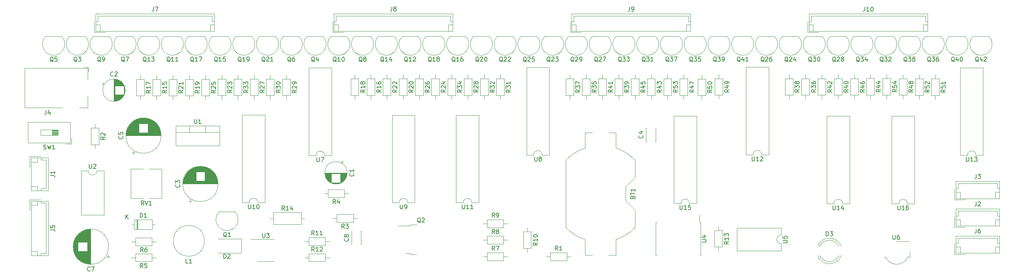
<source format=gbr>
%TF.GenerationSoftware,KiCad,Pcbnew,5.1.9+dfsg1-1+deb11u1*%
%TF.CreationDate,2023-02-08T22:39:45+08:00*%
%TF.ProjectId,OpenNixie,4f70656e-4e69-4786-9965-2e6b69636164,v1.3*%
%TF.SameCoordinates,Original*%
%TF.FileFunction,Legend,Top*%
%TF.FilePolarity,Positive*%
%FSLAX46Y46*%
G04 Gerber Fmt 4.6, Leading zero omitted, Abs format (unit mm)*
G04 Created by KiCad (PCBNEW 5.1.9+dfsg1-1+deb11u1) date 2023-02-08 22:39:45*
%MOMM*%
%LPD*%
G01*
G04 APERTURE LIST*
%ADD10C,0.120000*%
%ADD11C,0.150000*%
G04 APERTURE END LIST*
D10*
%TO.C,Q2*%
X186405000Y-173900000D02*
X184905000Y-173900000D01*
X184905000Y-173900000D02*
X184905000Y-174170000D01*
X184905000Y-174170000D02*
X182075000Y-174170000D01*
X186405000Y-180800000D02*
X184905000Y-180800000D01*
X184905000Y-180800000D02*
X184905000Y-180530000D01*
X184905000Y-180530000D02*
X183805000Y-180530000D01*
%TO.C,C7*%
X114259698Y-181715000D02*
X114259698Y-180915000D01*
X114659698Y-181315000D02*
X113859698Y-181315000D01*
X106169000Y-179533000D02*
X106169000Y-178467000D01*
X106209000Y-179768000D02*
X106209000Y-178232000D01*
X106249000Y-179948000D02*
X106249000Y-178052000D01*
X106289000Y-180098000D02*
X106289000Y-177902000D01*
X106329000Y-180229000D02*
X106329000Y-177771000D01*
X106369000Y-180346000D02*
X106369000Y-177654000D01*
X106409000Y-180453000D02*
X106409000Y-177547000D01*
X106449000Y-180552000D02*
X106449000Y-177448000D01*
X106489000Y-180645000D02*
X106489000Y-177355000D01*
X106529000Y-180731000D02*
X106529000Y-177269000D01*
X106569000Y-180813000D02*
X106569000Y-177187000D01*
X106609000Y-180890000D02*
X106609000Y-177110000D01*
X106649000Y-180964000D02*
X106649000Y-177036000D01*
X106689000Y-181034000D02*
X106689000Y-176966000D01*
X106729000Y-181102000D02*
X106729000Y-176898000D01*
X106769000Y-181166000D02*
X106769000Y-176834000D01*
X106809000Y-181228000D02*
X106809000Y-176772000D01*
X106849000Y-181287000D02*
X106849000Y-176713000D01*
X106889000Y-181345000D02*
X106889000Y-176655000D01*
X106929000Y-181400000D02*
X106929000Y-176600000D01*
X106969000Y-181454000D02*
X106969000Y-176546000D01*
X107009000Y-181505000D02*
X107009000Y-176495000D01*
X107049000Y-181556000D02*
X107049000Y-176444000D01*
X107089000Y-181604000D02*
X107089000Y-176396000D01*
X107129000Y-181651000D02*
X107129000Y-176349000D01*
X107169000Y-181697000D02*
X107169000Y-176303000D01*
X107209000Y-181741000D02*
X107209000Y-176259000D01*
X107249000Y-181784000D02*
X107249000Y-176216000D01*
X107289000Y-181826000D02*
X107289000Y-176174000D01*
X107329000Y-177960000D02*
X107329000Y-176133000D01*
X107329000Y-181867000D02*
X107329000Y-180040000D01*
X107369000Y-177960000D02*
X107369000Y-176093000D01*
X107369000Y-181907000D02*
X107369000Y-180040000D01*
X107409000Y-177960000D02*
X107409000Y-176055000D01*
X107409000Y-181945000D02*
X107409000Y-180040000D01*
X107449000Y-177960000D02*
X107449000Y-176017000D01*
X107449000Y-181983000D02*
X107449000Y-180040000D01*
X107489000Y-177960000D02*
X107489000Y-175981000D01*
X107489000Y-182019000D02*
X107489000Y-180040000D01*
X107529000Y-177960000D02*
X107529000Y-175945000D01*
X107529000Y-182055000D02*
X107529000Y-180040000D01*
X107569000Y-177960000D02*
X107569000Y-175910000D01*
X107569000Y-182090000D02*
X107569000Y-180040000D01*
X107609000Y-177960000D02*
X107609000Y-175876000D01*
X107609000Y-182124000D02*
X107609000Y-180040000D01*
X107649000Y-177960000D02*
X107649000Y-175844000D01*
X107649000Y-182156000D02*
X107649000Y-180040000D01*
X107689000Y-177960000D02*
X107689000Y-175811000D01*
X107689000Y-182189000D02*
X107689000Y-180040000D01*
X107729000Y-177960000D02*
X107729000Y-175780000D01*
X107729000Y-182220000D02*
X107729000Y-180040000D01*
X107769000Y-177960000D02*
X107769000Y-175750000D01*
X107769000Y-182250000D02*
X107769000Y-180040000D01*
X107809000Y-177960000D02*
X107809000Y-175720000D01*
X107809000Y-182280000D02*
X107809000Y-180040000D01*
X107849000Y-177960000D02*
X107849000Y-175691000D01*
X107849000Y-182309000D02*
X107849000Y-180040000D01*
X107889000Y-177960000D02*
X107889000Y-175662000D01*
X107889000Y-182338000D02*
X107889000Y-180040000D01*
X107929000Y-177960000D02*
X107929000Y-175635000D01*
X107929000Y-182365000D02*
X107929000Y-180040000D01*
X107969000Y-177960000D02*
X107969000Y-175608000D01*
X107969000Y-182392000D02*
X107969000Y-180040000D01*
X108009000Y-177960000D02*
X108009000Y-175582000D01*
X108009000Y-182418000D02*
X108009000Y-180040000D01*
X108049000Y-177960000D02*
X108049000Y-175556000D01*
X108049000Y-182444000D02*
X108049000Y-180040000D01*
X108089000Y-177960000D02*
X108089000Y-175531000D01*
X108089000Y-182469000D02*
X108089000Y-180040000D01*
X108129000Y-177960000D02*
X108129000Y-175507000D01*
X108129000Y-182493000D02*
X108129000Y-180040000D01*
X108169000Y-177960000D02*
X108169000Y-175483000D01*
X108169000Y-182517000D02*
X108169000Y-180040000D01*
X108209000Y-177960000D02*
X108209000Y-175460000D01*
X108209000Y-182540000D02*
X108209000Y-180040000D01*
X108249000Y-177960000D02*
X108249000Y-175438000D01*
X108249000Y-182562000D02*
X108249000Y-180040000D01*
X108289000Y-177960000D02*
X108289000Y-175416000D01*
X108289000Y-182584000D02*
X108289000Y-180040000D01*
X108329000Y-177960000D02*
X108329000Y-175394000D01*
X108329000Y-182606000D02*
X108329000Y-180040000D01*
X108369000Y-177960000D02*
X108369000Y-175373000D01*
X108369000Y-182627000D02*
X108369000Y-180040000D01*
X108409000Y-177960000D02*
X108409000Y-175353000D01*
X108409000Y-182647000D02*
X108409000Y-180040000D01*
X108449000Y-177960000D02*
X108449000Y-175334000D01*
X108449000Y-182666000D02*
X108449000Y-180040000D01*
X108489000Y-177960000D02*
X108489000Y-175314000D01*
X108489000Y-182686000D02*
X108489000Y-180040000D01*
X108529000Y-177960000D02*
X108529000Y-175296000D01*
X108529000Y-182704000D02*
X108529000Y-180040000D01*
X108569000Y-177960000D02*
X108569000Y-175278000D01*
X108569000Y-182722000D02*
X108569000Y-180040000D01*
X108609000Y-177960000D02*
X108609000Y-175260000D01*
X108609000Y-182740000D02*
X108609000Y-180040000D01*
X108649000Y-177960000D02*
X108649000Y-175243000D01*
X108649000Y-182757000D02*
X108649000Y-180040000D01*
X108689000Y-177960000D02*
X108689000Y-175226000D01*
X108689000Y-182774000D02*
X108689000Y-180040000D01*
X108729000Y-177960000D02*
X108729000Y-175210000D01*
X108729000Y-182790000D02*
X108729000Y-180040000D01*
X108769000Y-177960000D02*
X108769000Y-175195000D01*
X108769000Y-182805000D02*
X108769000Y-180040000D01*
X108809000Y-177960000D02*
X108809000Y-175179000D01*
X108809000Y-182821000D02*
X108809000Y-180040000D01*
X108849000Y-177960000D02*
X108849000Y-175165000D01*
X108849000Y-182835000D02*
X108849000Y-180040000D01*
X108889000Y-177960000D02*
X108889000Y-175150000D01*
X108889000Y-182850000D02*
X108889000Y-180040000D01*
X108929000Y-177960000D02*
X108929000Y-175137000D01*
X108929000Y-182863000D02*
X108929000Y-180040000D01*
X108969000Y-177960000D02*
X108969000Y-175123000D01*
X108969000Y-182877000D02*
X108969000Y-180040000D01*
X109009000Y-177960000D02*
X109009000Y-175111000D01*
X109009000Y-182889000D02*
X109009000Y-180040000D01*
X109049000Y-177960000D02*
X109049000Y-175098000D01*
X109049000Y-182902000D02*
X109049000Y-180040000D01*
X109089000Y-177960000D02*
X109089000Y-175086000D01*
X109089000Y-182914000D02*
X109089000Y-180040000D01*
X109129000Y-177960000D02*
X109129000Y-175075000D01*
X109129000Y-182925000D02*
X109129000Y-180040000D01*
X109169000Y-177960000D02*
X109169000Y-175064000D01*
X109169000Y-182936000D02*
X109169000Y-180040000D01*
X109209000Y-177960000D02*
X109209000Y-175053000D01*
X109209000Y-182947000D02*
X109209000Y-180040000D01*
X109249000Y-177960000D02*
X109249000Y-175043000D01*
X109249000Y-182957000D02*
X109249000Y-180040000D01*
X109289000Y-177960000D02*
X109289000Y-175033000D01*
X109289000Y-182967000D02*
X109289000Y-180040000D01*
X109329000Y-177960000D02*
X109329000Y-175024000D01*
X109329000Y-182976000D02*
X109329000Y-180040000D01*
X109369000Y-177960000D02*
X109369000Y-175015000D01*
X109369000Y-182985000D02*
X109369000Y-180040000D01*
X109409000Y-182994000D02*
X109409000Y-175006000D01*
X109449000Y-183002000D02*
X109449000Y-174998000D01*
X109489000Y-183010000D02*
X109489000Y-174990000D01*
X109529000Y-183017000D02*
X109529000Y-174983000D01*
X109570000Y-183024000D02*
X109570000Y-174976000D01*
X109610000Y-183030000D02*
X109610000Y-174970000D01*
X109650000Y-183037000D02*
X109650000Y-174963000D01*
X109690000Y-183042000D02*
X109690000Y-174958000D01*
X109730000Y-183048000D02*
X109730000Y-174952000D01*
X109770000Y-183052000D02*
X109770000Y-174948000D01*
X109810000Y-183057000D02*
X109810000Y-174943000D01*
X109850000Y-183061000D02*
X109850000Y-174939000D01*
X109890000Y-183065000D02*
X109890000Y-174935000D01*
X109930000Y-183068000D02*
X109930000Y-174932000D01*
X109970000Y-183071000D02*
X109970000Y-174929000D01*
X110010000Y-183074000D02*
X110010000Y-174926000D01*
X110050000Y-183076000D02*
X110050000Y-174924000D01*
X110090000Y-183077000D02*
X110090000Y-174923000D01*
X110130000Y-183079000D02*
X110130000Y-174921000D01*
X110170000Y-183080000D02*
X110170000Y-174920000D01*
X110210000Y-183080000D02*
X110210000Y-174920000D01*
X110250000Y-183080000D02*
X110250000Y-174920000D01*
X114370000Y-179000000D02*
G75*
G03*
X114370000Y-179000000I-4120000J0D01*
G01*
%TO.C,U14*%
X285840000Y-168930000D02*
X287490000Y-168930000D01*
X287490000Y-168930000D02*
X287490000Y-148490000D01*
X287490000Y-148490000D02*
X282190000Y-148490000D01*
X282190000Y-148490000D02*
X282190000Y-168930000D01*
X282190000Y-168930000D02*
X283840000Y-168930000D01*
X283840000Y-168930000D02*
G75*
G02*
X285840000Y-168930000I1000000J0D01*
G01*
%TO.C,J10*%
X277990000Y-124640000D02*
X277990000Y-128660000D01*
X277990000Y-128660000D02*
X305710000Y-128660000D01*
X305710000Y-128660000D02*
X305710000Y-124640000D01*
X305710000Y-124640000D02*
X277990000Y-124640000D01*
X277990000Y-126350000D02*
X278490000Y-126350000D01*
X278490000Y-126350000D02*
X278490000Y-125140000D01*
X278490000Y-125140000D02*
X305210000Y-125140000D01*
X305210000Y-125140000D02*
X305210000Y-126350000D01*
X305210000Y-126350000D02*
X305710000Y-126350000D01*
X277990000Y-127160000D02*
X278990000Y-127160000D01*
X278990000Y-127160000D02*
X278990000Y-128660000D01*
X305710000Y-127160000D02*
X304710000Y-127160000D01*
X304710000Y-127160000D02*
X304710000Y-128660000D01*
X277690000Y-126460000D02*
X277690000Y-128960000D01*
X277690000Y-128960000D02*
X280190000Y-128960000D01*
%TO.C,J9*%
X222590000Y-124640000D02*
X222590000Y-128660000D01*
X222590000Y-128660000D02*
X250310000Y-128660000D01*
X250310000Y-128660000D02*
X250310000Y-124640000D01*
X250310000Y-124640000D02*
X222590000Y-124640000D01*
X222590000Y-126350000D02*
X223090000Y-126350000D01*
X223090000Y-126350000D02*
X223090000Y-125140000D01*
X223090000Y-125140000D02*
X249810000Y-125140000D01*
X249810000Y-125140000D02*
X249810000Y-126350000D01*
X249810000Y-126350000D02*
X250310000Y-126350000D01*
X222590000Y-127160000D02*
X223590000Y-127160000D01*
X223590000Y-127160000D02*
X223590000Y-128660000D01*
X250310000Y-127160000D02*
X249310000Y-127160000D01*
X249310000Y-127160000D02*
X249310000Y-128660000D01*
X222290000Y-126460000D02*
X222290000Y-128960000D01*
X222290000Y-128960000D02*
X224790000Y-128960000D01*
%TO.C,J8*%
X167040000Y-124640000D02*
X167040000Y-128660000D01*
X167040000Y-128660000D02*
X194760000Y-128660000D01*
X194760000Y-128660000D02*
X194760000Y-124640000D01*
X194760000Y-124640000D02*
X167040000Y-124640000D01*
X167040000Y-126350000D02*
X167540000Y-126350000D01*
X167540000Y-126350000D02*
X167540000Y-125140000D01*
X167540000Y-125140000D02*
X194260000Y-125140000D01*
X194260000Y-125140000D02*
X194260000Y-126350000D01*
X194260000Y-126350000D02*
X194760000Y-126350000D01*
X167040000Y-127160000D02*
X168040000Y-127160000D01*
X168040000Y-127160000D02*
X168040000Y-128660000D01*
X194760000Y-127160000D02*
X193760000Y-127160000D01*
X193760000Y-127160000D02*
X193760000Y-128660000D01*
X166740000Y-126460000D02*
X166740000Y-128960000D01*
X166740000Y-128960000D02*
X169240000Y-128960000D01*
%TO.C,J7*%
X111390000Y-124640000D02*
X111390000Y-128660000D01*
X111390000Y-128660000D02*
X139110000Y-128660000D01*
X139110000Y-128660000D02*
X139110000Y-124640000D01*
X139110000Y-124640000D02*
X111390000Y-124640000D01*
X111390000Y-126350000D02*
X111890000Y-126350000D01*
X111890000Y-126350000D02*
X111890000Y-125140000D01*
X111890000Y-125140000D02*
X138610000Y-125140000D01*
X138610000Y-125140000D02*
X138610000Y-126350000D01*
X138610000Y-126350000D02*
X139110000Y-126350000D01*
X111390000Y-127160000D02*
X112390000Y-127160000D01*
X112390000Y-127160000D02*
X112390000Y-128660000D01*
X139110000Y-127160000D02*
X138110000Y-127160000D01*
X138110000Y-127160000D02*
X138110000Y-128660000D01*
X111090000Y-126460000D02*
X111090000Y-128960000D01*
X111090000Y-128960000D02*
X113590000Y-128960000D01*
%TO.C,J6*%
X312290000Y-176490000D02*
X312290000Y-180510000D01*
X312290000Y-180510000D02*
X322510000Y-180510000D01*
X322510000Y-180510000D02*
X322510000Y-176490000D01*
X322510000Y-176490000D02*
X312290000Y-176490000D01*
X312290000Y-178200000D02*
X312790000Y-178200000D01*
X312790000Y-178200000D02*
X312790000Y-176990000D01*
X312790000Y-176990000D02*
X322010000Y-176990000D01*
X322010000Y-176990000D02*
X322010000Y-178200000D01*
X322010000Y-178200000D02*
X322510000Y-178200000D01*
X312290000Y-179010000D02*
X313290000Y-179010000D01*
X313290000Y-179010000D02*
X313290000Y-180510000D01*
X322510000Y-179010000D02*
X321510000Y-179010000D01*
X321510000Y-179010000D02*
X321510000Y-180510000D01*
X311990000Y-178310000D02*
X311990000Y-180810000D01*
X311990000Y-180810000D02*
X314490000Y-180810000D01*
%TO.C,J5*%
X100310000Y-168340000D02*
X96290000Y-168340000D01*
X96290000Y-168340000D02*
X96290000Y-181060000D01*
X96290000Y-181060000D02*
X100310000Y-181060000D01*
X100310000Y-181060000D02*
X100310000Y-168340000D01*
X98600000Y-168340000D02*
X98600000Y-168840000D01*
X98600000Y-168840000D02*
X99810000Y-168840000D01*
X99810000Y-168840000D02*
X99810000Y-180560000D01*
X99810000Y-180560000D02*
X98600000Y-180560000D01*
X98600000Y-180560000D02*
X98600000Y-181060000D01*
X97790000Y-168340000D02*
X97790000Y-169340000D01*
X97790000Y-169340000D02*
X96290000Y-169340000D01*
X97790000Y-181060000D02*
X97790000Y-180060000D01*
X97790000Y-180060000D02*
X96290000Y-180060000D01*
X98490000Y-168040000D02*
X95990000Y-168040000D01*
X95990000Y-168040000D02*
X95990000Y-170540000D01*
%TO.C,J3*%
X312290000Y-163740000D02*
X312290000Y-167760000D01*
X312290000Y-167760000D02*
X322510000Y-167760000D01*
X322510000Y-167760000D02*
X322510000Y-163740000D01*
X322510000Y-163740000D02*
X312290000Y-163740000D01*
X312290000Y-165450000D02*
X312790000Y-165450000D01*
X312790000Y-165450000D02*
X312790000Y-164240000D01*
X312790000Y-164240000D02*
X322010000Y-164240000D01*
X322010000Y-164240000D02*
X322010000Y-165450000D01*
X322010000Y-165450000D02*
X322510000Y-165450000D01*
X312290000Y-166260000D02*
X313290000Y-166260000D01*
X313290000Y-166260000D02*
X313290000Y-167760000D01*
X322510000Y-166260000D02*
X321510000Y-166260000D01*
X321510000Y-166260000D02*
X321510000Y-167760000D01*
X311990000Y-165560000D02*
X311990000Y-168060000D01*
X311990000Y-168060000D02*
X314490000Y-168060000D01*
%TO.C,J2*%
X312290000Y-170140000D02*
X312290000Y-174160000D01*
X312290000Y-174160000D02*
X322510000Y-174160000D01*
X322510000Y-174160000D02*
X322510000Y-170140000D01*
X322510000Y-170140000D02*
X312290000Y-170140000D01*
X312290000Y-171850000D02*
X312790000Y-171850000D01*
X312790000Y-171850000D02*
X312790000Y-170640000D01*
X312790000Y-170640000D02*
X322010000Y-170640000D01*
X322010000Y-170640000D02*
X322010000Y-171850000D01*
X322010000Y-171850000D02*
X322510000Y-171850000D01*
X312290000Y-172660000D02*
X313290000Y-172660000D01*
X313290000Y-172660000D02*
X313290000Y-174160000D01*
X322510000Y-172660000D02*
X321510000Y-172660000D01*
X321510000Y-172660000D02*
X321510000Y-174160000D01*
X311990000Y-171960000D02*
X311990000Y-174460000D01*
X311990000Y-174460000D02*
X314490000Y-174460000D01*
%TO.C,J1*%
X100310000Y-158190000D02*
X96290000Y-158190000D01*
X96290000Y-158190000D02*
X96290000Y-165910000D01*
X96290000Y-165910000D02*
X100310000Y-165910000D01*
X100310000Y-165910000D02*
X100310000Y-158190000D01*
X98600000Y-158190000D02*
X98600000Y-158690000D01*
X98600000Y-158690000D02*
X99810000Y-158690000D01*
X99810000Y-158690000D02*
X99810000Y-165410000D01*
X99810000Y-165410000D02*
X98600000Y-165410000D01*
X98600000Y-165410000D02*
X98600000Y-165910000D01*
X97790000Y-158190000D02*
X97790000Y-159190000D01*
X97790000Y-159190000D02*
X96290000Y-159190000D01*
X97790000Y-165910000D02*
X97790000Y-164910000D01*
X97790000Y-164910000D02*
X96290000Y-164910000D01*
X98490000Y-157890000D02*
X95990000Y-157890000D01*
X95990000Y-157890000D02*
X95990000Y-160390000D01*
%TO.C,U12*%
X263290000Y-157530000D02*
X264940000Y-157530000D01*
X263290000Y-137090000D02*
X263290000Y-157530000D01*
X268590000Y-137090000D02*
X263290000Y-137090000D01*
X268590000Y-157530000D02*
X268590000Y-137090000D01*
X266940000Y-157530000D02*
X268590000Y-157530000D01*
X264940000Y-157530000D02*
G75*
G02*
X266940000Y-157530000I1000000J0D01*
G01*
%TO.C,U7*%
X161190000Y-157680000D02*
X162840000Y-157680000D01*
X161190000Y-137240000D02*
X161190000Y-157680000D01*
X166490000Y-137240000D02*
X161190000Y-137240000D01*
X166490000Y-157680000D02*
X166490000Y-137240000D01*
X164840000Y-157680000D02*
X166490000Y-157680000D01*
X162840000Y-157680000D02*
G75*
G02*
X164840000Y-157680000I1000000J0D01*
G01*
%TO.C,U16*%
X300990000Y-168930000D02*
X302640000Y-168930000D01*
X302640000Y-168930000D02*
X302640000Y-148490000D01*
X302640000Y-148490000D02*
X297340000Y-148490000D01*
X297340000Y-148490000D02*
X297340000Y-168930000D01*
X297340000Y-168930000D02*
X298990000Y-168930000D01*
X298990000Y-168930000D02*
G75*
G02*
X300990000Y-168930000I1000000J0D01*
G01*
%TO.C,U15*%
X250090000Y-168880000D02*
X251740000Y-168880000D01*
X251740000Y-168880000D02*
X251740000Y-148440000D01*
X251740000Y-148440000D02*
X246440000Y-148440000D01*
X246440000Y-148440000D02*
X246440000Y-168880000D01*
X246440000Y-168880000D02*
X248090000Y-168880000D01*
X248090000Y-168880000D02*
G75*
G02*
X250090000Y-168880000I1000000J0D01*
G01*
%TO.C,U13*%
X313340000Y-157630000D02*
X314990000Y-157630000D01*
X313340000Y-137190000D02*
X313340000Y-157630000D01*
X318640000Y-137190000D02*
X313340000Y-137190000D01*
X318640000Y-157630000D02*
X318640000Y-137190000D01*
X316990000Y-157630000D02*
X318640000Y-157630000D01*
X314990000Y-157630000D02*
G75*
G02*
X316990000Y-157630000I1000000J0D01*
G01*
%TO.C,U11*%
X199240000Y-168730000D02*
X200890000Y-168730000D01*
X200890000Y-168730000D02*
X200890000Y-148290000D01*
X200890000Y-148290000D02*
X195590000Y-148290000D01*
X195590000Y-148290000D02*
X195590000Y-168730000D01*
X195590000Y-168730000D02*
X197240000Y-168730000D01*
X197240000Y-168730000D02*
G75*
G02*
X199240000Y-168730000I1000000J0D01*
G01*
%TO.C,U10*%
X149290000Y-168680000D02*
X150940000Y-168680000D01*
X150940000Y-168680000D02*
X150940000Y-148240000D01*
X150940000Y-148240000D02*
X145640000Y-148240000D01*
X145640000Y-148240000D02*
X145640000Y-168680000D01*
X145640000Y-168680000D02*
X147290000Y-168680000D01*
X147290000Y-168680000D02*
G75*
G02*
X149290000Y-168680000I1000000J0D01*
G01*
%TO.C,U9*%
X184290000Y-168730000D02*
X185940000Y-168730000D01*
X185940000Y-168730000D02*
X185940000Y-148290000D01*
X185940000Y-148290000D02*
X180640000Y-148290000D01*
X180640000Y-148290000D02*
X180640000Y-168730000D01*
X180640000Y-168730000D02*
X182290000Y-168730000D01*
X182290000Y-168730000D02*
G75*
G02*
X184290000Y-168730000I1000000J0D01*
G01*
%TO.C,U8*%
X212040000Y-157580000D02*
X213690000Y-157580000D01*
X212040000Y-137140000D02*
X212040000Y-157580000D01*
X217340000Y-137140000D02*
X212040000Y-137140000D01*
X217340000Y-157580000D02*
X217340000Y-137140000D01*
X215690000Y-157580000D02*
X217340000Y-157580000D01*
X213690000Y-157580000D02*
G75*
G02*
X215690000Y-157580000I1000000J0D01*
G01*
%TO.C,U6*%
X295890000Y-181400000D02*
X295670000Y-181400000D01*
X301470000Y-177740000D02*
X298390000Y-177740000D01*
X301550000Y-181400000D02*
X301090000Y-181400000D01*
X301550000Y-181400000D02*
X301550000Y-180200000D01*
X295890000Y-181400000D02*
G75*
G03*
X301090000Y-181400000I2600000J1100000D01*
G01*
%TO.C,U5*%
X271480000Y-179960000D02*
X271480000Y-178310000D01*
X261200000Y-179960000D02*
X271480000Y-179960000D01*
X261200000Y-174660000D02*
X261200000Y-179960000D01*
X271480000Y-174660000D02*
X261200000Y-174660000D01*
X271480000Y-176310000D02*
X271480000Y-174660000D01*
X271480000Y-178310000D02*
G75*
G02*
X271480000Y-176310000I0J1000000D01*
G01*
%TO.C,U4*%
X242190000Y-177200000D02*
X242190000Y-181060000D01*
X242190000Y-181060000D02*
X242445000Y-181060000D01*
X242190000Y-177200000D02*
X242190000Y-173340000D01*
X242190000Y-173340000D02*
X242445000Y-173340000D01*
X252710000Y-177200000D02*
X252710000Y-181060000D01*
X252710000Y-181060000D02*
X252455000Y-181060000D01*
X252710000Y-177200000D02*
X252710000Y-173340000D01*
X252710000Y-173340000D02*
X252455000Y-173340000D01*
X252455000Y-173340000D02*
X252455000Y-171525000D01*
%TO.C,U3*%
X151100000Y-182410000D02*
X153050000Y-182410000D01*
X151100000Y-182410000D02*
X149150000Y-182410000D01*
X151100000Y-177290000D02*
X153050000Y-177290000D01*
X151100000Y-177290000D02*
X147650000Y-177290000D01*
%TO.C,U2*%
X109660000Y-161270000D02*
X108010000Y-161270000D01*
X108010000Y-161270000D02*
X108010000Y-171550000D01*
X108010000Y-171550000D02*
X113310000Y-171550000D01*
X113310000Y-171550000D02*
X113310000Y-161270000D01*
X113310000Y-161270000D02*
X111660000Y-161270000D01*
X111660000Y-161270000D02*
G75*
G02*
X109660000Y-161270000I-1000000J0D01*
G01*
%TO.C,U1*%
X130070000Y-150780000D02*
X140310000Y-150780000D01*
X130070000Y-155421000D02*
X140310000Y-155421000D01*
X130070000Y-150780000D02*
X130070000Y-155421000D01*
X140310000Y-150780000D02*
X140310000Y-155421000D01*
X130070000Y-152290000D02*
X140310000Y-152290000D01*
X133340000Y-150780000D02*
X133340000Y-152290000D01*
X137041000Y-150780000D02*
X137041000Y-152290000D01*
%TO.C,SW1*%
X101216667Y-152985000D02*
X101216667Y-151715000D01*
X102570000Y-151785000D02*
X101216667Y-151785000D01*
X102570000Y-151905000D02*
X101216667Y-151905000D01*
X102570000Y-152025000D02*
X101216667Y-152025000D01*
X102570000Y-152145000D02*
X101216667Y-152145000D01*
X102570000Y-152265000D02*
X101216667Y-152265000D01*
X102570000Y-152385000D02*
X101216667Y-152385000D01*
X102570000Y-152505000D02*
X101216667Y-152505000D01*
X102570000Y-152625000D02*
X101216667Y-152625000D01*
X102570000Y-152745000D02*
X101216667Y-152745000D01*
X102570000Y-152865000D02*
X101216667Y-152865000D01*
X98510000Y-152985000D02*
X102570000Y-152985000D01*
X98510000Y-151715000D02*
X98510000Y-152985000D01*
X102570000Y-151715000D02*
X98510000Y-151715000D01*
X102570000Y-152985000D02*
X102570000Y-151715000D01*
X105730000Y-155010000D02*
X105730000Y-153627000D01*
X105730000Y-155010000D02*
X104346000Y-155010000D01*
X95590000Y-154770000D02*
X95590000Y-149930000D01*
X105490000Y-154770000D02*
X105490000Y-149930000D01*
X105490000Y-149930000D02*
X95590000Y-149930000D01*
X105490000Y-154770000D02*
X95590000Y-154770000D01*
%TO.C,RV1*%
X119590000Y-167710000D02*
X119590000Y-160870000D01*
X126830000Y-167710000D02*
X126830000Y-160870000D01*
X122500000Y-160870000D02*
X119590000Y-160870000D01*
X126830000Y-160870000D02*
X123800000Y-160870000D01*
X122500000Y-167710000D02*
X119590000Y-167710000D01*
X126830000Y-167710000D02*
X123800000Y-167710000D01*
%TO.C,R54*%
X296150000Y-144480000D02*
X296150000Y-143530000D01*
X296150000Y-138740000D02*
X296150000Y-139690000D01*
X297070000Y-143530000D02*
X297070000Y-139690000D01*
X295230000Y-143530000D02*
X297070000Y-143530000D01*
X295230000Y-139690000D02*
X295230000Y-143530000D01*
X297070000Y-139690000D02*
X295230000Y-139690000D01*
%TO.C,R53*%
X244950000Y-144580000D02*
X244950000Y-143630000D01*
X244950000Y-138840000D02*
X244950000Y-139790000D01*
X245870000Y-143630000D02*
X245870000Y-139790000D01*
X244030000Y-143630000D02*
X245870000Y-143630000D01*
X244030000Y-139790000D02*
X244030000Y-143630000D01*
X245870000Y-139790000D02*
X244030000Y-139790000D01*
%TO.C,R52*%
X303750000Y-144580000D02*
X303750000Y-143630000D01*
X303750000Y-138840000D02*
X303750000Y-139790000D01*
X304670000Y-143630000D02*
X304670000Y-139790000D01*
X302830000Y-143630000D02*
X304670000Y-143630000D01*
X302830000Y-139790000D02*
X302830000Y-143630000D01*
X304670000Y-139790000D02*
X302830000Y-139790000D01*
%TO.C,R51*%
X307500000Y-144580000D02*
X307500000Y-143630000D01*
X307500000Y-138840000D02*
X307500000Y-139790000D01*
X308420000Y-143630000D02*
X308420000Y-139790000D01*
X306580000Y-143630000D02*
X308420000Y-143630000D01*
X306580000Y-139790000D02*
X306580000Y-143630000D01*
X308420000Y-139790000D02*
X306580000Y-139790000D01*
%TO.C,R50*%
X252950000Y-144630000D02*
X252950000Y-143680000D01*
X252950000Y-138890000D02*
X252950000Y-139840000D01*
X253870000Y-143680000D02*
X253870000Y-139840000D01*
X252030000Y-143680000D02*
X253870000Y-143680000D01*
X252030000Y-139840000D02*
X252030000Y-143680000D01*
X253870000Y-139840000D02*
X252030000Y-139840000D01*
%TO.C,R49*%
X256950000Y-144530000D02*
X256950000Y-143580000D01*
X256950000Y-138790000D02*
X256950000Y-139740000D01*
X257870000Y-143580000D02*
X257870000Y-139740000D01*
X256030000Y-143580000D02*
X257870000Y-143580000D01*
X256030000Y-139740000D02*
X256030000Y-143580000D01*
X257870000Y-139740000D02*
X256030000Y-139740000D01*
%TO.C,R48*%
X299950000Y-144530000D02*
X299950000Y-143580000D01*
X299950000Y-138790000D02*
X299950000Y-139740000D01*
X300870000Y-143580000D02*
X300870000Y-139740000D01*
X299030000Y-143580000D02*
X300870000Y-143580000D01*
X299030000Y-139740000D02*
X299030000Y-143580000D01*
X300870000Y-139740000D02*
X299030000Y-139740000D01*
%TO.C,R47*%
X248750000Y-144580000D02*
X248750000Y-143630000D01*
X248750000Y-138840000D02*
X248750000Y-139790000D01*
X249670000Y-143630000D02*
X249670000Y-139790000D01*
X247830000Y-143630000D02*
X249670000Y-143630000D01*
X247830000Y-139790000D02*
X247830000Y-143630000D01*
X249670000Y-139790000D02*
X247830000Y-139790000D01*
%TO.C,R46*%
X288600000Y-144530000D02*
X288600000Y-143580000D01*
X288600000Y-138790000D02*
X288600000Y-139740000D01*
X289520000Y-143580000D02*
X289520000Y-139740000D01*
X287680000Y-143580000D02*
X289520000Y-143580000D01*
X287680000Y-139740000D02*
X287680000Y-143580000D01*
X289520000Y-139740000D02*
X287680000Y-139740000D01*
%TO.C,R45*%
X237350000Y-144580000D02*
X237350000Y-143630000D01*
X237350000Y-138840000D02*
X237350000Y-139790000D01*
X238270000Y-143630000D02*
X238270000Y-139790000D01*
X236430000Y-143630000D02*
X238270000Y-143630000D01*
X236430000Y-139790000D02*
X236430000Y-143630000D01*
X238270000Y-139790000D02*
X236430000Y-139790000D01*
%TO.C,R44*%
X292350000Y-144480000D02*
X292350000Y-143530000D01*
X292350000Y-138740000D02*
X292350000Y-139690000D01*
X293270000Y-143530000D02*
X293270000Y-139690000D01*
X291430000Y-143530000D02*
X293270000Y-143530000D01*
X291430000Y-139690000D02*
X291430000Y-143530000D01*
X293270000Y-139690000D02*
X291430000Y-139690000D01*
%TO.C,R43*%
X241150000Y-144580000D02*
X241150000Y-143630000D01*
X241150000Y-138840000D02*
X241150000Y-139790000D01*
X242070000Y-143630000D02*
X242070000Y-139790000D01*
X240230000Y-143630000D02*
X242070000Y-143630000D01*
X240230000Y-139790000D02*
X240230000Y-143630000D01*
X242070000Y-139790000D02*
X240230000Y-139790000D01*
%TO.C,R42*%
X281000000Y-144530000D02*
X281000000Y-143580000D01*
X281000000Y-138790000D02*
X281000000Y-139740000D01*
X281920000Y-143580000D02*
X281920000Y-139740000D01*
X280080000Y-143580000D02*
X281920000Y-143580000D01*
X280080000Y-139740000D02*
X280080000Y-143580000D01*
X281920000Y-139740000D02*
X280080000Y-139740000D01*
%TO.C,R41*%
X229750000Y-144580000D02*
X229750000Y-143630000D01*
X229750000Y-138840000D02*
X229750000Y-139790000D01*
X230670000Y-143630000D02*
X230670000Y-139790000D01*
X228830000Y-143630000D02*
X230670000Y-143630000D01*
X228830000Y-139790000D02*
X228830000Y-143630000D01*
X230670000Y-139790000D02*
X228830000Y-139790000D01*
%TO.C,R40*%
X284800000Y-144530000D02*
X284800000Y-143580000D01*
X284800000Y-138790000D02*
X284800000Y-139740000D01*
X285720000Y-143580000D02*
X285720000Y-139740000D01*
X283880000Y-143580000D02*
X285720000Y-143580000D01*
X283880000Y-139740000D02*
X283880000Y-143580000D01*
X285720000Y-139740000D02*
X283880000Y-139740000D01*
%TO.C,R39*%
X233550000Y-144580000D02*
X233550000Y-143630000D01*
X233550000Y-138840000D02*
X233550000Y-139790000D01*
X234470000Y-143630000D02*
X234470000Y-139790000D01*
X232630000Y-143630000D02*
X234470000Y-143630000D01*
X232630000Y-139790000D02*
X232630000Y-143630000D01*
X234470000Y-139790000D02*
X232630000Y-139790000D01*
%TO.C,R38*%
X273350000Y-144530000D02*
X273350000Y-143580000D01*
X273350000Y-138790000D02*
X273350000Y-139740000D01*
X274270000Y-143580000D02*
X274270000Y-139740000D01*
X272430000Y-143580000D02*
X274270000Y-143580000D01*
X272430000Y-139740000D02*
X272430000Y-143580000D01*
X274270000Y-139740000D02*
X272430000Y-139740000D01*
%TO.C,R37*%
X222150000Y-144580000D02*
X222150000Y-143630000D01*
X222150000Y-138840000D02*
X222150000Y-139790000D01*
X223070000Y-143630000D02*
X223070000Y-139790000D01*
X221230000Y-143630000D02*
X223070000Y-143630000D01*
X221230000Y-139790000D02*
X221230000Y-143630000D01*
X223070000Y-139790000D02*
X221230000Y-139790000D01*
%TO.C,R36*%
X277200000Y-144530000D02*
X277200000Y-143580000D01*
X277200000Y-138790000D02*
X277200000Y-139740000D01*
X278120000Y-143580000D02*
X278120000Y-139740000D01*
X276280000Y-143580000D02*
X278120000Y-143580000D01*
X276280000Y-139740000D02*
X276280000Y-143580000D01*
X278120000Y-139740000D02*
X276280000Y-139740000D01*
%TO.C,R35*%
X225950000Y-144580000D02*
X225950000Y-143630000D01*
X225950000Y-138840000D02*
X225950000Y-139790000D01*
X226870000Y-143630000D02*
X226870000Y-139790000D01*
X225030000Y-143630000D02*
X226870000Y-143630000D01*
X225030000Y-139790000D02*
X225030000Y-143630000D01*
X226870000Y-139790000D02*
X225030000Y-139790000D01*
%TO.C,R34*%
X194550000Y-144580000D02*
X194550000Y-143630000D01*
X194550000Y-138840000D02*
X194550000Y-139790000D01*
X195470000Y-143630000D02*
X195470000Y-139790000D01*
X193630000Y-143630000D02*
X195470000Y-143630000D01*
X193630000Y-139790000D02*
X193630000Y-143630000D01*
X195470000Y-139790000D02*
X193630000Y-139790000D01*
%TO.C,R33*%
X144600000Y-144630000D02*
X144600000Y-143680000D01*
X144600000Y-138890000D02*
X144600000Y-139840000D01*
X145520000Y-143680000D02*
X145520000Y-139840000D01*
X143680000Y-143680000D02*
X145520000Y-143680000D01*
X143680000Y-139840000D02*
X143680000Y-143680000D01*
X145520000Y-139840000D02*
X143680000Y-139840000D01*
%TO.C,R32*%
X202150000Y-144580000D02*
X202150000Y-143630000D01*
X202150000Y-138840000D02*
X202150000Y-139790000D01*
X203070000Y-143630000D02*
X203070000Y-139790000D01*
X201230000Y-143630000D02*
X203070000Y-143630000D01*
X201230000Y-139790000D02*
X201230000Y-143630000D01*
X203070000Y-139790000D02*
X201230000Y-139790000D01*
%TO.C,R31*%
X205900000Y-144580000D02*
X205900000Y-143630000D01*
X205900000Y-138840000D02*
X205900000Y-139790000D01*
X206820000Y-143630000D02*
X206820000Y-139790000D01*
X204980000Y-143630000D02*
X206820000Y-143630000D01*
X204980000Y-139790000D02*
X204980000Y-143630000D01*
X206820000Y-139790000D02*
X204980000Y-139790000D01*
%TO.C,R30*%
X152150000Y-144630000D02*
X152150000Y-143680000D01*
X152150000Y-138890000D02*
X152150000Y-139840000D01*
X153070000Y-143680000D02*
X153070000Y-139840000D01*
X151230000Y-143680000D02*
X153070000Y-143680000D01*
X151230000Y-139840000D02*
X151230000Y-143680000D01*
X153070000Y-139840000D02*
X151230000Y-139840000D01*
%TO.C,R29*%
X155950000Y-144630000D02*
X155950000Y-143680000D01*
X155950000Y-138890000D02*
X155950000Y-139840000D01*
X156870000Y-143680000D02*
X156870000Y-139840000D01*
X155030000Y-143680000D02*
X156870000Y-143680000D01*
X155030000Y-139840000D02*
X155030000Y-143680000D01*
X156870000Y-139840000D02*
X155030000Y-139840000D01*
%TO.C,R28*%
X198350000Y-144580000D02*
X198350000Y-143630000D01*
X198350000Y-138840000D02*
X198350000Y-139790000D01*
X199270000Y-143630000D02*
X199270000Y-139790000D01*
X197430000Y-143630000D02*
X199270000Y-143630000D01*
X197430000Y-139790000D02*
X197430000Y-143630000D01*
X199270000Y-139790000D02*
X197430000Y-139790000D01*
%TO.C,R27*%
X148400000Y-144630000D02*
X148400000Y-143680000D01*
X148400000Y-138890000D02*
X148400000Y-139840000D01*
X149320000Y-143680000D02*
X149320000Y-139840000D01*
X147480000Y-143680000D02*
X149320000Y-143680000D01*
X147480000Y-139840000D02*
X147480000Y-143680000D01*
X149320000Y-139840000D02*
X147480000Y-139840000D01*
%TO.C,R26*%
X187000000Y-144580000D02*
X187000000Y-143630000D01*
X187000000Y-138840000D02*
X187000000Y-139790000D01*
X187920000Y-143630000D02*
X187920000Y-139790000D01*
X186080000Y-143630000D02*
X187920000Y-143630000D01*
X186080000Y-139790000D02*
X186080000Y-143630000D01*
X187920000Y-139790000D02*
X186080000Y-139790000D01*
%TO.C,R25*%
X137050000Y-144680000D02*
X137050000Y-143730000D01*
X137050000Y-138940000D02*
X137050000Y-139890000D01*
X137970000Y-143730000D02*
X137970000Y-139890000D01*
X136130000Y-143730000D02*
X137970000Y-143730000D01*
X136130000Y-139890000D02*
X136130000Y-143730000D01*
X137970000Y-139890000D02*
X136130000Y-139890000D01*
%TO.C,R24*%
X190750000Y-144580000D02*
X190750000Y-143630000D01*
X190750000Y-138840000D02*
X190750000Y-139790000D01*
X191670000Y-143630000D02*
X191670000Y-139790000D01*
X189830000Y-143630000D02*
X191670000Y-143630000D01*
X189830000Y-139790000D02*
X189830000Y-143630000D01*
X191670000Y-139790000D02*
X189830000Y-139790000D01*
%TO.C,R23*%
X140850000Y-144630000D02*
X140850000Y-143680000D01*
X140850000Y-138890000D02*
X140850000Y-139840000D01*
X141770000Y-143680000D02*
X141770000Y-139840000D01*
X139930000Y-143680000D02*
X141770000Y-143680000D01*
X139930000Y-139840000D02*
X139930000Y-143680000D01*
X141770000Y-139840000D02*
X139930000Y-139840000D01*
%TO.C,R22*%
X179400000Y-144580000D02*
X179400000Y-143630000D01*
X179400000Y-138840000D02*
X179400000Y-139790000D01*
X180320000Y-143630000D02*
X180320000Y-139790000D01*
X178480000Y-143630000D02*
X180320000Y-143630000D01*
X178480000Y-139790000D02*
X178480000Y-143630000D01*
X180320000Y-139790000D02*
X178480000Y-139790000D01*
%TO.C,R21*%
X129400000Y-144680000D02*
X129400000Y-143730000D01*
X129400000Y-138940000D02*
X129400000Y-139890000D01*
X130320000Y-143730000D02*
X130320000Y-139890000D01*
X128480000Y-143730000D02*
X130320000Y-143730000D01*
X128480000Y-139890000D02*
X128480000Y-143730000D01*
X130320000Y-139890000D02*
X128480000Y-139890000D01*
%TO.C,R20*%
X183200000Y-144580000D02*
X183200000Y-143630000D01*
X183200000Y-138840000D02*
X183200000Y-139790000D01*
X184120000Y-143630000D02*
X184120000Y-139790000D01*
X182280000Y-143630000D02*
X184120000Y-143630000D01*
X182280000Y-139790000D02*
X182280000Y-143630000D01*
X184120000Y-139790000D02*
X182280000Y-139790000D01*
%TO.C,R19*%
X133250000Y-144680000D02*
X133250000Y-143730000D01*
X133250000Y-138940000D02*
X133250000Y-139890000D01*
X134170000Y-143730000D02*
X134170000Y-139890000D01*
X132330000Y-143730000D02*
X134170000Y-143730000D01*
X132330000Y-139890000D02*
X132330000Y-143730000D01*
X134170000Y-139890000D02*
X132330000Y-139890000D01*
%TO.C,R18*%
X172820000Y-139790000D02*
X170980000Y-139790000D01*
X170980000Y-139790000D02*
X170980000Y-143630000D01*
X170980000Y-143630000D02*
X172820000Y-143630000D01*
X172820000Y-143630000D02*
X172820000Y-139790000D01*
X171900000Y-138840000D02*
X171900000Y-139790000D01*
X171900000Y-144580000D02*
X171900000Y-143630000D01*
%TO.C,R17*%
X121800000Y-144680000D02*
X121800000Y-143730000D01*
X121800000Y-138940000D02*
X121800000Y-139890000D01*
X122720000Y-143730000D02*
X122720000Y-139890000D01*
X120880000Y-143730000D02*
X122720000Y-143730000D01*
X120880000Y-139890000D02*
X120880000Y-143730000D01*
X122720000Y-139890000D02*
X120880000Y-139890000D01*
%TO.C,R16*%
X175650000Y-144580000D02*
X175650000Y-143630000D01*
X175650000Y-138840000D02*
X175650000Y-139790000D01*
X176570000Y-143630000D02*
X176570000Y-139790000D01*
X174730000Y-143630000D02*
X176570000Y-143630000D01*
X174730000Y-139790000D02*
X174730000Y-143630000D01*
X176570000Y-139790000D02*
X174730000Y-139790000D01*
%TO.C,R15*%
X125600000Y-144680000D02*
X125600000Y-143730000D01*
X125600000Y-138940000D02*
X125600000Y-139890000D01*
X126520000Y-143730000D02*
X126520000Y-139890000D01*
X124680000Y-143730000D02*
X126520000Y-143730000D01*
X124680000Y-139890000D02*
X124680000Y-143730000D01*
X126520000Y-139890000D02*
X124680000Y-139890000D01*
%TO.C,R14*%
X160170000Y-172400000D02*
X159400000Y-172400000D01*
X152090000Y-172400000D02*
X152860000Y-172400000D01*
X159400000Y-171030000D02*
X152860000Y-171030000D01*
X159400000Y-173770000D02*
X159400000Y-171030000D01*
X152860000Y-173770000D02*
X159400000Y-173770000D01*
X152860000Y-171030000D02*
X152860000Y-173770000D01*
%TO.C,R13*%
X256850000Y-180030000D02*
X256850000Y-179080000D01*
X256850000Y-174290000D02*
X256850000Y-175240000D01*
X257770000Y-179080000D02*
X257770000Y-175240000D01*
X255930000Y-179080000D02*
X257770000Y-179080000D01*
X255930000Y-175240000D02*
X255930000Y-179080000D01*
X257770000Y-175240000D02*
X255930000Y-175240000D01*
%TO.C,R12*%
X165980000Y-181550000D02*
X165030000Y-181550000D01*
X160240000Y-181550000D02*
X161190000Y-181550000D01*
X165030000Y-180630000D02*
X161190000Y-180630000D01*
X165030000Y-182470000D02*
X165030000Y-180630000D01*
X161190000Y-182470000D02*
X165030000Y-182470000D01*
X161190000Y-180630000D02*
X161190000Y-182470000D01*
%TO.C,R11*%
X165980000Y-177750000D02*
X165030000Y-177750000D01*
X160240000Y-177750000D02*
X161190000Y-177750000D01*
X165030000Y-176830000D02*
X161190000Y-176830000D01*
X165030000Y-178670000D02*
X165030000Y-176830000D01*
X161190000Y-178670000D02*
X165030000Y-178670000D01*
X161190000Y-176830000D02*
X161190000Y-178670000D01*
%TO.C,R10*%
X212200000Y-180310000D02*
X212200000Y-179360000D01*
X212200000Y-174570000D02*
X212200000Y-175520000D01*
X213120000Y-179360000D02*
X213120000Y-175520000D01*
X211280000Y-179360000D02*
X213120000Y-179360000D01*
X211280000Y-175520000D02*
X211280000Y-179360000D01*
X213120000Y-175520000D02*
X211280000Y-175520000D01*
%TO.C,R9*%
X207630000Y-173600000D02*
X206680000Y-173600000D01*
X201890000Y-173600000D02*
X202840000Y-173600000D01*
X206680000Y-172680000D02*
X202840000Y-172680000D01*
X206680000Y-174520000D02*
X206680000Y-172680000D01*
X202840000Y-174520000D02*
X206680000Y-174520000D01*
X202840000Y-172680000D02*
X202840000Y-174520000D01*
%TO.C,R8*%
X207630000Y-177450000D02*
X206680000Y-177450000D01*
X201890000Y-177450000D02*
X202840000Y-177450000D01*
X206680000Y-176530000D02*
X202840000Y-176530000D01*
X206680000Y-178370000D02*
X206680000Y-176530000D01*
X202840000Y-178370000D02*
X206680000Y-178370000D01*
X202840000Y-176530000D02*
X202840000Y-178370000D01*
%TO.C,R7*%
X207630000Y-181300000D02*
X206680000Y-181300000D01*
X201890000Y-181300000D02*
X202840000Y-181300000D01*
X206680000Y-180380000D02*
X202840000Y-180380000D01*
X206680000Y-182220000D02*
X206680000Y-180380000D01*
X202840000Y-182220000D02*
X206680000Y-182220000D01*
X202840000Y-180380000D02*
X202840000Y-182220000D01*
%TO.C,R6*%
X119770000Y-177850000D02*
X120720000Y-177850000D01*
X125510000Y-177850000D02*
X124560000Y-177850000D01*
X120720000Y-178770000D02*
X124560000Y-178770000D01*
X120720000Y-176930000D02*
X120720000Y-178770000D01*
X124560000Y-176930000D02*
X120720000Y-176930000D01*
X124560000Y-178770000D02*
X124560000Y-176930000D01*
%TO.C,R5*%
X119720000Y-181550000D02*
X120670000Y-181550000D01*
X125460000Y-181550000D02*
X124510000Y-181550000D01*
X120670000Y-182470000D02*
X124510000Y-182470000D01*
X120670000Y-180630000D02*
X120670000Y-182470000D01*
X124510000Y-180630000D02*
X120670000Y-180630000D01*
X124510000Y-182470000D02*
X124510000Y-180630000D01*
%TO.C,R4*%
X164720000Y-166600000D02*
X165670000Y-166600000D01*
X170460000Y-166600000D02*
X169510000Y-166600000D01*
X165670000Y-167520000D02*
X169510000Y-167520000D01*
X165670000Y-165680000D02*
X165670000Y-167520000D01*
X169510000Y-165680000D02*
X165670000Y-165680000D01*
X169510000Y-167520000D02*
X169510000Y-165680000D01*
%TO.C,R3*%
X171560000Y-173270000D02*
X171560000Y-171430000D01*
X171560000Y-171430000D02*
X167720000Y-171430000D01*
X167720000Y-171430000D02*
X167720000Y-173270000D01*
X167720000Y-173270000D02*
X171560000Y-173270000D01*
X172510000Y-172350000D02*
X171560000Y-172350000D01*
X166770000Y-172350000D02*
X167720000Y-172350000D01*
%TO.C,R2*%
X111200000Y-156080000D02*
X111200000Y-155130000D01*
X111200000Y-150340000D02*
X111200000Y-151290000D01*
X112120000Y-155130000D02*
X112120000Y-151290000D01*
X110280000Y-155130000D02*
X112120000Y-155130000D01*
X110280000Y-151290000D02*
X110280000Y-155130000D01*
X112120000Y-151290000D02*
X110280000Y-151290000D01*
%TO.C,R1*%
X222380000Y-181300000D02*
X221430000Y-181300000D01*
X216640000Y-181300000D02*
X217590000Y-181300000D01*
X221430000Y-180380000D02*
X217590000Y-180380000D01*
X221430000Y-182220000D02*
X221430000Y-180380000D01*
X217590000Y-182220000D02*
X221430000Y-182220000D01*
X217590000Y-180380000D02*
X217590000Y-182220000D01*
%TO.C,Q42*%
X319980000Y-129850000D02*
X316380000Y-129850000D01*
X316341522Y-129861522D02*
G75*
G03*
X318180000Y-134300000I1838478J-1838478D01*
G01*
X320018478Y-129861522D02*
G75*
G02*
X318180000Y-134300000I-1838478J-1838478D01*
G01*
%TO.C,Q41*%
X264330000Y-129850000D02*
X260730000Y-129850000D01*
X260691522Y-129861522D02*
G75*
G03*
X262530000Y-134300000I1838478J-1838478D01*
G01*
X264368478Y-129861522D02*
G75*
G02*
X262530000Y-134300000I-1838478J-1838478D01*
G01*
%TO.C,Q40*%
X314380000Y-129850000D02*
X310780000Y-129850000D01*
X310741522Y-129861522D02*
G75*
G03*
X312580000Y-134300000I1838478J-1838478D01*
G01*
X314418478Y-129861522D02*
G75*
G02*
X312580000Y-134300000I-1838478J-1838478D01*
G01*
%TO.C,Q39*%
X258780000Y-129850000D02*
X255180000Y-129850000D01*
X255141522Y-129861522D02*
G75*
G03*
X256980000Y-134300000I1838478J-1838478D01*
G01*
X258818478Y-129861522D02*
G75*
G02*
X256980000Y-134300000I-1838478J-1838478D01*
G01*
%TO.C,Q38*%
X303280000Y-129850000D02*
X299680000Y-129850000D01*
X299641522Y-129861522D02*
G75*
G03*
X301480000Y-134300000I1838478J-1838478D01*
G01*
X303318478Y-129861522D02*
G75*
G02*
X301480000Y-134300000I-1838478J-1838478D01*
G01*
%TO.C,Q37*%
X247680000Y-129850000D02*
X244080000Y-129850000D01*
X244041522Y-129861522D02*
G75*
G03*
X245880000Y-134300000I1838478J-1838478D01*
G01*
X247718478Y-129861522D02*
G75*
G02*
X245880000Y-134300000I-1838478J-1838478D01*
G01*
%TO.C,Q36*%
X308830000Y-129850000D02*
X305230000Y-129850000D01*
X305191522Y-129861522D02*
G75*
G03*
X307030000Y-134300000I1838478J-1838478D01*
G01*
X308868478Y-129861522D02*
G75*
G02*
X307030000Y-134300000I-1838478J-1838478D01*
G01*
%TO.C,Q35*%
X253230000Y-129850000D02*
X249630000Y-129850000D01*
X249591522Y-129861522D02*
G75*
G03*
X251430000Y-134300000I1838478J-1838478D01*
G01*
X253268478Y-129861522D02*
G75*
G02*
X251430000Y-134300000I-1838478J-1838478D01*
G01*
%TO.C,Q34*%
X292180000Y-129850000D02*
X288580000Y-129850000D01*
X288541522Y-129861522D02*
G75*
G03*
X290380000Y-134300000I1838478J-1838478D01*
G01*
X292218478Y-129861522D02*
G75*
G02*
X290380000Y-134300000I-1838478J-1838478D01*
G01*
%TO.C,Q33*%
X236580000Y-129850000D02*
X232980000Y-129850000D01*
X232941522Y-129861522D02*
G75*
G03*
X234780000Y-134300000I1838478J-1838478D01*
G01*
X236618478Y-129861522D02*
G75*
G02*
X234780000Y-134300000I-1838478J-1838478D01*
G01*
%TO.C,Q32*%
X297730000Y-129850000D02*
X294130000Y-129850000D01*
X294091522Y-129861522D02*
G75*
G03*
X295930000Y-134300000I1838478J-1838478D01*
G01*
X297768478Y-129861522D02*
G75*
G02*
X295930000Y-134300000I-1838478J-1838478D01*
G01*
%TO.C,Q31*%
X242130000Y-129850000D02*
X238530000Y-129850000D01*
X238491522Y-129861522D02*
G75*
G03*
X240330000Y-134300000I1838478J-1838478D01*
G01*
X242168478Y-129861522D02*
G75*
G02*
X240330000Y-134300000I-1838478J-1838478D01*
G01*
%TO.C,Q30*%
X281050000Y-129850000D02*
X277450000Y-129850000D01*
X277411522Y-129861522D02*
G75*
G03*
X279250000Y-134300000I1838478J-1838478D01*
G01*
X281088478Y-129861522D02*
G75*
G02*
X279250000Y-134300000I-1838478J-1838478D01*
G01*
%TO.C,Q29*%
X225480000Y-129850000D02*
X221880000Y-129850000D01*
X221841522Y-129861522D02*
G75*
G03*
X223680000Y-134300000I1838478J-1838478D01*
G01*
X225518478Y-129861522D02*
G75*
G02*
X223680000Y-134300000I-1838478J-1838478D01*
G01*
%TO.C,Q28*%
X286630000Y-129850000D02*
X283030000Y-129850000D01*
X282991522Y-129861522D02*
G75*
G03*
X284830000Y-134300000I1838478J-1838478D01*
G01*
X286668478Y-129861522D02*
G75*
G02*
X284830000Y-134300000I-1838478J-1838478D01*
G01*
%TO.C,Q27*%
X231030000Y-129850000D02*
X227430000Y-129850000D01*
X227391522Y-129861522D02*
G75*
G03*
X229230000Y-134300000I1838478J-1838478D01*
G01*
X231068478Y-129861522D02*
G75*
G02*
X229230000Y-134300000I-1838478J-1838478D01*
G01*
%TO.C,Q26*%
X269900000Y-129850000D02*
X266300000Y-129850000D01*
X266261522Y-129861522D02*
G75*
G03*
X268100000Y-134300000I1838478J-1838478D01*
G01*
X269938478Y-129861522D02*
G75*
G02*
X268100000Y-134300000I-1838478J-1838478D01*
G01*
%TO.C,Q25*%
X214380000Y-129850000D02*
X210780000Y-129850000D01*
X214418478Y-129861522D02*
G75*
G02*
X212580000Y-134300000I-1838478J-1838478D01*
G01*
X210741522Y-129861522D02*
G75*
G03*
X212580000Y-134300000I1838478J-1838478D01*
G01*
%TO.C,Q24*%
X275480000Y-129850000D02*
X271880000Y-129850000D01*
X271841522Y-129861522D02*
G75*
G03*
X273680000Y-134300000I1838478J-1838478D01*
G01*
X275518478Y-129861522D02*
G75*
G02*
X273680000Y-134300000I-1838478J-1838478D01*
G01*
%TO.C,Q23*%
X219930000Y-129850000D02*
X216330000Y-129850000D01*
X219968478Y-129861522D02*
G75*
G02*
X218130000Y-134300000I-1838478J-1838478D01*
G01*
X216291522Y-129861522D02*
G75*
G03*
X218130000Y-134300000I1838478J-1838478D01*
G01*
%TO.C,Q22*%
X208830000Y-129850000D02*
X205230000Y-129850000D01*
X208868478Y-129861522D02*
G75*
G02*
X207030000Y-134300000I-1838478J-1838478D01*
G01*
X205191522Y-129861522D02*
G75*
G03*
X207030000Y-134300000I1838478J-1838478D01*
G01*
%TO.C,Q21*%
X153330000Y-129850000D02*
X149730000Y-129850000D01*
X149691522Y-129861522D02*
G75*
G03*
X151530000Y-134300000I1838478J-1838478D01*
G01*
X153368478Y-129861522D02*
G75*
G02*
X151530000Y-134300000I-1838478J-1838478D01*
G01*
%TO.C,Q20*%
X203280000Y-129850000D02*
X199680000Y-129850000D01*
X203318478Y-129861522D02*
G75*
G02*
X201480000Y-134300000I-1838478J-1838478D01*
G01*
X199641522Y-129861522D02*
G75*
G03*
X201480000Y-134300000I1838478J-1838478D01*
G01*
%TO.C,Q19*%
X147780000Y-129850000D02*
X144180000Y-129850000D01*
X144141522Y-129861522D02*
G75*
G03*
X145980000Y-134300000I1838478J-1838478D01*
G01*
X147818478Y-129861522D02*
G75*
G02*
X145980000Y-134300000I-1838478J-1838478D01*
G01*
%TO.C,Q18*%
X192180000Y-129850000D02*
X188580000Y-129850000D01*
X192218478Y-129861522D02*
G75*
G02*
X190380000Y-134300000I-1838478J-1838478D01*
G01*
X188541522Y-129861522D02*
G75*
G03*
X190380000Y-134300000I1838478J-1838478D01*
G01*
%TO.C,Q17*%
X136680000Y-129850000D02*
X133080000Y-129850000D01*
X133041522Y-129861522D02*
G75*
G03*
X134880000Y-134300000I1838478J-1838478D01*
G01*
X136718478Y-129861522D02*
G75*
G02*
X134880000Y-134300000I-1838478J-1838478D01*
G01*
%TO.C,Q16*%
X197730000Y-129850000D02*
X194130000Y-129850000D01*
X197768478Y-129861522D02*
G75*
G02*
X195930000Y-134300000I-1838478J-1838478D01*
G01*
X194091522Y-129861522D02*
G75*
G03*
X195930000Y-134300000I1838478J-1838478D01*
G01*
%TO.C,Q15*%
X142230000Y-129850000D02*
X138630000Y-129850000D01*
X138591522Y-129861522D02*
G75*
G03*
X140430000Y-134300000I1838478J-1838478D01*
G01*
X142268478Y-129861522D02*
G75*
G02*
X140430000Y-134300000I-1838478J-1838478D01*
G01*
%TO.C,Q14*%
X181080000Y-129850000D02*
X177480000Y-129850000D01*
X181118478Y-129861522D02*
G75*
G02*
X179280000Y-134300000I-1838478J-1838478D01*
G01*
X177441522Y-129861522D02*
G75*
G03*
X179280000Y-134300000I1838478J-1838478D01*
G01*
%TO.C,Q13*%
X125580000Y-129850000D02*
X121980000Y-129850000D01*
X121941522Y-129861522D02*
G75*
G03*
X123780000Y-134300000I1838478J-1838478D01*
G01*
X125618478Y-129861522D02*
G75*
G02*
X123780000Y-134300000I-1838478J-1838478D01*
G01*
%TO.C,Q12*%
X186630000Y-129850000D02*
X183030000Y-129850000D01*
X186668478Y-129861522D02*
G75*
G02*
X184830000Y-134300000I-1838478J-1838478D01*
G01*
X182991522Y-129861522D02*
G75*
G03*
X184830000Y-134300000I1838478J-1838478D01*
G01*
%TO.C,Q11*%
X131130000Y-129850000D02*
X127530000Y-129850000D01*
X127491522Y-129861522D02*
G75*
G03*
X129330000Y-134300000I1838478J-1838478D01*
G01*
X131168478Y-129861522D02*
G75*
G02*
X129330000Y-134300000I-1838478J-1838478D01*
G01*
%TO.C,Q10*%
X169980000Y-129850000D02*
X166380000Y-129850000D01*
X170018478Y-129861522D02*
G75*
G02*
X168180000Y-134300000I-1838478J-1838478D01*
G01*
X166341522Y-129861522D02*
G75*
G03*
X168180000Y-134300000I1838478J-1838478D01*
G01*
%TO.C,Q9*%
X114480000Y-129850000D02*
X110880000Y-129850000D01*
X110841522Y-129861522D02*
G75*
G03*
X112680000Y-134300000I1838478J-1838478D01*
G01*
X114518478Y-129861522D02*
G75*
G02*
X112680000Y-134300000I-1838478J-1838478D01*
G01*
%TO.C,Q8*%
X175530000Y-129850000D02*
X171930000Y-129850000D01*
X175568478Y-129861522D02*
G75*
G02*
X173730000Y-134300000I-1838478J-1838478D01*
G01*
X171891522Y-129861522D02*
G75*
G03*
X173730000Y-134300000I1838478J-1838478D01*
G01*
%TO.C,Q7*%
X120030000Y-129850000D02*
X116430000Y-129850000D01*
X116391522Y-129861522D02*
G75*
G03*
X118230000Y-134300000I1838478J-1838478D01*
G01*
X120068478Y-129861522D02*
G75*
G02*
X118230000Y-134300000I-1838478J-1838478D01*
G01*
%TO.C,Q6*%
X158880000Y-129850000D02*
X155280000Y-129850000D01*
X158918478Y-129861522D02*
G75*
G02*
X157080000Y-134300000I-1838478J-1838478D01*
G01*
X155241522Y-129861522D02*
G75*
G03*
X157080000Y-134300000I1838478J-1838478D01*
G01*
%TO.C,Q5*%
X103380000Y-129850000D02*
X99780000Y-129850000D01*
X99741522Y-129861522D02*
G75*
G03*
X101580000Y-134300000I1838478J-1838478D01*
G01*
X103418478Y-129861522D02*
G75*
G02*
X101580000Y-134300000I-1838478J-1838478D01*
G01*
%TO.C,Q4*%
X164430000Y-129850000D02*
X160830000Y-129850000D01*
X164468478Y-129861522D02*
G75*
G02*
X162630000Y-134300000I-1838478J-1838478D01*
G01*
X160791522Y-129861522D02*
G75*
G03*
X162630000Y-134300000I1838478J-1838478D01*
G01*
%TO.C,Q3*%
X108930000Y-129850000D02*
X105330000Y-129850000D01*
X105291522Y-129861522D02*
G75*
G03*
X107130000Y-134300000I1838478J-1838478D01*
G01*
X108968478Y-129861522D02*
G75*
G02*
X107130000Y-134300000I-1838478J-1838478D01*
G01*
%TO.C,Q1*%
X143880000Y-170800000D02*
X140280000Y-170800000D01*
X140241522Y-170811522D02*
G75*
G03*
X142080000Y-175250000I1838478J-1838478D01*
G01*
X143918478Y-170811522D02*
G75*
G02*
X142080000Y-175250000I-1838478J-1838478D01*
G01*
%TO.C,L1*%
X136770000Y-177650000D02*
G75*
G03*
X136770000Y-177650000I-3620000J0D01*
G01*
%TO.C,J4*%
X109700000Y-138150000D02*
X109700000Y-137100000D01*
X108650000Y-137100000D02*
X109700000Y-137100000D01*
X103600000Y-146500000D02*
X94800000Y-146500000D01*
X94800000Y-146500000D02*
X94800000Y-137300000D01*
X109500000Y-143800000D02*
X109500000Y-146500000D01*
X109500000Y-146500000D02*
X107600000Y-146500000D01*
X94800000Y-137300000D02*
X109500000Y-137300000D01*
X109500000Y-137300000D02*
X109500000Y-139900000D01*
%TO.C,D3*%
X280195000Y-181080000D02*
X280195000Y-181545000D01*
X280195000Y-178455000D02*
X280195000Y-178920000D01*
X285009479Y-181080429D02*
G75*
G02*
X280500316Y-181080000I-2254479J1080429D01*
G01*
X285009479Y-178919571D02*
G75*
G03*
X280500316Y-178920000I-2254479J-1080429D01*
G01*
X285542815Y-181080827D02*
G75*
G02*
X280195000Y-181544830I-2787815J1080827D01*
G01*
X285542815Y-178919173D02*
G75*
G03*
X280195000Y-178455170I-2787815J-1080827D01*
G01*
%TO.C,D2*%
X145400000Y-180450000D02*
X140000000Y-180450000D01*
X145400000Y-177150000D02*
X140000000Y-177150000D01*
X145400000Y-180450000D02*
X145400000Y-177150000D01*
%TO.C,D1*%
X120390000Y-172730000D02*
X120390000Y-174970000D01*
X120390000Y-174970000D02*
X124630000Y-174970000D01*
X124630000Y-174970000D02*
X124630000Y-172730000D01*
X124630000Y-172730000D02*
X120390000Y-172730000D01*
X119740000Y-173850000D02*
X120390000Y-173850000D01*
X125280000Y-173850000D02*
X124630000Y-173850000D01*
X121110000Y-172730000D02*
X121110000Y-174970000D01*
X121230000Y-172730000D02*
X121230000Y-174970000D01*
X120990000Y-172730000D02*
X120990000Y-174970000D01*
%TO.C,C8*%
X171130000Y-178570000D02*
X171130000Y-175330000D01*
X173370000Y-178570000D02*
X173370000Y-175330000D01*
X171130000Y-178570000D02*
X171195000Y-178570000D01*
X173305000Y-178570000D02*
X173370000Y-178570000D01*
X171130000Y-175330000D02*
X171195000Y-175330000D01*
X173305000Y-175330000D02*
X173370000Y-175330000D01*
%TO.C,C5*%
X119835000Y-157059698D02*
X120635000Y-157059698D01*
X120235000Y-157459698D02*
X120235000Y-156659698D01*
X122017000Y-148969000D02*
X123083000Y-148969000D01*
X121782000Y-149009000D02*
X123318000Y-149009000D01*
X121602000Y-149049000D02*
X123498000Y-149049000D01*
X121452000Y-149089000D02*
X123648000Y-149089000D01*
X121321000Y-149129000D02*
X123779000Y-149129000D01*
X121204000Y-149169000D02*
X123896000Y-149169000D01*
X121097000Y-149209000D02*
X124003000Y-149209000D01*
X120998000Y-149249000D02*
X124102000Y-149249000D01*
X120905000Y-149289000D02*
X124195000Y-149289000D01*
X120819000Y-149329000D02*
X124281000Y-149329000D01*
X120737000Y-149369000D02*
X124363000Y-149369000D01*
X120660000Y-149409000D02*
X124440000Y-149409000D01*
X120586000Y-149449000D02*
X124514000Y-149449000D01*
X120516000Y-149489000D02*
X124584000Y-149489000D01*
X120448000Y-149529000D02*
X124652000Y-149529000D01*
X120384000Y-149569000D02*
X124716000Y-149569000D01*
X120322000Y-149609000D02*
X124778000Y-149609000D01*
X120263000Y-149649000D02*
X124837000Y-149649000D01*
X120205000Y-149689000D02*
X124895000Y-149689000D01*
X120150000Y-149729000D02*
X124950000Y-149729000D01*
X120096000Y-149769000D02*
X125004000Y-149769000D01*
X120045000Y-149809000D02*
X125055000Y-149809000D01*
X119994000Y-149849000D02*
X125106000Y-149849000D01*
X119946000Y-149889000D02*
X125154000Y-149889000D01*
X119899000Y-149929000D02*
X125201000Y-149929000D01*
X119853000Y-149969000D02*
X125247000Y-149969000D01*
X119809000Y-150009000D02*
X125291000Y-150009000D01*
X119766000Y-150049000D02*
X125334000Y-150049000D01*
X119724000Y-150089000D02*
X125376000Y-150089000D01*
X119683000Y-150129000D02*
X125417000Y-150129000D01*
X119643000Y-150169000D02*
X125457000Y-150169000D01*
X119605000Y-150209000D02*
X125495000Y-150209000D01*
X119567000Y-150249000D02*
X125533000Y-150249000D01*
X123590000Y-150289000D02*
X125569000Y-150289000D01*
X119531000Y-150289000D02*
X121510000Y-150289000D01*
X123590000Y-150329000D02*
X125605000Y-150329000D01*
X119495000Y-150329000D02*
X121510000Y-150329000D01*
X123590000Y-150369000D02*
X125640000Y-150369000D01*
X119460000Y-150369000D02*
X121510000Y-150369000D01*
X123590000Y-150409000D02*
X125674000Y-150409000D01*
X119426000Y-150409000D02*
X121510000Y-150409000D01*
X123590000Y-150449000D02*
X125706000Y-150449000D01*
X119394000Y-150449000D02*
X121510000Y-150449000D01*
X123590000Y-150489000D02*
X125739000Y-150489000D01*
X119361000Y-150489000D02*
X121510000Y-150489000D01*
X123590000Y-150529000D02*
X125770000Y-150529000D01*
X119330000Y-150529000D02*
X121510000Y-150529000D01*
X123590000Y-150569000D02*
X125800000Y-150569000D01*
X119300000Y-150569000D02*
X121510000Y-150569000D01*
X123590000Y-150609000D02*
X125830000Y-150609000D01*
X119270000Y-150609000D02*
X121510000Y-150609000D01*
X123590000Y-150649000D02*
X125859000Y-150649000D01*
X119241000Y-150649000D02*
X121510000Y-150649000D01*
X123590000Y-150689000D02*
X125888000Y-150689000D01*
X119212000Y-150689000D02*
X121510000Y-150689000D01*
X123590000Y-150729000D02*
X125915000Y-150729000D01*
X119185000Y-150729000D02*
X121510000Y-150729000D01*
X123590000Y-150769000D02*
X125942000Y-150769000D01*
X119158000Y-150769000D02*
X121510000Y-150769000D01*
X123590000Y-150809000D02*
X125968000Y-150809000D01*
X119132000Y-150809000D02*
X121510000Y-150809000D01*
X123590000Y-150849000D02*
X125994000Y-150849000D01*
X119106000Y-150849000D02*
X121510000Y-150849000D01*
X123590000Y-150889000D02*
X126019000Y-150889000D01*
X119081000Y-150889000D02*
X121510000Y-150889000D01*
X123590000Y-150929000D02*
X126043000Y-150929000D01*
X119057000Y-150929000D02*
X121510000Y-150929000D01*
X123590000Y-150969000D02*
X126067000Y-150969000D01*
X119033000Y-150969000D02*
X121510000Y-150969000D01*
X123590000Y-151009000D02*
X126090000Y-151009000D01*
X119010000Y-151009000D02*
X121510000Y-151009000D01*
X123590000Y-151049000D02*
X126112000Y-151049000D01*
X118988000Y-151049000D02*
X121510000Y-151049000D01*
X123590000Y-151089000D02*
X126134000Y-151089000D01*
X118966000Y-151089000D02*
X121510000Y-151089000D01*
X123590000Y-151129000D02*
X126156000Y-151129000D01*
X118944000Y-151129000D02*
X121510000Y-151129000D01*
X123590000Y-151169000D02*
X126177000Y-151169000D01*
X118923000Y-151169000D02*
X121510000Y-151169000D01*
X123590000Y-151209000D02*
X126197000Y-151209000D01*
X118903000Y-151209000D02*
X121510000Y-151209000D01*
X123590000Y-151249000D02*
X126216000Y-151249000D01*
X118884000Y-151249000D02*
X121510000Y-151249000D01*
X123590000Y-151289000D02*
X126236000Y-151289000D01*
X118864000Y-151289000D02*
X121510000Y-151289000D01*
X123590000Y-151329000D02*
X126254000Y-151329000D01*
X118846000Y-151329000D02*
X121510000Y-151329000D01*
X123590000Y-151369000D02*
X126272000Y-151369000D01*
X118828000Y-151369000D02*
X121510000Y-151369000D01*
X123590000Y-151409000D02*
X126290000Y-151409000D01*
X118810000Y-151409000D02*
X121510000Y-151409000D01*
X123590000Y-151449000D02*
X126307000Y-151449000D01*
X118793000Y-151449000D02*
X121510000Y-151449000D01*
X123590000Y-151489000D02*
X126324000Y-151489000D01*
X118776000Y-151489000D02*
X121510000Y-151489000D01*
X123590000Y-151529000D02*
X126340000Y-151529000D01*
X118760000Y-151529000D02*
X121510000Y-151529000D01*
X123590000Y-151569000D02*
X126355000Y-151569000D01*
X118745000Y-151569000D02*
X121510000Y-151569000D01*
X123590000Y-151609000D02*
X126371000Y-151609000D01*
X118729000Y-151609000D02*
X121510000Y-151609000D01*
X123590000Y-151649000D02*
X126385000Y-151649000D01*
X118715000Y-151649000D02*
X121510000Y-151649000D01*
X123590000Y-151689000D02*
X126400000Y-151689000D01*
X118700000Y-151689000D02*
X121510000Y-151689000D01*
X123590000Y-151729000D02*
X126413000Y-151729000D01*
X118687000Y-151729000D02*
X121510000Y-151729000D01*
X123590000Y-151769000D02*
X126427000Y-151769000D01*
X118673000Y-151769000D02*
X121510000Y-151769000D01*
X123590000Y-151809000D02*
X126439000Y-151809000D01*
X118661000Y-151809000D02*
X121510000Y-151809000D01*
X123590000Y-151849000D02*
X126452000Y-151849000D01*
X118648000Y-151849000D02*
X121510000Y-151849000D01*
X123590000Y-151889000D02*
X126464000Y-151889000D01*
X118636000Y-151889000D02*
X121510000Y-151889000D01*
X123590000Y-151929000D02*
X126475000Y-151929000D01*
X118625000Y-151929000D02*
X121510000Y-151929000D01*
X123590000Y-151969000D02*
X126486000Y-151969000D01*
X118614000Y-151969000D02*
X121510000Y-151969000D01*
X123590000Y-152009000D02*
X126497000Y-152009000D01*
X118603000Y-152009000D02*
X121510000Y-152009000D01*
X123590000Y-152049000D02*
X126507000Y-152049000D01*
X118593000Y-152049000D02*
X121510000Y-152049000D01*
X123590000Y-152089000D02*
X126517000Y-152089000D01*
X118583000Y-152089000D02*
X121510000Y-152089000D01*
X123590000Y-152129000D02*
X126526000Y-152129000D01*
X118574000Y-152129000D02*
X121510000Y-152129000D01*
X123590000Y-152169000D02*
X126535000Y-152169000D01*
X118565000Y-152169000D02*
X121510000Y-152169000D01*
X123590000Y-152209000D02*
X126544000Y-152209000D01*
X118556000Y-152209000D02*
X121510000Y-152209000D01*
X123590000Y-152249000D02*
X126552000Y-152249000D01*
X118548000Y-152249000D02*
X121510000Y-152249000D01*
X123590000Y-152289000D02*
X126560000Y-152289000D01*
X118540000Y-152289000D02*
X121510000Y-152289000D01*
X123590000Y-152329000D02*
X126567000Y-152329000D01*
X118533000Y-152329000D02*
X121510000Y-152329000D01*
X118526000Y-152370000D02*
X126574000Y-152370000D01*
X118520000Y-152410000D02*
X126580000Y-152410000D01*
X118513000Y-152450000D02*
X126587000Y-152450000D01*
X118508000Y-152490000D02*
X126592000Y-152490000D01*
X118502000Y-152530000D02*
X126598000Y-152530000D01*
X118498000Y-152570000D02*
X126602000Y-152570000D01*
X118493000Y-152610000D02*
X126607000Y-152610000D01*
X118489000Y-152650000D02*
X126611000Y-152650000D01*
X118485000Y-152690000D02*
X126615000Y-152690000D01*
X118482000Y-152730000D02*
X126618000Y-152730000D01*
X118479000Y-152770000D02*
X126621000Y-152770000D01*
X118476000Y-152810000D02*
X126624000Y-152810000D01*
X118474000Y-152850000D02*
X126626000Y-152850000D01*
X118473000Y-152890000D02*
X126627000Y-152890000D01*
X118471000Y-152930000D02*
X126629000Y-152930000D01*
X118470000Y-152970000D02*
X126630000Y-152970000D01*
X118470000Y-153010000D02*
X126630000Y-153010000D01*
X118470000Y-153050000D02*
X126630000Y-153050000D01*
X126670000Y-153050000D02*
G75*
G03*
X126670000Y-153050000I-4120000J0D01*
G01*
%TO.C,C4*%
X242105000Y-151230000D02*
X242170000Y-151230000D01*
X239930000Y-151230000D02*
X239995000Y-151230000D01*
X242105000Y-154470000D02*
X242170000Y-154470000D01*
X239930000Y-154470000D02*
X239995000Y-154470000D01*
X242170000Y-154470000D02*
X242170000Y-151230000D01*
X239930000Y-154470000D02*
X239930000Y-151230000D01*
%TO.C,C3*%
X133135000Y-168359698D02*
X133935000Y-168359698D01*
X133535000Y-168759698D02*
X133535000Y-167959698D01*
X135317000Y-160269000D02*
X136383000Y-160269000D01*
X135082000Y-160309000D02*
X136618000Y-160309000D01*
X134902000Y-160349000D02*
X136798000Y-160349000D01*
X134752000Y-160389000D02*
X136948000Y-160389000D01*
X134621000Y-160429000D02*
X137079000Y-160429000D01*
X134504000Y-160469000D02*
X137196000Y-160469000D01*
X134397000Y-160509000D02*
X137303000Y-160509000D01*
X134298000Y-160549000D02*
X137402000Y-160549000D01*
X134205000Y-160589000D02*
X137495000Y-160589000D01*
X134119000Y-160629000D02*
X137581000Y-160629000D01*
X134037000Y-160669000D02*
X137663000Y-160669000D01*
X133960000Y-160709000D02*
X137740000Y-160709000D01*
X133886000Y-160749000D02*
X137814000Y-160749000D01*
X133816000Y-160789000D02*
X137884000Y-160789000D01*
X133748000Y-160829000D02*
X137952000Y-160829000D01*
X133684000Y-160869000D02*
X138016000Y-160869000D01*
X133622000Y-160909000D02*
X138078000Y-160909000D01*
X133563000Y-160949000D02*
X138137000Y-160949000D01*
X133505000Y-160989000D02*
X138195000Y-160989000D01*
X133450000Y-161029000D02*
X138250000Y-161029000D01*
X133396000Y-161069000D02*
X138304000Y-161069000D01*
X133345000Y-161109000D02*
X138355000Y-161109000D01*
X133294000Y-161149000D02*
X138406000Y-161149000D01*
X133246000Y-161189000D02*
X138454000Y-161189000D01*
X133199000Y-161229000D02*
X138501000Y-161229000D01*
X133153000Y-161269000D02*
X138547000Y-161269000D01*
X133109000Y-161309000D02*
X138591000Y-161309000D01*
X133066000Y-161349000D02*
X138634000Y-161349000D01*
X133024000Y-161389000D02*
X138676000Y-161389000D01*
X132983000Y-161429000D02*
X138717000Y-161429000D01*
X132943000Y-161469000D02*
X138757000Y-161469000D01*
X132905000Y-161509000D02*
X138795000Y-161509000D01*
X132867000Y-161549000D02*
X138833000Y-161549000D01*
X136890000Y-161589000D02*
X138869000Y-161589000D01*
X132831000Y-161589000D02*
X134810000Y-161589000D01*
X136890000Y-161629000D02*
X138905000Y-161629000D01*
X132795000Y-161629000D02*
X134810000Y-161629000D01*
X136890000Y-161669000D02*
X138940000Y-161669000D01*
X132760000Y-161669000D02*
X134810000Y-161669000D01*
X136890000Y-161709000D02*
X138974000Y-161709000D01*
X132726000Y-161709000D02*
X134810000Y-161709000D01*
X136890000Y-161749000D02*
X139006000Y-161749000D01*
X132694000Y-161749000D02*
X134810000Y-161749000D01*
X136890000Y-161789000D02*
X139039000Y-161789000D01*
X132661000Y-161789000D02*
X134810000Y-161789000D01*
X136890000Y-161829000D02*
X139070000Y-161829000D01*
X132630000Y-161829000D02*
X134810000Y-161829000D01*
X136890000Y-161869000D02*
X139100000Y-161869000D01*
X132600000Y-161869000D02*
X134810000Y-161869000D01*
X136890000Y-161909000D02*
X139130000Y-161909000D01*
X132570000Y-161909000D02*
X134810000Y-161909000D01*
X136890000Y-161949000D02*
X139159000Y-161949000D01*
X132541000Y-161949000D02*
X134810000Y-161949000D01*
X136890000Y-161989000D02*
X139188000Y-161989000D01*
X132512000Y-161989000D02*
X134810000Y-161989000D01*
X136890000Y-162029000D02*
X139215000Y-162029000D01*
X132485000Y-162029000D02*
X134810000Y-162029000D01*
X136890000Y-162069000D02*
X139242000Y-162069000D01*
X132458000Y-162069000D02*
X134810000Y-162069000D01*
X136890000Y-162109000D02*
X139268000Y-162109000D01*
X132432000Y-162109000D02*
X134810000Y-162109000D01*
X136890000Y-162149000D02*
X139294000Y-162149000D01*
X132406000Y-162149000D02*
X134810000Y-162149000D01*
X136890000Y-162189000D02*
X139319000Y-162189000D01*
X132381000Y-162189000D02*
X134810000Y-162189000D01*
X136890000Y-162229000D02*
X139343000Y-162229000D01*
X132357000Y-162229000D02*
X134810000Y-162229000D01*
X136890000Y-162269000D02*
X139367000Y-162269000D01*
X132333000Y-162269000D02*
X134810000Y-162269000D01*
X136890000Y-162309000D02*
X139390000Y-162309000D01*
X132310000Y-162309000D02*
X134810000Y-162309000D01*
X136890000Y-162349000D02*
X139412000Y-162349000D01*
X132288000Y-162349000D02*
X134810000Y-162349000D01*
X136890000Y-162389000D02*
X139434000Y-162389000D01*
X132266000Y-162389000D02*
X134810000Y-162389000D01*
X136890000Y-162429000D02*
X139456000Y-162429000D01*
X132244000Y-162429000D02*
X134810000Y-162429000D01*
X136890000Y-162469000D02*
X139477000Y-162469000D01*
X132223000Y-162469000D02*
X134810000Y-162469000D01*
X136890000Y-162509000D02*
X139497000Y-162509000D01*
X132203000Y-162509000D02*
X134810000Y-162509000D01*
X136890000Y-162549000D02*
X139516000Y-162549000D01*
X132184000Y-162549000D02*
X134810000Y-162549000D01*
X136890000Y-162589000D02*
X139536000Y-162589000D01*
X132164000Y-162589000D02*
X134810000Y-162589000D01*
X136890000Y-162629000D02*
X139554000Y-162629000D01*
X132146000Y-162629000D02*
X134810000Y-162629000D01*
X136890000Y-162669000D02*
X139572000Y-162669000D01*
X132128000Y-162669000D02*
X134810000Y-162669000D01*
X136890000Y-162709000D02*
X139590000Y-162709000D01*
X132110000Y-162709000D02*
X134810000Y-162709000D01*
X136890000Y-162749000D02*
X139607000Y-162749000D01*
X132093000Y-162749000D02*
X134810000Y-162749000D01*
X136890000Y-162789000D02*
X139624000Y-162789000D01*
X132076000Y-162789000D02*
X134810000Y-162789000D01*
X136890000Y-162829000D02*
X139640000Y-162829000D01*
X132060000Y-162829000D02*
X134810000Y-162829000D01*
X136890000Y-162869000D02*
X139655000Y-162869000D01*
X132045000Y-162869000D02*
X134810000Y-162869000D01*
X136890000Y-162909000D02*
X139671000Y-162909000D01*
X132029000Y-162909000D02*
X134810000Y-162909000D01*
X136890000Y-162949000D02*
X139685000Y-162949000D01*
X132015000Y-162949000D02*
X134810000Y-162949000D01*
X136890000Y-162989000D02*
X139700000Y-162989000D01*
X132000000Y-162989000D02*
X134810000Y-162989000D01*
X136890000Y-163029000D02*
X139713000Y-163029000D01*
X131987000Y-163029000D02*
X134810000Y-163029000D01*
X136890000Y-163069000D02*
X139727000Y-163069000D01*
X131973000Y-163069000D02*
X134810000Y-163069000D01*
X136890000Y-163109000D02*
X139739000Y-163109000D01*
X131961000Y-163109000D02*
X134810000Y-163109000D01*
X136890000Y-163149000D02*
X139752000Y-163149000D01*
X131948000Y-163149000D02*
X134810000Y-163149000D01*
X136890000Y-163189000D02*
X139764000Y-163189000D01*
X131936000Y-163189000D02*
X134810000Y-163189000D01*
X136890000Y-163229000D02*
X139775000Y-163229000D01*
X131925000Y-163229000D02*
X134810000Y-163229000D01*
X136890000Y-163269000D02*
X139786000Y-163269000D01*
X131914000Y-163269000D02*
X134810000Y-163269000D01*
X136890000Y-163309000D02*
X139797000Y-163309000D01*
X131903000Y-163309000D02*
X134810000Y-163309000D01*
X136890000Y-163349000D02*
X139807000Y-163349000D01*
X131893000Y-163349000D02*
X134810000Y-163349000D01*
X136890000Y-163389000D02*
X139817000Y-163389000D01*
X131883000Y-163389000D02*
X134810000Y-163389000D01*
X136890000Y-163429000D02*
X139826000Y-163429000D01*
X131874000Y-163429000D02*
X134810000Y-163429000D01*
X136890000Y-163469000D02*
X139835000Y-163469000D01*
X131865000Y-163469000D02*
X134810000Y-163469000D01*
X136890000Y-163509000D02*
X139844000Y-163509000D01*
X131856000Y-163509000D02*
X134810000Y-163509000D01*
X136890000Y-163549000D02*
X139852000Y-163549000D01*
X131848000Y-163549000D02*
X134810000Y-163549000D01*
X136890000Y-163589000D02*
X139860000Y-163589000D01*
X131840000Y-163589000D02*
X134810000Y-163589000D01*
X136890000Y-163629000D02*
X139867000Y-163629000D01*
X131833000Y-163629000D02*
X134810000Y-163629000D01*
X131826000Y-163670000D02*
X139874000Y-163670000D01*
X131820000Y-163710000D02*
X139880000Y-163710000D01*
X131813000Y-163750000D02*
X139887000Y-163750000D01*
X131808000Y-163790000D02*
X139892000Y-163790000D01*
X131802000Y-163830000D02*
X139898000Y-163830000D01*
X131798000Y-163870000D02*
X139902000Y-163870000D01*
X131793000Y-163910000D02*
X139907000Y-163910000D01*
X131789000Y-163950000D02*
X139911000Y-163950000D01*
X131785000Y-163990000D02*
X139915000Y-163990000D01*
X131782000Y-164030000D02*
X139918000Y-164030000D01*
X131779000Y-164070000D02*
X139921000Y-164070000D01*
X131776000Y-164110000D02*
X139924000Y-164110000D01*
X131774000Y-164150000D02*
X139926000Y-164150000D01*
X131773000Y-164190000D02*
X139927000Y-164190000D01*
X131771000Y-164230000D02*
X139929000Y-164230000D01*
X131770000Y-164270000D02*
X139930000Y-164270000D01*
X131770000Y-164310000D02*
X139930000Y-164310000D01*
X131770000Y-164350000D02*
X139930000Y-164350000D01*
X139970000Y-164350000D02*
G75*
G03*
X139970000Y-164350000I-4120000J0D01*
G01*
%TO.C,C2*%
X113095225Y-140725000D02*
X113095225Y-141225000D01*
X112845225Y-140975000D02*
X113345225Y-140975000D01*
X118251000Y-142166000D02*
X118251000Y-142734000D01*
X118211000Y-141932000D02*
X118211000Y-142968000D01*
X118171000Y-141773000D02*
X118171000Y-143127000D01*
X118131000Y-141645000D02*
X118131000Y-143255000D01*
X118091000Y-141535000D02*
X118091000Y-143365000D01*
X118051000Y-141439000D02*
X118051000Y-143461000D01*
X118011000Y-141352000D02*
X118011000Y-143548000D01*
X117971000Y-141272000D02*
X117971000Y-143628000D01*
X117931000Y-143490000D02*
X117931000Y-143701000D01*
X117931000Y-141199000D02*
X117931000Y-141410000D01*
X117891000Y-143490000D02*
X117891000Y-143769000D01*
X117891000Y-141131000D02*
X117891000Y-141410000D01*
X117851000Y-143490000D02*
X117851000Y-143833000D01*
X117851000Y-141067000D02*
X117851000Y-141410000D01*
X117811000Y-143490000D02*
X117811000Y-143893000D01*
X117811000Y-141007000D02*
X117811000Y-141410000D01*
X117771000Y-143490000D02*
X117771000Y-143950000D01*
X117771000Y-140950000D02*
X117771000Y-141410000D01*
X117731000Y-143490000D02*
X117731000Y-144004000D01*
X117731000Y-140896000D02*
X117731000Y-141410000D01*
X117691000Y-143490000D02*
X117691000Y-144055000D01*
X117691000Y-140845000D02*
X117691000Y-141410000D01*
X117651000Y-143490000D02*
X117651000Y-144103000D01*
X117651000Y-140797000D02*
X117651000Y-141410000D01*
X117611000Y-143490000D02*
X117611000Y-144149000D01*
X117611000Y-140751000D02*
X117611000Y-141410000D01*
X117571000Y-143490000D02*
X117571000Y-144193000D01*
X117571000Y-140707000D02*
X117571000Y-141410000D01*
X117531000Y-143490000D02*
X117531000Y-144235000D01*
X117531000Y-140665000D02*
X117531000Y-141410000D01*
X117491000Y-143490000D02*
X117491000Y-144276000D01*
X117491000Y-140624000D02*
X117491000Y-141410000D01*
X117451000Y-143490000D02*
X117451000Y-144314000D01*
X117451000Y-140586000D02*
X117451000Y-141410000D01*
X117411000Y-143490000D02*
X117411000Y-144351000D01*
X117411000Y-140549000D02*
X117411000Y-141410000D01*
X117371000Y-143490000D02*
X117371000Y-144387000D01*
X117371000Y-140513000D02*
X117371000Y-141410000D01*
X117331000Y-143490000D02*
X117331000Y-144421000D01*
X117331000Y-140479000D02*
X117331000Y-141410000D01*
X117291000Y-143490000D02*
X117291000Y-144454000D01*
X117291000Y-140446000D02*
X117291000Y-141410000D01*
X117251000Y-143490000D02*
X117251000Y-144485000D01*
X117251000Y-140415000D02*
X117251000Y-141410000D01*
X117211000Y-143490000D02*
X117211000Y-144515000D01*
X117211000Y-140385000D02*
X117211000Y-141410000D01*
X117171000Y-143490000D02*
X117171000Y-144545000D01*
X117171000Y-140355000D02*
X117171000Y-141410000D01*
X117131000Y-143490000D02*
X117131000Y-144572000D01*
X117131000Y-140328000D02*
X117131000Y-141410000D01*
X117091000Y-143490000D02*
X117091000Y-144599000D01*
X117091000Y-140301000D02*
X117091000Y-141410000D01*
X117051000Y-143490000D02*
X117051000Y-144625000D01*
X117051000Y-140275000D02*
X117051000Y-141410000D01*
X117011000Y-143490000D02*
X117011000Y-144650000D01*
X117011000Y-140250000D02*
X117011000Y-141410000D01*
X116971000Y-143490000D02*
X116971000Y-144674000D01*
X116971000Y-140226000D02*
X116971000Y-141410000D01*
X116931000Y-143490000D02*
X116931000Y-144697000D01*
X116931000Y-140203000D02*
X116931000Y-141410000D01*
X116891000Y-143490000D02*
X116891000Y-144718000D01*
X116891000Y-140182000D02*
X116891000Y-141410000D01*
X116851000Y-143490000D02*
X116851000Y-144740000D01*
X116851000Y-140160000D02*
X116851000Y-141410000D01*
X116811000Y-143490000D02*
X116811000Y-144760000D01*
X116811000Y-140140000D02*
X116811000Y-141410000D01*
X116771000Y-143490000D02*
X116771000Y-144779000D01*
X116771000Y-140121000D02*
X116771000Y-141410000D01*
X116731000Y-143490000D02*
X116731000Y-144798000D01*
X116731000Y-140102000D02*
X116731000Y-141410000D01*
X116691000Y-143490000D02*
X116691000Y-144815000D01*
X116691000Y-140085000D02*
X116691000Y-141410000D01*
X116651000Y-143490000D02*
X116651000Y-144832000D01*
X116651000Y-140068000D02*
X116651000Y-141410000D01*
X116611000Y-143490000D02*
X116611000Y-144848000D01*
X116611000Y-140052000D02*
X116611000Y-141410000D01*
X116571000Y-143490000D02*
X116571000Y-144864000D01*
X116571000Y-140036000D02*
X116571000Y-141410000D01*
X116531000Y-143490000D02*
X116531000Y-144878000D01*
X116531000Y-140022000D02*
X116531000Y-141410000D01*
X116491000Y-143490000D02*
X116491000Y-144892000D01*
X116491000Y-140008000D02*
X116491000Y-141410000D01*
X116451000Y-143490000D02*
X116451000Y-144905000D01*
X116451000Y-139995000D02*
X116451000Y-141410000D01*
X116411000Y-143490000D02*
X116411000Y-144918000D01*
X116411000Y-139982000D02*
X116411000Y-141410000D01*
X116371000Y-143490000D02*
X116371000Y-144930000D01*
X116371000Y-139970000D02*
X116371000Y-141410000D01*
X116330000Y-143490000D02*
X116330000Y-144941000D01*
X116330000Y-139959000D02*
X116330000Y-141410000D01*
X116290000Y-143490000D02*
X116290000Y-144951000D01*
X116290000Y-139949000D02*
X116290000Y-141410000D01*
X116250000Y-143490000D02*
X116250000Y-144961000D01*
X116250000Y-139939000D02*
X116250000Y-141410000D01*
X116210000Y-143490000D02*
X116210000Y-144970000D01*
X116210000Y-139930000D02*
X116210000Y-141410000D01*
X116170000Y-143490000D02*
X116170000Y-144978000D01*
X116170000Y-139922000D02*
X116170000Y-141410000D01*
X116130000Y-143490000D02*
X116130000Y-144986000D01*
X116130000Y-139914000D02*
X116130000Y-141410000D01*
X116090000Y-143490000D02*
X116090000Y-144993000D01*
X116090000Y-139907000D02*
X116090000Y-141410000D01*
X116050000Y-143490000D02*
X116050000Y-145000000D01*
X116050000Y-139900000D02*
X116050000Y-141410000D01*
X116010000Y-143490000D02*
X116010000Y-145006000D01*
X116010000Y-139894000D02*
X116010000Y-141410000D01*
X115970000Y-143490000D02*
X115970000Y-145011000D01*
X115970000Y-139889000D02*
X115970000Y-141410000D01*
X115930000Y-143490000D02*
X115930000Y-145015000D01*
X115930000Y-139885000D02*
X115930000Y-141410000D01*
X115890000Y-143490000D02*
X115890000Y-145019000D01*
X115890000Y-139881000D02*
X115890000Y-141410000D01*
X115850000Y-139877000D02*
X115850000Y-145023000D01*
X115810000Y-139874000D02*
X115810000Y-145026000D01*
X115770000Y-139872000D02*
X115770000Y-145028000D01*
X115730000Y-139871000D02*
X115730000Y-145029000D01*
X115690000Y-139870000D02*
X115690000Y-145030000D01*
X115650000Y-139870000D02*
X115650000Y-145030000D01*
X118270000Y-142450000D02*
G75*
G03*
X118270000Y-142450000I-2620000J0D01*
G01*
%TO.C,C1*%
X169225000Y-159195225D02*
X168725000Y-159195225D01*
X168975000Y-158945225D02*
X168975000Y-159445225D01*
X167784000Y-164351000D02*
X167216000Y-164351000D01*
X168018000Y-164311000D02*
X166982000Y-164311000D01*
X168177000Y-164271000D02*
X166823000Y-164271000D01*
X168305000Y-164231000D02*
X166695000Y-164231000D01*
X168415000Y-164191000D02*
X166585000Y-164191000D01*
X168511000Y-164151000D02*
X166489000Y-164151000D01*
X168598000Y-164111000D02*
X166402000Y-164111000D01*
X168678000Y-164071000D02*
X166322000Y-164071000D01*
X166460000Y-164031000D02*
X166249000Y-164031000D01*
X168751000Y-164031000D02*
X168540000Y-164031000D01*
X166460000Y-163991000D02*
X166181000Y-163991000D01*
X168819000Y-163991000D02*
X168540000Y-163991000D01*
X166460000Y-163951000D02*
X166117000Y-163951000D01*
X168883000Y-163951000D02*
X168540000Y-163951000D01*
X166460000Y-163911000D02*
X166057000Y-163911000D01*
X168943000Y-163911000D02*
X168540000Y-163911000D01*
X166460000Y-163871000D02*
X166000000Y-163871000D01*
X169000000Y-163871000D02*
X168540000Y-163871000D01*
X166460000Y-163831000D02*
X165946000Y-163831000D01*
X169054000Y-163831000D02*
X168540000Y-163831000D01*
X166460000Y-163791000D02*
X165895000Y-163791000D01*
X169105000Y-163791000D02*
X168540000Y-163791000D01*
X166460000Y-163751000D02*
X165847000Y-163751000D01*
X169153000Y-163751000D02*
X168540000Y-163751000D01*
X166460000Y-163711000D02*
X165801000Y-163711000D01*
X169199000Y-163711000D02*
X168540000Y-163711000D01*
X166460000Y-163671000D02*
X165757000Y-163671000D01*
X169243000Y-163671000D02*
X168540000Y-163671000D01*
X166460000Y-163631000D02*
X165715000Y-163631000D01*
X169285000Y-163631000D02*
X168540000Y-163631000D01*
X166460000Y-163591000D02*
X165674000Y-163591000D01*
X169326000Y-163591000D02*
X168540000Y-163591000D01*
X166460000Y-163551000D02*
X165636000Y-163551000D01*
X169364000Y-163551000D02*
X168540000Y-163551000D01*
X166460000Y-163511000D02*
X165599000Y-163511000D01*
X169401000Y-163511000D02*
X168540000Y-163511000D01*
X166460000Y-163471000D02*
X165563000Y-163471000D01*
X169437000Y-163471000D02*
X168540000Y-163471000D01*
X166460000Y-163431000D02*
X165529000Y-163431000D01*
X169471000Y-163431000D02*
X168540000Y-163431000D01*
X166460000Y-163391000D02*
X165496000Y-163391000D01*
X169504000Y-163391000D02*
X168540000Y-163391000D01*
X166460000Y-163351000D02*
X165465000Y-163351000D01*
X169535000Y-163351000D02*
X168540000Y-163351000D01*
X166460000Y-163311000D02*
X165435000Y-163311000D01*
X169565000Y-163311000D02*
X168540000Y-163311000D01*
X166460000Y-163271000D02*
X165405000Y-163271000D01*
X169595000Y-163271000D02*
X168540000Y-163271000D01*
X166460000Y-163231000D02*
X165378000Y-163231000D01*
X169622000Y-163231000D02*
X168540000Y-163231000D01*
X166460000Y-163191000D02*
X165351000Y-163191000D01*
X169649000Y-163191000D02*
X168540000Y-163191000D01*
X166460000Y-163151000D02*
X165325000Y-163151000D01*
X169675000Y-163151000D02*
X168540000Y-163151000D01*
X166460000Y-163111000D02*
X165300000Y-163111000D01*
X169700000Y-163111000D02*
X168540000Y-163111000D01*
X166460000Y-163071000D02*
X165276000Y-163071000D01*
X169724000Y-163071000D02*
X168540000Y-163071000D01*
X166460000Y-163031000D02*
X165253000Y-163031000D01*
X169747000Y-163031000D02*
X168540000Y-163031000D01*
X166460000Y-162991000D02*
X165232000Y-162991000D01*
X169768000Y-162991000D02*
X168540000Y-162991000D01*
X166460000Y-162951000D02*
X165210000Y-162951000D01*
X169790000Y-162951000D02*
X168540000Y-162951000D01*
X166460000Y-162911000D02*
X165190000Y-162911000D01*
X169810000Y-162911000D02*
X168540000Y-162911000D01*
X166460000Y-162871000D02*
X165171000Y-162871000D01*
X169829000Y-162871000D02*
X168540000Y-162871000D01*
X166460000Y-162831000D02*
X165152000Y-162831000D01*
X169848000Y-162831000D02*
X168540000Y-162831000D01*
X166460000Y-162791000D02*
X165135000Y-162791000D01*
X169865000Y-162791000D02*
X168540000Y-162791000D01*
X166460000Y-162751000D02*
X165118000Y-162751000D01*
X169882000Y-162751000D02*
X168540000Y-162751000D01*
X166460000Y-162711000D02*
X165102000Y-162711000D01*
X169898000Y-162711000D02*
X168540000Y-162711000D01*
X166460000Y-162671000D02*
X165086000Y-162671000D01*
X169914000Y-162671000D02*
X168540000Y-162671000D01*
X166460000Y-162631000D02*
X165072000Y-162631000D01*
X169928000Y-162631000D02*
X168540000Y-162631000D01*
X166460000Y-162591000D02*
X165058000Y-162591000D01*
X169942000Y-162591000D02*
X168540000Y-162591000D01*
X166460000Y-162551000D02*
X165045000Y-162551000D01*
X169955000Y-162551000D02*
X168540000Y-162551000D01*
X166460000Y-162511000D02*
X165032000Y-162511000D01*
X169968000Y-162511000D02*
X168540000Y-162511000D01*
X166460000Y-162471000D02*
X165020000Y-162471000D01*
X169980000Y-162471000D02*
X168540000Y-162471000D01*
X166460000Y-162430000D02*
X165009000Y-162430000D01*
X169991000Y-162430000D02*
X168540000Y-162430000D01*
X166460000Y-162390000D02*
X164999000Y-162390000D01*
X170001000Y-162390000D02*
X168540000Y-162390000D01*
X166460000Y-162350000D02*
X164989000Y-162350000D01*
X170011000Y-162350000D02*
X168540000Y-162350000D01*
X166460000Y-162310000D02*
X164980000Y-162310000D01*
X170020000Y-162310000D02*
X168540000Y-162310000D01*
X166460000Y-162270000D02*
X164972000Y-162270000D01*
X170028000Y-162270000D02*
X168540000Y-162270000D01*
X166460000Y-162230000D02*
X164964000Y-162230000D01*
X170036000Y-162230000D02*
X168540000Y-162230000D01*
X166460000Y-162190000D02*
X164957000Y-162190000D01*
X170043000Y-162190000D02*
X168540000Y-162190000D01*
X166460000Y-162150000D02*
X164950000Y-162150000D01*
X170050000Y-162150000D02*
X168540000Y-162150000D01*
X166460000Y-162110000D02*
X164944000Y-162110000D01*
X170056000Y-162110000D02*
X168540000Y-162110000D01*
X166460000Y-162070000D02*
X164939000Y-162070000D01*
X170061000Y-162070000D02*
X168540000Y-162070000D01*
X166460000Y-162030000D02*
X164935000Y-162030000D01*
X170065000Y-162030000D02*
X168540000Y-162030000D01*
X166460000Y-161990000D02*
X164931000Y-161990000D01*
X170069000Y-161990000D02*
X168540000Y-161990000D01*
X170073000Y-161950000D02*
X164927000Y-161950000D01*
X170076000Y-161910000D02*
X164924000Y-161910000D01*
X170078000Y-161870000D02*
X164922000Y-161870000D01*
X170079000Y-161830000D02*
X164921000Y-161830000D01*
X170080000Y-161790000D02*
X164920000Y-161790000D01*
X170080000Y-161750000D02*
X164920000Y-161750000D01*
X170120000Y-161750000D02*
G75*
G03*
X170120000Y-161750000I-2620000J0D01*
G01*
%TO.C,BT1*%
X231200000Y-180960000D02*
X232910000Y-180960000D01*
X232910000Y-177342000D02*
X232910000Y-180960000D01*
X237410000Y-170510000D02*
X237410000Y-174497300D01*
X235210000Y-168310000D02*
X237410000Y-170510000D01*
X235210000Y-164990000D02*
X235210000Y-168310000D01*
X235210000Y-164990000D02*
X237410000Y-162790000D01*
X237410000Y-158802700D02*
X237410000Y-162790000D01*
X231200000Y-152340000D02*
X232910000Y-152340000D01*
X232910000Y-152340000D02*
X232910000Y-155958000D01*
X225690000Y-155958000D02*
X225690000Y-152340000D01*
X227400000Y-152340000D02*
X225690000Y-152340000D01*
X221190000Y-174497300D02*
X221190000Y-158802700D01*
X227400000Y-180960000D02*
X225690000Y-180960000D01*
X225690000Y-180960000D02*
X225690000Y-177342000D01*
X237411789Y-174495370D02*
G75*
G02*
X232910000Y-177342000I-8111789J7845370D01*
G01*
X221188211Y-158804630D02*
G75*
G02*
X225690000Y-155958000I8111789J-7845370D01*
G01*
X237411789Y-158804630D02*
G75*
G03*
X232910000Y-155958000I-8111789J-7845370D01*
G01*
X221188211Y-174495370D02*
G75*
G03*
X225690000Y-177342000I8111789J7845370D01*
G01*
%TO.C,Q2*%
D11*
X187279761Y-173397619D02*
X187184523Y-173350000D01*
X187089285Y-173254761D01*
X186946428Y-173111904D01*
X186851190Y-173064285D01*
X186755952Y-173064285D01*
X186803571Y-173302380D02*
X186708333Y-173254761D01*
X186613095Y-173159523D01*
X186565476Y-172969047D01*
X186565476Y-172635714D01*
X186613095Y-172445238D01*
X186708333Y-172350000D01*
X186803571Y-172302380D01*
X186994047Y-172302380D01*
X187089285Y-172350000D01*
X187184523Y-172445238D01*
X187232142Y-172635714D01*
X187232142Y-172969047D01*
X187184523Y-173159523D01*
X187089285Y-173254761D01*
X186994047Y-173302380D01*
X186803571Y-173302380D01*
X187613095Y-172397619D02*
X187660714Y-172350000D01*
X187755952Y-172302380D01*
X187994047Y-172302380D01*
X188089285Y-172350000D01*
X188136904Y-172397619D01*
X188184523Y-172492857D01*
X188184523Y-172588095D01*
X188136904Y-172730952D01*
X187565476Y-173302380D01*
X188184523Y-173302380D01*
%TO.C,C7*%
X110083333Y-184607142D02*
X110035714Y-184654761D01*
X109892857Y-184702380D01*
X109797619Y-184702380D01*
X109654761Y-184654761D01*
X109559523Y-184559523D01*
X109511904Y-184464285D01*
X109464285Y-184273809D01*
X109464285Y-184130952D01*
X109511904Y-183940476D01*
X109559523Y-183845238D01*
X109654761Y-183750000D01*
X109797619Y-183702380D01*
X109892857Y-183702380D01*
X110035714Y-183750000D01*
X110083333Y-183797619D01*
X110416666Y-183702380D02*
X111083333Y-183702380D01*
X110654761Y-184702380D01*
%TO.C,U14*%
X283601904Y-169382380D02*
X283601904Y-170191904D01*
X283649523Y-170287142D01*
X283697142Y-170334761D01*
X283792380Y-170382380D01*
X283982857Y-170382380D01*
X284078095Y-170334761D01*
X284125714Y-170287142D01*
X284173333Y-170191904D01*
X284173333Y-169382380D01*
X285173333Y-170382380D02*
X284601904Y-170382380D01*
X284887619Y-170382380D02*
X284887619Y-169382380D01*
X284792380Y-169525238D01*
X284697142Y-169620476D01*
X284601904Y-169668095D01*
X286030476Y-169715714D02*
X286030476Y-170382380D01*
X285792380Y-169334761D02*
X285554285Y-170049047D01*
X286173333Y-170049047D01*
%TO.C,J10*%
X291040476Y-123002380D02*
X291040476Y-123716666D01*
X290992857Y-123859523D01*
X290897619Y-123954761D01*
X290754761Y-124002380D01*
X290659523Y-124002380D01*
X292040476Y-124002380D02*
X291469047Y-124002380D01*
X291754761Y-124002380D02*
X291754761Y-123002380D01*
X291659523Y-123145238D01*
X291564285Y-123240476D01*
X291469047Y-123288095D01*
X292659523Y-123002380D02*
X292754761Y-123002380D01*
X292850000Y-123050000D01*
X292897619Y-123097619D01*
X292945238Y-123192857D01*
X292992857Y-123383333D01*
X292992857Y-123621428D01*
X292945238Y-123811904D01*
X292897619Y-123907142D01*
X292850000Y-123954761D01*
X292754761Y-124002380D01*
X292659523Y-124002380D01*
X292564285Y-123954761D01*
X292516666Y-123907142D01*
X292469047Y-123811904D01*
X292421428Y-123621428D01*
X292421428Y-123383333D01*
X292469047Y-123192857D01*
X292516666Y-123097619D01*
X292564285Y-123050000D01*
X292659523Y-123002380D01*
%TO.C,J9*%
X236116666Y-123002380D02*
X236116666Y-123716666D01*
X236069047Y-123859523D01*
X235973809Y-123954761D01*
X235830952Y-124002380D01*
X235735714Y-124002380D01*
X236640476Y-124002380D02*
X236830952Y-124002380D01*
X236926190Y-123954761D01*
X236973809Y-123907142D01*
X237069047Y-123764285D01*
X237116666Y-123573809D01*
X237116666Y-123192857D01*
X237069047Y-123097619D01*
X237021428Y-123050000D01*
X236926190Y-123002380D01*
X236735714Y-123002380D01*
X236640476Y-123050000D01*
X236592857Y-123097619D01*
X236545238Y-123192857D01*
X236545238Y-123430952D01*
X236592857Y-123526190D01*
X236640476Y-123573809D01*
X236735714Y-123621428D01*
X236926190Y-123621428D01*
X237021428Y-123573809D01*
X237069047Y-123526190D01*
X237116666Y-123430952D01*
%TO.C,J8*%
X180566666Y-123002380D02*
X180566666Y-123716666D01*
X180519047Y-123859523D01*
X180423809Y-123954761D01*
X180280952Y-124002380D01*
X180185714Y-124002380D01*
X181185714Y-123430952D02*
X181090476Y-123383333D01*
X181042857Y-123335714D01*
X180995238Y-123240476D01*
X180995238Y-123192857D01*
X181042857Y-123097619D01*
X181090476Y-123050000D01*
X181185714Y-123002380D01*
X181376190Y-123002380D01*
X181471428Y-123050000D01*
X181519047Y-123097619D01*
X181566666Y-123192857D01*
X181566666Y-123240476D01*
X181519047Y-123335714D01*
X181471428Y-123383333D01*
X181376190Y-123430952D01*
X181185714Y-123430952D01*
X181090476Y-123478571D01*
X181042857Y-123526190D01*
X180995238Y-123621428D01*
X180995238Y-123811904D01*
X181042857Y-123907142D01*
X181090476Y-123954761D01*
X181185714Y-124002380D01*
X181376190Y-124002380D01*
X181471428Y-123954761D01*
X181519047Y-123907142D01*
X181566666Y-123811904D01*
X181566666Y-123621428D01*
X181519047Y-123526190D01*
X181471428Y-123478571D01*
X181376190Y-123430952D01*
%TO.C,J7*%
X124916666Y-123002380D02*
X124916666Y-123716666D01*
X124869047Y-123859523D01*
X124773809Y-123954761D01*
X124630952Y-124002380D01*
X124535714Y-124002380D01*
X125297619Y-123002380D02*
X125964285Y-123002380D01*
X125535714Y-124002380D01*
%TO.C,J6*%
X317066666Y-174852380D02*
X317066666Y-175566666D01*
X317019047Y-175709523D01*
X316923809Y-175804761D01*
X316780952Y-175852380D01*
X316685714Y-175852380D01*
X317971428Y-174852380D02*
X317780952Y-174852380D01*
X317685714Y-174900000D01*
X317638095Y-174947619D01*
X317542857Y-175090476D01*
X317495238Y-175280952D01*
X317495238Y-175661904D01*
X317542857Y-175757142D01*
X317590476Y-175804761D01*
X317685714Y-175852380D01*
X317876190Y-175852380D01*
X317971428Y-175804761D01*
X318019047Y-175757142D01*
X318066666Y-175661904D01*
X318066666Y-175423809D01*
X318019047Y-175328571D01*
X317971428Y-175280952D01*
X317876190Y-175233333D01*
X317685714Y-175233333D01*
X317590476Y-175280952D01*
X317542857Y-175328571D01*
X317495238Y-175423809D01*
%TO.C,J5*%
X100852380Y-175033333D02*
X101566666Y-175033333D01*
X101709523Y-175080952D01*
X101804761Y-175176190D01*
X101852380Y-175319047D01*
X101852380Y-175414285D01*
X100852380Y-174080952D02*
X100852380Y-174557142D01*
X101328571Y-174604761D01*
X101280952Y-174557142D01*
X101233333Y-174461904D01*
X101233333Y-174223809D01*
X101280952Y-174128571D01*
X101328571Y-174080952D01*
X101423809Y-174033333D01*
X101661904Y-174033333D01*
X101757142Y-174080952D01*
X101804761Y-174128571D01*
X101852380Y-174223809D01*
X101852380Y-174461904D01*
X101804761Y-174557142D01*
X101757142Y-174604761D01*
%TO.C,J3*%
X317066666Y-162102380D02*
X317066666Y-162816666D01*
X317019047Y-162959523D01*
X316923809Y-163054761D01*
X316780952Y-163102380D01*
X316685714Y-163102380D01*
X317447619Y-162102380D02*
X318066666Y-162102380D01*
X317733333Y-162483333D01*
X317876190Y-162483333D01*
X317971428Y-162530952D01*
X318019047Y-162578571D01*
X318066666Y-162673809D01*
X318066666Y-162911904D01*
X318019047Y-163007142D01*
X317971428Y-163054761D01*
X317876190Y-163102380D01*
X317590476Y-163102380D01*
X317495238Y-163054761D01*
X317447619Y-163007142D01*
%TO.C,J2*%
X317066666Y-168502380D02*
X317066666Y-169216666D01*
X317019047Y-169359523D01*
X316923809Y-169454761D01*
X316780952Y-169502380D01*
X316685714Y-169502380D01*
X317495238Y-168597619D02*
X317542857Y-168550000D01*
X317638095Y-168502380D01*
X317876190Y-168502380D01*
X317971428Y-168550000D01*
X318019047Y-168597619D01*
X318066666Y-168692857D01*
X318066666Y-168788095D01*
X318019047Y-168930952D01*
X317447619Y-169502380D01*
X318066666Y-169502380D01*
%TO.C,J1*%
X100852380Y-162383333D02*
X101566666Y-162383333D01*
X101709523Y-162430952D01*
X101804761Y-162526190D01*
X101852380Y-162669047D01*
X101852380Y-162764285D01*
X101852380Y-161383333D02*
X101852380Y-161954761D01*
X101852380Y-161669047D02*
X100852380Y-161669047D01*
X100995238Y-161764285D01*
X101090476Y-161859523D01*
X101138095Y-161954761D01*
%TO.C,U12*%
X264701904Y-157982380D02*
X264701904Y-158791904D01*
X264749523Y-158887142D01*
X264797142Y-158934761D01*
X264892380Y-158982380D01*
X265082857Y-158982380D01*
X265178095Y-158934761D01*
X265225714Y-158887142D01*
X265273333Y-158791904D01*
X265273333Y-157982380D01*
X266273333Y-158982380D02*
X265701904Y-158982380D01*
X265987619Y-158982380D02*
X265987619Y-157982380D01*
X265892380Y-158125238D01*
X265797142Y-158220476D01*
X265701904Y-158268095D01*
X266654285Y-158077619D02*
X266701904Y-158030000D01*
X266797142Y-157982380D01*
X267035238Y-157982380D01*
X267130476Y-158030000D01*
X267178095Y-158077619D01*
X267225714Y-158172857D01*
X267225714Y-158268095D01*
X267178095Y-158410952D01*
X266606666Y-158982380D01*
X267225714Y-158982380D01*
%TO.C,U7*%
X163078095Y-158132380D02*
X163078095Y-158941904D01*
X163125714Y-159037142D01*
X163173333Y-159084761D01*
X163268571Y-159132380D01*
X163459047Y-159132380D01*
X163554285Y-159084761D01*
X163601904Y-159037142D01*
X163649523Y-158941904D01*
X163649523Y-158132380D01*
X164030476Y-158132380D02*
X164697142Y-158132380D01*
X164268571Y-159132380D01*
%TO.C,U16*%
X298751904Y-169382380D02*
X298751904Y-170191904D01*
X298799523Y-170287142D01*
X298847142Y-170334761D01*
X298942380Y-170382380D01*
X299132857Y-170382380D01*
X299228095Y-170334761D01*
X299275714Y-170287142D01*
X299323333Y-170191904D01*
X299323333Y-169382380D01*
X300323333Y-170382380D02*
X299751904Y-170382380D01*
X300037619Y-170382380D02*
X300037619Y-169382380D01*
X299942380Y-169525238D01*
X299847142Y-169620476D01*
X299751904Y-169668095D01*
X301180476Y-169382380D02*
X300990000Y-169382380D01*
X300894761Y-169430000D01*
X300847142Y-169477619D01*
X300751904Y-169620476D01*
X300704285Y-169810952D01*
X300704285Y-170191904D01*
X300751904Y-170287142D01*
X300799523Y-170334761D01*
X300894761Y-170382380D01*
X301085238Y-170382380D01*
X301180476Y-170334761D01*
X301228095Y-170287142D01*
X301275714Y-170191904D01*
X301275714Y-169953809D01*
X301228095Y-169858571D01*
X301180476Y-169810952D01*
X301085238Y-169763333D01*
X300894761Y-169763333D01*
X300799523Y-169810952D01*
X300751904Y-169858571D01*
X300704285Y-169953809D01*
%TO.C,U15*%
X247851904Y-169332380D02*
X247851904Y-170141904D01*
X247899523Y-170237142D01*
X247947142Y-170284761D01*
X248042380Y-170332380D01*
X248232857Y-170332380D01*
X248328095Y-170284761D01*
X248375714Y-170237142D01*
X248423333Y-170141904D01*
X248423333Y-169332380D01*
X249423333Y-170332380D02*
X248851904Y-170332380D01*
X249137619Y-170332380D02*
X249137619Y-169332380D01*
X249042380Y-169475238D01*
X248947142Y-169570476D01*
X248851904Y-169618095D01*
X250328095Y-169332380D02*
X249851904Y-169332380D01*
X249804285Y-169808571D01*
X249851904Y-169760952D01*
X249947142Y-169713333D01*
X250185238Y-169713333D01*
X250280476Y-169760952D01*
X250328095Y-169808571D01*
X250375714Y-169903809D01*
X250375714Y-170141904D01*
X250328095Y-170237142D01*
X250280476Y-170284761D01*
X250185238Y-170332380D01*
X249947142Y-170332380D01*
X249851904Y-170284761D01*
X249804285Y-170237142D01*
%TO.C,U13*%
X314751904Y-158082380D02*
X314751904Y-158891904D01*
X314799523Y-158987142D01*
X314847142Y-159034761D01*
X314942380Y-159082380D01*
X315132857Y-159082380D01*
X315228095Y-159034761D01*
X315275714Y-158987142D01*
X315323333Y-158891904D01*
X315323333Y-158082380D01*
X316323333Y-159082380D02*
X315751904Y-159082380D01*
X316037619Y-159082380D02*
X316037619Y-158082380D01*
X315942380Y-158225238D01*
X315847142Y-158320476D01*
X315751904Y-158368095D01*
X316656666Y-158082380D02*
X317275714Y-158082380D01*
X316942380Y-158463333D01*
X317085238Y-158463333D01*
X317180476Y-158510952D01*
X317228095Y-158558571D01*
X317275714Y-158653809D01*
X317275714Y-158891904D01*
X317228095Y-158987142D01*
X317180476Y-159034761D01*
X317085238Y-159082380D01*
X316799523Y-159082380D01*
X316704285Y-159034761D01*
X316656666Y-158987142D01*
%TO.C,U11*%
X197001904Y-169182380D02*
X197001904Y-169991904D01*
X197049523Y-170087142D01*
X197097142Y-170134761D01*
X197192380Y-170182380D01*
X197382857Y-170182380D01*
X197478095Y-170134761D01*
X197525714Y-170087142D01*
X197573333Y-169991904D01*
X197573333Y-169182380D01*
X198573333Y-170182380D02*
X198001904Y-170182380D01*
X198287619Y-170182380D02*
X198287619Y-169182380D01*
X198192380Y-169325238D01*
X198097142Y-169420476D01*
X198001904Y-169468095D01*
X199525714Y-170182380D02*
X198954285Y-170182380D01*
X199240000Y-170182380D02*
X199240000Y-169182380D01*
X199144761Y-169325238D01*
X199049523Y-169420476D01*
X198954285Y-169468095D01*
%TO.C,U10*%
X147051904Y-169132380D02*
X147051904Y-169941904D01*
X147099523Y-170037142D01*
X147147142Y-170084761D01*
X147242380Y-170132380D01*
X147432857Y-170132380D01*
X147528095Y-170084761D01*
X147575714Y-170037142D01*
X147623333Y-169941904D01*
X147623333Y-169132380D01*
X148623333Y-170132380D02*
X148051904Y-170132380D01*
X148337619Y-170132380D02*
X148337619Y-169132380D01*
X148242380Y-169275238D01*
X148147142Y-169370476D01*
X148051904Y-169418095D01*
X149242380Y-169132380D02*
X149337619Y-169132380D01*
X149432857Y-169180000D01*
X149480476Y-169227619D01*
X149528095Y-169322857D01*
X149575714Y-169513333D01*
X149575714Y-169751428D01*
X149528095Y-169941904D01*
X149480476Y-170037142D01*
X149432857Y-170084761D01*
X149337619Y-170132380D01*
X149242380Y-170132380D01*
X149147142Y-170084761D01*
X149099523Y-170037142D01*
X149051904Y-169941904D01*
X149004285Y-169751428D01*
X149004285Y-169513333D01*
X149051904Y-169322857D01*
X149099523Y-169227619D01*
X149147142Y-169180000D01*
X149242380Y-169132380D01*
%TO.C,U9*%
X182528095Y-169182380D02*
X182528095Y-169991904D01*
X182575714Y-170087142D01*
X182623333Y-170134761D01*
X182718571Y-170182380D01*
X182909047Y-170182380D01*
X183004285Y-170134761D01*
X183051904Y-170087142D01*
X183099523Y-169991904D01*
X183099523Y-169182380D01*
X183623333Y-170182380D02*
X183813809Y-170182380D01*
X183909047Y-170134761D01*
X183956666Y-170087142D01*
X184051904Y-169944285D01*
X184099523Y-169753809D01*
X184099523Y-169372857D01*
X184051904Y-169277619D01*
X184004285Y-169230000D01*
X183909047Y-169182380D01*
X183718571Y-169182380D01*
X183623333Y-169230000D01*
X183575714Y-169277619D01*
X183528095Y-169372857D01*
X183528095Y-169610952D01*
X183575714Y-169706190D01*
X183623333Y-169753809D01*
X183718571Y-169801428D01*
X183909047Y-169801428D01*
X184004285Y-169753809D01*
X184051904Y-169706190D01*
X184099523Y-169610952D01*
%TO.C,U8*%
X213928095Y-158032380D02*
X213928095Y-158841904D01*
X213975714Y-158937142D01*
X214023333Y-158984761D01*
X214118571Y-159032380D01*
X214309047Y-159032380D01*
X214404285Y-158984761D01*
X214451904Y-158937142D01*
X214499523Y-158841904D01*
X214499523Y-158032380D01*
X215118571Y-158460952D02*
X215023333Y-158413333D01*
X214975714Y-158365714D01*
X214928095Y-158270476D01*
X214928095Y-158222857D01*
X214975714Y-158127619D01*
X215023333Y-158080000D01*
X215118571Y-158032380D01*
X215309047Y-158032380D01*
X215404285Y-158080000D01*
X215451904Y-158127619D01*
X215499523Y-158222857D01*
X215499523Y-158270476D01*
X215451904Y-158365714D01*
X215404285Y-158413333D01*
X215309047Y-158460952D01*
X215118571Y-158460952D01*
X215023333Y-158508571D01*
X214975714Y-158556190D01*
X214928095Y-158651428D01*
X214928095Y-158841904D01*
X214975714Y-158937142D01*
X215023333Y-158984761D01*
X215118571Y-159032380D01*
X215309047Y-159032380D01*
X215404285Y-158984761D01*
X215451904Y-158937142D01*
X215499523Y-158841904D01*
X215499523Y-158651428D01*
X215451904Y-158556190D01*
X215404285Y-158508571D01*
X215309047Y-158460952D01*
%TO.C,U6*%
X297588095Y-176302380D02*
X297588095Y-177111904D01*
X297635714Y-177207142D01*
X297683333Y-177254761D01*
X297778571Y-177302380D01*
X297969047Y-177302380D01*
X298064285Y-177254761D01*
X298111904Y-177207142D01*
X298159523Y-177111904D01*
X298159523Y-176302380D01*
X299064285Y-176302380D02*
X298873809Y-176302380D01*
X298778571Y-176350000D01*
X298730952Y-176397619D01*
X298635714Y-176540476D01*
X298588095Y-176730952D01*
X298588095Y-177111904D01*
X298635714Y-177207142D01*
X298683333Y-177254761D01*
X298778571Y-177302380D01*
X298969047Y-177302380D01*
X299064285Y-177254761D01*
X299111904Y-177207142D01*
X299159523Y-177111904D01*
X299159523Y-176873809D01*
X299111904Y-176778571D01*
X299064285Y-176730952D01*
X298969047Y-176683333D01*
X298778571Y-176683333D01*
X298683333Y-176730952D01*
X298635714Y-176778571D01*
X298588095Y-176873809D01*
%TO.C,U5*%
X271932380Y-178071904D02*
X272741904Y-178071904D01*
X272837142Y-178024285D01*
X272884761Y-177976666D01*
X272932380Y-177881428D01*
X272932380Y-177690952D01*
X272884761Y-177595714D01*
X272837142Y-177548095D01*
X272741904Y-177500476D01*
X271932380Y-177500476D01*
X271932380Y-176548095D02*
X271932380Y-177024285D01*
X272408571Y-177071904D01*
X272360952Y-177024285D01*
X272313333Y-176929047D01*
X272313333Y-176690952D01*
X272360952Y-176595714D01*
X272408571Y-176548095D01*
X272503809Y-176500476D01*
X272741904Y-176500476D01*
X272837142Y-176548095D01*
X272884761Y-176595714D01*
X272932380Y-176690952D01*
X272932380Y-176929047D01*
X272884761Y-177024285D01*
X272837142Y-177071904D01*
%TO.C,U4*%
X253002380Y-177961904D02*
X253811904Y-177961904D01*
X253907142Y-177914285D01*
X253954761Y-177866666D01*
X254002380Y-177771428D01*
X254002380Y-177580952D01*
X253954761Y-177485714D01*
X253907142Y-177438095D01*
X253811904Y-177390476D01*
X253002380Y-177390476D01*
X253335714Y-176485714D02*
X254002380Y-176485714D01*
X252954761Y-176723809D02*
X253669047Y-176961904D01*
X253669047Y-176342857D01*
%TO.C,U3*%
X150338095Y-175902380D02*
X150338095Y-176711904D01*
X150385714Y-176807142D01*
X150433333Y-176854761D01*
X150528571Y-176902380D01*
X150719047Y-176902380D01*
X150814285Y-176854761D01*
X150861904Y-176807142D01*
X150909523Y-176711904D01*
X150909523Y-175902380D01*
X151290476Y-175902380D02*
X151909523Y-175902380D01*
X151576190Y-176283333D01*
X151719047Y-176283333D01*
X151814285Y-176330952D01*
X151861904Y-176378571D01*
X151909523Y-176473809D01*
X151909523Y-176711904D01*
X151861904Y-176807142D01*
X151814285Y-176854761D01*
X151719047Y-176902380D01*
X151433333Y-176902380D01*
X151338095Y-176854761D01*
X151290476Y-176807142D01*
%TO.C,U2*%
X109898095Y-159722380D02*
X109898095Y-160531904D01*
X109945714Y-160627142D01*
X109993333Y-160674761D01*
X110088571Y-160722380D01*
X110279047Y-160722380D01*
X110374285Y-160674761D01*
X110421904Y-160627142D01*
X110469523Y-160531904D01*
X110469523Y-159722380D01*
X110898095Y-159817619D02*
X110945714Y-159770000D01*
X111040952Y-159722380D01*
X111279047Y-159722380D01*
X111374285Y-159770000D01*
X111421904Y-159817619D01*
X111469523Y-159912857D01*
X111469523Y-160008095D01*
X111421904Y-160150952D01*
X110850476Y-160722380D01*
X111469523Y-160722380D01*
%TO.C,U1*%
X134428095Y-149232380D02*
X134428095Y-150041904D01*
X134475714Y-150137142D01*
X134523333Y-150184761D01*
X134618571Y-150232380D01*
X134809047Y-150232380D01*
X134904285Y-150184761D01*
X134951904Y-150137142D01*
X134999523Y-150041904D01*
X134999523Y-149232380D01*
X135999523Y-150232380D02*
X135428095Y-150232380D01*
X135713809Y-150232380D02*
X135713809Y-149232380D01*
X135618571Y-149375238D01*
X135523333Y-149470476D01*
X135428095Y-149518095D01*
%TO.C,SW1*%
X99206666Y-156174761D02*
X99349523Y-156222380D01*
X99587619Y-156222380D01*
X99682857Y-156174761D01*
X99730476Y-156127142D01*
X99778095Y-156031904D01*
X99778095Y-155936666D01*
X99730476Y-155841428D01*
X99682857Y-155793809D01*
X99587619Y-155746190D01*
X99397142Y-155698571D01*
X99301904Y-155650952D01*
X99254285Y-155603333D01*
X99206666Y-155508095D01*
X99206666Y-155412857D01*
X99254285Y-155317619D01*
X99301904Y-155270000D01*
X99397142Y-155222380D01*
X99635238Y-155222380D01*
X99778095Y-155270000D01*
X100111428Y-155222380D02*
X100349523Y-156222380D01*
X100540000Y-155508095D01*
X100730476Y-156222380D01*
X100968571Y-155222380D01*
X101873333Y-156222380D02*
X101301904Y-156222380D01*
X101587619Y-156222380D02*
X101587619Y-155222380D01*
X101492380Y-155365238D01*
X101397142Y-155460476D01*
X101301904Y-155508095D01*
%TO.C,RV1*%
X122614761Y-169292380D02*
X122281428Y-168816190D01*
X122043333Y-169292380D02*
X122043333Y-168292380D01*
X122424285Y-168292380D01*
X122519523Y-168340000D01*
X122567142Y-168387619D01*
X122614761Y-168482857D01*
X122614761Y-168625714D01*
X122567142Y-168720952D01*
X122519523Y-168768571D01*
X122424285Y-168816190D01*
X122043333Y-168816190D01*
X122900476Y-168292380D02*
X123233809Y-169292380D01*
X123567142Y-168292380D01*
X124424285Y-169292380D02*
X123852857Y-169292380D01*
X124138571Y-169292380D02*
X124138571Y-168292380D01*
X124043333Y-168435238D01*
X123948095Y-168530476D01*
X123852857Y-168578095D01*
%TO.C,R54*%
X298522380Y-142252857D02*
X298046190Y-142586190D01*
X298522380Y-142824285D02*
X297522380Y-142824285D01*
X297522380Y-142443333D01*
X297570000Y-142348095D01*
X297617619Y-142300476D01*
X297712857Y-142252857D01*
X297855714Y-142252857D01*
X297950952Y-142300476D01*
X297998571Y-142348095D01*
X298046190Y-142443333D01*
X298046190Y-142824285D01*
X297522380Y-141348095D02*
X297522380Y-141824285D01*
X297998571Y-141871904D01*
X297950952Y-141824285D01*
X297903333Y-141729047D01*
X297903333Y-141490952D01*
X297950952Y-141395714D01*
X297998571Y-141348095D01*
X298093809Y-141300476D01*
X298331904Y-141300476D01*
X298427142Y-141348095D01*
X298474761Y-141395714D01*
X298522380Y-141490952D01*
X298522380Y-141729047D01*
X298474761Y-141824285D01*
X298427142Y-141871904D01*
X297855714Y-140443333D02*
X298522380Y-140443333D01*
X297474761Y-140681428D02*
X298189047Y-140919523D01*
X298189047Y-140300476D01*
%TO.C,R53*%
X247322380Y-142352857D02*
X246846190Y-142686190D01*
X247322380Y-142924285D02*
X246322380Y-142924285D01*
X246322380Y-142543333D01*
X246370000Y-142448095D01*
X246417619Y-142400476D01*
X246512857Y-142352857D01*
X246655714Y-142352857D01*
X246750952Y-142400476D01*
X246798571Y-142448095D01*
X246846190Y-142543333D01*
X246846190Y-142924285D01*
X246322380Y-141448095D02*
X246322380Y-141924285D01*
X246798571Y-141971904D01*
X246750952Y-141924285D01*
X246703333Y-141829047D01*
X246703333Y-141590952D01*
X246750952Y-141495714D01*
X246798571Y-141448095D01*
X246893809Y-141400476D01*
X247131904Y-141400476D01*
X247227142Y-141448095D01*
X247274761Y-141495714D01*
X247322380Y-141590952D01*
X247322380Y-141829047D01*
X247274761Y-141924285D01*
X247227142Y-141971904D01*
X246322380Y-141067142D02*
X246322380Y-140448095D01*
X246703333Y-140781428D01*
X246703333Y-140638571D01*
X246750952Y-140543333D01*
X246798571Y-140495714D01*
X246893809Y-140448095D01*
X247131904Y-140448095D01*
X247227142Y-140495714D01*
X247274761Y-140543333D01*
X247322380Y-140638571D01*
X247322380Y-140924285D01*
X247274761Y-141019523D01*
X247227142Y-141067142D01*
%TO.C,R52*%
X306122380Y-142352857D02*
X305646190Y-142686190D01*
X306122380Y-142924285D02*
X305122380Y-142924285D01*
X305122380Y-142543333D01*
X305170000Y-142448095D01*
X305217619Y-142400476D01*
X305312857Y-142352857D01*
X305455714Y-142352857D01*
X305550952Y-142400476D01*
X305598571Y-142448095D01*
X305646190Y-142543333D01*
X305646190Y-142924285D01*
X305122380Y-141448095D02*
X305122380Y-141924285D01*
X305598571Y-141971904D01*
X305550952Y-141924285D01*
X305503333Y-141829047D01*
X305503333Y-141590952D01*
X305550952Y-141495714D01*
X305598571Y-141448095D01*
X305693809Y-141400476D01*
X305931904Y-141400476D01*
X306027142Y-141448095D01*
X306074761Y-141495714D01*
X306122380Y-141590952D01*
X306122380Y-141829047D01*
X306074761Y-141924285D01*
X306027142Y-141971904D01*
X305217619Y-141019523D02*
X305170000Y-140971904D01*
X305122380Y-140876666D01*
X305122380Y-140638571D01*
X305170000Y-140543333D01*
X305217619Y-140495714D01*
X305312857Y-140448095D01*
X305408095Y-140448095D01*
X305550952Y-140495714D01*
X306122380Y-141067142D01*
X306122380Y-140448095D01*
%TO.C,R51*%
X309872380Y-142352857D02*
X309396190Y-142686190D01*
X309872380Y-142924285D02*
X308872380Y-142924285D01*
X308872380Y-142543333D01*
X308920000Y-142448095D01*
X308967619Y-142400476D01*
X309062857Y-142352857D01*
X309205714Y-142352857D01*
X309300952Y-142400476D01*
X309348571Y-142448095D01*
X309396190Y-142543333D01*
X309396190Y-142924285D01*
X308872380Y-141448095D02*
X308872380Y-141924285D01*
X309348571Y-141971904D01*
X309300952Y-141924285D01*
X309253333Y-141829047D01*
X309253333Y-141590952D01*
X309300952Y-141495714D01*
X309348571Y-141448095D01*
X309443809Y-141400476D01*
X309681904Y-141400476D01*
X309777142Y-141448095D01*
X309824761Y-141495714D01*
X309872380Y-141590952D01*
X309872380Y-141829047D01*
X309824761Y-141924285D01*
X309777142Y-141971904D01*
X309872380Y-140448095D02*
X309872380Y-141019523D01*
X309872380Y-140733809D02*
X308872380Y-140733809D01*
X309015238Y-140829047D01*
X309110476Y-140924285D01*
X309158095Y-141019523D01*
%TO.C,R50*%
X255322380Y-142402857D02*
X254846190Y-142736190D01*
X255322380Y-142974285D02*
X254322380Y-142974285D01*
X254322380Y-142593333D01*
X254370000Y-142498095D01*
X254417619Y-142450476D01*
X254512857Y-142402857D01*
X254655714Y-142402857D01*
X254750952Y-142450476D01*
X254798571Y-142498095D01*
X254846190Y-142593333D01*
X254846190Y-142974285D01*
X254322380Y-141498095D02*
X254322380Y-141974285D01*
X254798571Y-142021904D01*
X254750952Y-141974285D01*
X254703333Y-141879047D01*
X254703333Y-141640952D01*
X254750952Y-141545714D01*
X254798571Y-141498095D01*
X254893809Y-141450476D01*
X255131904Y-141450476D01*
X255227142Y-141498095D01*
X255274761Y-141545714D01*
X255322380Y-141640952D01*
X255322380Y-141879047D01*
X255274761Y-141974285D01*
X255227142Y-142021904D01*
X254322380Y-140831428D02*
X254322380Y-140736190D01*
X254370000Y-140640952D01*
X254417619Y-140593333D01*
X254512857Y-140545714D01*
X254703333Y-140498095D01*
X254941428Y-140498095D01*
X255131904Y-140545714D01*
X255227142Y-140593333D01*
X255274761Y-140640952D01*
X255322380Y-140736190D01*
X255322380Y-140831428D01*
X255274761Y-140926666D01*
X255227142Y-140974285D01*
X255131904Y-141021904D01*
X254941428Y-141069523D01*
X254703333Y-141069523D01*
X254512857Y-141021904D01*
X254417619Y-140974285D01*
X254370000Y-140926666D01*
X254322380Y-140831428D01*
%TO.C,R49*%
X259322380Y-142302857D02*
X258846190Y-142636190D01*
X259322380Y-142874285D02*
X258322380Y-142874285D01*
X258322380Y-142493333D01*
X258370000Y-142398095D01*
X258417619Y-142350476D01*
X258512857Y-142302857D01*
X258655714Y-142302857D01*
X258750952Y-142350476D01*
X258798571Y-142398095D01*
X258846190Y-142493333D01*
X258846190Y-142874285D01*
X258655714Y-141445714D02*
X259322380Y-141445714D01*
X258274761Y-141683809D02*
X258989047Y-141921904D01*
X258989047Y-141302857D01*
X259322380Y-140874285D02*
X259322380Y-140683809D01*
X259274761Y-140588571D01*
X259227142Y-140540952D01*
X259084285Y-140445714D01*
X258893809Y-140398095D01*
X258512857Y-140398095D01*
X258417619Y-140445714D01*
X258370000Y-140493333D01*
X258322380Y-140588571D01*
X258322380Y-140779047D01*
X258370000Y-140874285D01*
X258417619Y-140921904D01*
X258512857Y-140969523D01*
X258750952Y-140969523D01*
X258846190Y-140921904D01*
X258893809Y-140874285D01*
X258941428Y-140779047D01*
X258941428Y-140588571D01*
X258893809Y-140493333D01*
X258846190Y-140445714D01*
X258750952Y-140398095D01*
%TO.C,R48*%
X302322380Y-142302857D02*
X301846190Y-142636190D01*
X302322380Y-142874285D02*
X301322380Y-142874285D01*
X301322380Y-142493333D01*
X301370000Y-142398095D01*
X301417619Y-142350476D01*
X301512857Y-142302857D01*
X301655714Y-142302857D01*
X301750952Y-142350476D01*
X301798571Y-142398095D01*
X301846190Y-142493333D01*
X301846190Y-142874285D01*
X301655714Y-141445714D02*
X302322380Y-141445714D01*
X301274761Y-141683809D02*
X301989047Y-141921904D01*
X301989047Y-141302857D01*
X301750952Y-140779047D02*
X301703333Y-140874285D01*
X301655714Y-140921904D01*
X301560476Y-140969523D01*
X301512857Y-140969523D01*
X301417619Y-140921904D01*
X301370000Y-140874285D01*
X301322380Y-140779047D01*
X301322380Y-140588571D01*
X301370000Y-140493333D01*
X301417619Y-140445714D01*
X301512857Y-140398095D01*
X301560476Y-140398095D01*
X301655714Y-140445714D01*
X301703333Y-140493333D01*
X301750952Y-140588571D01*
X301750952Y-140779047D01*
X301798571Y-140874285D01*
X301846190Y-140921904D01*
X301941428Y-140969523D01*
X302131904Y-140969523D01*
X302227142Y-140921904D01*
X302274761Y-140874285D01*
X302322380Y-140779047D01*
X302322380Y-140588571D01*
X302274761Y-140493333D01*
X302227142Y-140445714D01*
X302131904Y-140398095D01*
X301941428Y-140398095D01*
X301846190Y-140445714D01*
X301798571Y-140493333D01*
X301750952Y-140588571D01*
%TO.C,R47*%
X251122380Y-142352857D02*
X250646190Y-142686190D01*
X251122380Y-142924285D02*
X250122380Y-142924285D01*
X250122380Y-142543333D01*
X250170000Y-142448095D01*
X250217619Y-142400476D01*
X250312857Y-142352857D01*
X250455714Y-142352857D01*
X250550952Y-142400476D01*
X250598571Y-142448095D01*
X250646190Y-142543333D01*
X250646190Y-142924285D01*
X250455714Y-141495714D02*
X251122380Y-141495714D01*
X250074761Y-141733809D02*
X250789047Y-141971904D01*
X250789047Y-141352857D01*
X250122380Y-141067142D02*
X250122380Y-140400476D01*
X251122380Y-140829047D01*
%TO.C,R46*%
X290972380Y-142302857D02*
X290496190Y-142636190D01*
X290972380Y-142874285D02*
X289972380Y-142874285D01*
X289972380Y-142493333D01*
X290020000Y-142398095D01*
X290067619Y-142350476D01*
X290162857Y-142302857D01*
X290305714Y-142302857D01*
X290400952Y-142350476D01*
X290448571Y-142398095D01*
X290496190Y-142493333D01*
X290496190Y-142874285D01*
X290305714Y-141445714D02*
X290972380Y-141445714D01*
X289924761Y-141683809D02*
X290639047Y-141921904D01*
X290639047Y-141302857D01*
X289972380Y-140493333D02*
X289972380Y-140683809D01*
X290020000Y-140779047D01*
X290067619Y-140826666D01*
X290210476Y-140921904D01*
X290400952Y-140969523D01*
X290781904Y-140969523D01*
X290877142Y-140921904D01*
X290924761Y-140874285D01*
X290972380Y-140779047D01*
X290972380Y-140588571D01*
X290924761Y-140493333D01*
X290877142Y-140445714D01*
X290781904Y-140398095D01*
X290543809Y-140398095D01*
X290448571Y-140445714D01*
X290400952Y-140493333D01*
X290353333Y-140588571D01*
X290353333Y-140779047D01*
X290400952Y-140874285D01*
X290448571Y-140921904D01*
X290543809Y-140969523D01*
%TO.C,R45*%
X239722380Y-142352857D02*
X239246190Y-142686190D01*
X239722380Y-142924285D02*
X238722380Y-142924285D01*
X238722380Y-142543333D01*
X238770000Y-142448095D01*
X238817619Y-142400476D01*
X238912857Y-142352857D01*
X239055714Y-142352857D01*
X239150952Y-142400476D01*
X239198571Y-142448095D01*
X239246190Y-142543333D01*
X239246190Y-142924285D01*
X239055714Y-141495714D02*
X239722380Y-141495714D01*
X238674761Y-141733809D02*
X239389047Y-141971904D01*
X239389047Y-141352857D01*
X238722380Y-140495714D02*
X238722380Y-140971904D01*
X239198571Y-141019523D01*
X239150952Y-140971904D01*
X239103333Y-140876666D01*
X239103333Y-140638571D01*
X239150952Y-140543333D01*
X239198571Y-140495714D01*
X239293809Y-140448095D01*
X239531904Y-140448095D01*
X239627142Y-140495714D01*
X239674761Y-140543333D01*
X239722380Y-140638571D01*
X239722380Y-140876666D01*
X239674761Y-140971904D01*
X239627142Y-141019523D01*
%TO.C,R44*%
X294722380Y-142252857D02*
X294246190Y-142586190D01*
X294722380Y-142824285D02*
X293722380Y-142824285D01*
X293722380Y-142443333D01*
X293770000Y-142348095D01*
X293817619Y-142300476D01*
X293912857Y-142252857D01*
X294055714Y-142252857D01*
X294150952Y-142300476D01*
X294198571Y-142348095D01*
X294246190Y-142443333D01*
X294246190Y-142824285D01*
X294055714Y-141395714D02*
X294722380Y-141395714D01*
X293674761Y-141633809D02*
X294389047Y-141871904D01*
X294389047Y-141252857D01*
X294055714Y-140443333D02*
X294722380Y-140443333D01*
X293674761Y-140681428D02*
X294389047Y-140919523D01*
X294389047Y-140300476D01*
%TO.C,R43*%
X243522380Y-142352857D02*
X243046190Y-142686190D01*
X243522380Y-142924285D02*
X242522380Y-142924285D01*
X242522380Y-142543333D01*
X242570000Y-142448095D01*
X242617619Y-142400476D01*
X242712857Y-142352857D01*
X242855714Y-142352857D01*
X242950952Y-142400476D01*
X242998571Y-142448095D01*
X243046190Y-142543333D01*
X243046190Y-142924285D01*
X242855714Y-141495714D02*
X243522380Y-141495714D01*
X242474761Y-141733809D02*
X243189047Y-141971904D01*
X243189047Y-141352857D01*
X242522380Y-141067142D02*
X242522380Y-140448095D01*
X242903333Y-140781428D01*
X242903333Y-140638571D01*
X242950952Y-140543333D01*
X242998571Y-140495714D01*
X243093809Y-140448095D01*
X243331904Y-140448095D01*
X243427142Y-140495714D01*
X243474761Y-140543333D01*
X243522380Y-140638571D01*
X243522380Y-140924285D01*
X243474761Y-141019523D01*
X243427142Y-141067142D01*
%TO.C,R42*%
X283372380Y-142302857D02*
X282896190Y-142636190D01*
X283372380Y-142874285D02*
X282372380Y-142874285D01*
X282372380Y-142493333D01*
X282420000Y-142398095D01*
X282467619Y-142350476D01*
X282562857Y-142302857D01*
X282705714Y-142302857D01*
X282800952Y-142350476D01*
X282848571Y-142398095D01*
X282896190Y-142493333D01*
X282896190Y-142874285D01*
X282705714Y-141445714D02*
X283372380Y-141445714D01*
X282324761Y-141683809D02*
X283039047Y-141921904D01*
X283039047Y-141302857D01*
X282467619Y-140969523D02*
X282420000Y-140921904D01*
X282372380Y-140826666D01*
X282372380Y-140588571D01*
X282420000Y-140493333D01*
X282467619Y-140445714D01*
X282562857Y-140398095D01*
X282658095Y-140398095D01*
X282800952Y-140445714D01*
X283372380Y-141017142D01*
X283372380Y-140398095D01*
%TO.C,R41*%
X232122380Y-142352857D02*
X231646190Y-142686190D01*
X232122380Y-142924285D02*
X231122380Y-142924285D01*
X231122380Y-142543333D01*
X231170000Y-142448095D01*
X231217619Y-142400476D01*
X231312857Y-142352857D01*
X231455714Y-142352857D01*
X231550952Y-142400476D01*
X231598571Y-142448095D01*
X231646190Y-142543333D01*
X231646190Y-142924285D01*
X231455714Y-141495714D02*
X232122380Y-141495714D01*
X231074761Y-141733809D02*
X231789047Y-141971904D01*
X231789047Y-141352857D01*
X232122380Y-140448095D02*
X232122380Y-141019523D01*
X232122380Y-140733809D02*
X231122380Y-140733809D01*
X231265238Y-140829047D01*
X231360476Y-140924285D01*
X231408095Y-141019523D01*
%TO.C,R40*%
X287172380Y-142302857D02*
X286696190Y-142636190D01*
X287172380Y-142874285D02*
X286172380Y-142874285D01*
X286172380Y-142493333D01*
X286220000Y-142398095D01*
X286267619Y-142350476D01*
X286362857Y-142302857D01*
X286505714Y-142302857D01*
X286600952Y-142350476D01*
X286648571Y-142398095D01*
X286696190Y-142493333D01*
X286696190Y-142874285D01*
X286505714Y-141445714D02*
X287172380Y-141445714D01*
X286124761Y-141683809D02*
X286839047Y-141921904D01*
X286839047Y-141302857D01*
X286172380Y-140731428D02*
X286172380Y-140636190D01*
X286220000Y-140540952D01*
X286267619Y-140493333D01*
X286362857Y-140445714D01*
X286553333Y-140398095D01*
X286791428Y-140398095D01*
X286981904Y-140445714D01*
X287077142Y-140493333D01*
X287124761Y-140540952D01*
X287172380Y-140636190D01*
X287172380Y-140731428D01*
X287124761Y-140826666D01*
X287077142Y-140874285D01*
X286981904Y-140921904D01*
X286791428Y-140969523D01*
X286553333Y-140969523D01*
X286362857Y-140921904D01*
X286267619Y-140874285D01*
X286220000Y-140826666D01*
X286172380Y-140731428D01*
%TO.C,R39*%
X235922380Y-142352857D02*
X235446190Y-142686190D01*
X235922380Y-142924285D02*
X234922380Y-142924285D01*
X234922380Y-142543333D01*
X234970000Y-142448095D01*
X235017619Y-142400476D01*
X235112857Y-142352857D01*
X235255714Y-142352857D01*
X235350952Y-142400476D01*
X235398571Y-142448095D01*
X235446190Y-142543333D01*
X235446190Y-142924285D01*
X234922380Y-142019523D02*
X234922380Y-141400476D01*
X235303333Y-141733809D01*
X235303333Y-141590952D01*
X235350952Y-141495714D01*
X235398571Y-141448095D01*
X235493809Y-141400476D01*
X235731904Y-141400476D01*
X235827142Y-141448095D01*
X235874761Y-141495714D01*
X235922380Y-141590952D01*
X235922380Y-141876666D01*
X235874761Y-141971904D01*
X235827142Y-142019523D01*
X235922380Y-140924285D02*
X235922380Y-140733809D01*
X235874761Y-140638571D01*
X235827142Y-140590952D01*
X235684285Y-140495714D01*
X235493809Y-140448095D01*
X235112857Y-140448095D01*
X235017619Y-140495714D01*
X234970000Y-140543333D01*
X234922380Y-140638571D01*
X234922380Y-140829047D01*
X234970000Y-140924285D01*
X235017619Y-140971904D01*
X235112857Y-141019523D01*
X235350952Y-141019523D01*
X235446190Y-140971904D01*
X235493809Y-140924285D01*
X235541428Y-140829047D01*
X235541428Y-140638571D01*
X235493809Y-140543333D01*
X235446190Y-140495714D01*
X235350952Y-140448095D01*
%TO.C,R38*%
X275722380Y-142302857D02*
X275246190Y-142636190D01*
X275722380Y-142874285D02*
X274722380Y-142874285D01*
X274722380Y-142493333D01*
X274770000Y-142398095D01*
X274817619Y-142350476D01*
X274912857Y-142302857D01*
X275055714Y-142302857D01*
X275150952Y-142350476D01*
X275198571Y-142398095D01*
X275246190Y-142493333D01*
X275246190Y-142874285D01*
X274722380Y-141969523D02*
X274722380Y-141350476D01*
X275103333Y-141683809D01*
X275103333Y-141540952D01*
X275150952Y-141445714D01*
X275198571Y-141398095D01*
X275293809Y-141350476D01*
X275531904Y-141350476D01*
X275627142Y-141398095D01*
X275674761Y-141445714D01*
X275722380Y-141540952D01*
X275722380Y-141826666D01*
X275674761Y-141921904D01*
X275627142Y-141969523D01*
X275150952Y-140779047D02*
X275103333Y-140874285D01*
X275055714Y-140921904D01*
X274960476Y-140969523D01*
X274912857Y-140969523D01*
X274817619Y-140921904D01*
X274770000Y-140874285D01*
X274722380Y-140779047D01*
X274722380Y-140588571D01*
X274770000Y-140493333D01*
X274817619Y-140445714D01*
X274912857Y-140398095D01*
X274960476Y-140398095D01*
X275055714Y-140445714D01*
X275103333Y-140493333D01*
X275150952Y-140588571D01*
X275150952Y-140779047D01*
X275198571Y-140874285D01*
X275246190Y-140921904D01*
X275341428Y-140969523D01*
X275531904Y-140969523D01*
X275627142Y-140921904D01*
X275674761Y-140874285D01*
X275722380Y-140779047D01*
X275722380Y-140588571D01*
X275674761Y-140493333D01*
X275627142Y-140445714D01*
X275531904Y-140398095D01*
X275341428Y-140398095D01*
X275246190Y-140445714D01*
X275198571Y-140493333D01*
X275150952Y-140588571D01*
%TO.C,R37*%
X224522380Y-142352857D02*
X224046190Y-142686190D01*
X224522380Y-142924285D02*
X223522380Y-142924285D01*
X223522380Y-142543333D01*
X223570000Y-142448095D01*
X223617619Y-142400476D01*
X223712857Y-142352857D01*
X223855714Y-142352857D01*
X223950952Y-142400476D01*
X223998571Y-142448095D01*
X224046190Y-142543333D01*
X224046190Y-142924285D01*
X223522380Y-142019523D02*
X223522380Y-141400476D01*
X223903333Y-141733809D01*
X223903333Y-141590952D01*
X223950952Y-141495714D01*
X223998571Y-141448095D01*
X224093809Y-141400476D01*
X224331904Y-141400476D01*
X224427142Y-141448095D01*
X224474761Y-141495714D01*
X224522380Y-141590952D01*
X224522380Y-141876666D01*
X224474761Y-141971904D01*
X224427142Y-142019523D01*
X223522380Y-141067142D02*
X223522380Y-140400476D01*
X224522380Y-140829047D01*
%TO.C,R36*%
X279572380Y-142302857D02*
X279096190Y-142636190D01*
X279572380Y-142874285D02*
X278572380Y-142874285D01*
X278572380Y-142493333D01*
X278620000Y-142398095D01*
X278667619Y-142350476D01*
X278762857Y-142302857D01*
X278905714Y-142302857D01*
X279000952Y-142350476D01*
X279048571Y-142398095D01*
X279096190Y-142493333D01*
X279096190Y-142874285D01*
X278572380Y-141969523D02*
X278572380Y-141350476D01*
X278953333Y-141683809D01*
X278953333Y-141540952D01*
X279000952Y-141445714D01*
X279048571Y-141398095D01*
X279143809Y-141350476D01*
X279381904Y-141350476D01*
X279477142Y-141398095D01*
X279524761Y-141445714D01*
X279572380Y-141540952D01*
X279572380Y-141826666D01*
X279524761Y-141921904D01*
X279477142Y-141969523D01*
X278572380Y-140493333D02*
X278572380Y-140683809D01*
X278620000Y-140779047D01*
X278667619Y-140826666D01*
X278810476Y-140921904D01*
X279000952Y-140969523D01*
X279381904Y-140969523D01*
X279477142Y-140921904D01*
X279524761Y-140874285D01*
X279572380Y-140779047D01*
X279572380Y-140588571D01*
X279524761Y-140493333D01*
X279477142Y-140445714D01*
X279381904Y-140398095D01*
X279143809Y-140398095D01*
X279048571Y-140445714D01*
X279000952Y-140493333D01*
X278953333Y-140588571D01*
X278953333Y-140779047D01*
X279000952Y-140874285D01*
X279048571Y-140921904D01*
X279143809Y-140969523D01*
%TO.C,R35*%
X228322380Y-142352857D02*
X227846190Y-142686190D01*
X228322380Y-142924285D02*
X227322380Y-142924285D01*
X227322380Y-142543333D01*
X227370000Y-142448095D01*
X227417619Y-142400476D01*
X227512857Y-142352857D01*
X227655714Y-142352857D01*
X227750952Y-142400476D01*
X227798571Y-142448095D01*
X227846190Y-142543333D01*
X227846190Y-142924285D01*
X227322380Y-142019523D02*
X227322380Y-141400476D01*
X227703333Y-141733809D01*
X227703333Y-141590952D01*
X227750952Y-141495714D01*
X227798571Y-141448095D01*
X227893809Y-141400476D01*
X228131904Y-141400476D01*
X228227142Y-141448095D01*
X228274761Y-141495714D01*
X228322380Y-141590952D01*
X228322380Y-141876666D01*
X228274761Y-141971904D01*
X228227142Y-142019523D01*
X227322380Y-140495714D02*
X227322380Y-140971904D01*
X227798571Y-141019523D01*
X227750952Y-140971904D01*
X227703333Y-140876666D01*
X227703333Y-140638571D01*
X227750952Y-140543333D01*
X227798571Y-140495714D01*
X227893809Y-140448095D01*
X228131904Y-140448095D01*
X228227142Y-140495714D01*
X228274761Y-140543333D01*
X228322380Y-140638571D01*
X228322380Y-140876666D01*
X228274761Y-140971904D01*
X228227142Y-141019523D01*
%TO.C,R34*%
X196922380Y-142352857D02*
X196446190Y-142686190D01*
X196922380Y-142924285D02*
X195922380Y-142924285D01*
X195922380Y-142543333D01*
X195970000Y-142448095D01*
X196017619Y-142400476D01*
X196112857Y-142352857D01*
X196255714Y-142352857D01*
X196350952Y-142400476D01*
X196398571Y-142448095D01*
X196446190Y-142543333D01*
X196446190Y-142924285D01*
X195922380Y-142019523D02*
X195922380Y-141400476D01*
X196303333Y-141733809D01*
X196303333Y-141590952D01*
X196350952Y-141495714D01*
X196398571Y-141448095D01*
X196493809Y-141400476D01*
X196731904Y-141400476D01*
X196827142Y-141448095D01*
X196874761Y-141495714D01*
X196922380Y-141590952D01*
X196922380Y-141876666D01*
X196874761Y-141971904D01*
X196827142Y-142019523D01*
X196255714Y-140543333D02*
X196922380Y-140543333D01*
X195874761Y-140781428D02*
X196589047Y-141019523D01*
X196589047Y-140400476D01*
%TO.C,R33*%
X146972380Y-142402857D02*
X146496190Y-142736190D01*
X146972380Y-142974285D02*
X145972380Y-142974285D01*
X145972380Y-142593333D01*
X146020000Y-142498095D01*
X146067619Y-142450476D01*
X146162857Y-142402857D01*
X146305714Y-142402857D01*
X146400952Y-142450476D01*
X146448571Y-142498095D01*
X146496190Y-142593333D01*
X146496190Y-142974285D01*
X145972380Y-142069523D02*
X145972380Y-141450476D01*
X146353333Y-141783809D01*
X146353333Y-141640952D01*
X146400952Y-141545714D01*
X146448571Y-141498095D01*
X146543809Y-141450476D01*
X146781904Y-141450476D01*
X146877142Y-141498095D01*
X146924761Y-141545714D01*
X146972380Y-141640952D01*
X146972380Y-141926666D01*
X146924761Y-142021904D01*
X146877142Y-142069523D01*
X145972380Y-141117142D02*
X145972380Y-140498095D01*
X146353333Y-140831428D01*
X146353333Y-140688571D01*
X146400952Y-140593333D01*
X146448571Y-140545714D01*
X146543809Y-140498095D01*
X146781904Y-140498095D01*
X146877142Y-140545714D01*
X146924761Y-140593333D01*
X146972380Y-140688571D01*
X146972380Y-140974285D01*
X146924761Y-141069523D01*
X146877142Y-141117142D01*
%TO.C,R32*%
X204522380Y-142352857D02*
X204046190Y-142686190D01*
X204522380Y-142924285D02*
X203522380Y-142924285D01*
X203522380Y-142543333D01*
X203570000Y-142448095D01*
X203617619Y-142400476D01*
X203712857Y-142352857D01*
X203855714Y-142352857D01*
X203950952Y-142400476D01*
X203998571Y-142448095D01*
X204046190Y-142543333D01*
X204046190Y-142924285D01*
X203522380Y-142019523D02*
X203522380Y-141400476D01*
X203903333Y-141733809D01*
X203903333Y-141590952D01*
X203950952Y-141495714D01*
X203998571Y-141448095D01*
X204093809Y-141400476D01*
X204331904Y-141400476D01*
X204427142Y-141448095D01*
X204474761Y-141495714D01*
X204522380Y-141590952D01*
X204522380Y-141876666D01*
X204474761Y-141971904D01*
X204427142Y-142019523D01*
X203617619Y-141019523D02*
X203570000Y-140971904D01*
X203522380Y-140876666D01*
X203522380Y-140638571D01*
X203570000Y-140543333D01*
X203617619Y-140495714D01*
X203712857Y-140448095D01*
X203808095Y-140448095D01*
X203950952Y-140495714D01*
X204522380Y-141067142D01*
X204522380Y-140448095D01*
%TO.C,R31*%
X208272380Y-142352857D02*
X207796190Y-142686190D01*
X208272380Y-142924285D02*
X207272380Y-142924285D01*
X207272380Y-142543333D01*
X207320000Y-142448095D01*
X207367619Y-142400476D01*
X207462857Y-142352857D01*
X207605714Y-142352857D01*
X207700952Y-142400476D01*
X207748571Y-142448095D01*
X207796190Y-142543333D01*
X207796190Y-142924285D01*
X207272380Y-142019523D02*
X207272380Y-141400476D01*
X207653333Y-141733809D01*
X207653333Y-141590952D01*
X207700952Y-141495714D01*
X207748571Y-141448095D01*
X207843809Y-141400476D01*
X208081904Y-141400476D01*
X208177142Y-141448095D01*
X208224761Y-141495714D01*
X208272380Y-141590952D01*
X208272380Y-141876666D01*
X208224761Y-141971904D01*
X208177142Y-142019523D01*
X208272380Y-140448095D02*
X208272380Y-141019523D01*
X208272380Y-140733809D02*
X207272380Y-140733809D01*
X207415238Y-140829047D01*
X207510476Y-140924285D01*
X207558095Y-141019523D01*
%TO.C,R30*%
X154522380Y-142402857D02*
X154046190Y-142736190D01*
X154522380Y-142974285D02*
X153522380Y-142974285D01*
X153522380Y-142593333D01*
X153570000Y-142498095D01*
X153617619Y-142450476D01*
X153712857Y-142402857D01*
X153855714Y-142402857D01*
X153950952Y-142450476D01*
X153998571Y-142498095D01*
X154046190Y-142593333D01*
X154046190Y-142974285D01*
X153522380Y-142069523D02*
X153522380Y-141450476D01*
X153903333Y-141783809D01*
X153903333Y-141640952D01*
X153950952Y-141545714D01*
X153998571Y-141498095D01*
X154093809Y-141450476D01*
X154331904Y-141450476D01*
X154427142Y-141498095D01*
X154474761Y-141545714D01*
X154522380Y-141640952D01*
X154522380Y-141926666D01*
X154474761Y-142021904D01*
X154427142Y-142069523D01*
X153522380Y-140831428D02*
X153522380Y-140736190D01*
X153570000Y-140640952D01*
X153617619Y-140593333D01*
X153712857Y-140545714D01*
X153903333Y-140498095D01*
X154141428Y-140498095D01*
X154331904Y-140545714D01*
X154427142Y-140593333D01*
X154474761Y-140640952D01*
X154522380Y-140736190D01*
X154522380Y-140831428D01*
X154474761Y-140926666D01*
X154427142Y-140974285D01*
X154331904Y-141021904D01*
X154141428Y-141069523D01*
X153903333Y-141069523D01*
X153712857Y-141021904D01*
X153617619Y-140974285D01*
X153570000Y-140926666D01*
X153522380Y-140831428D01*
%TO.C,R29*%
X158322380Y-142402857D02*
X157846190Y-142736190D01*
X158322380Y-142974285D02*
X157322380Y-142974285D01*
X157322380Y-142593333D01*
X157370000Y-142498095D01*
X157417619Y-142450476D01*
X157512857Y-142402857D01*
X157655714Y-142402857D01*
X157750952Y-142450476D01*
X157798571Y-142498095D01*
X157846190Y-142593333D01*
X157846190Y-142974285D01*
X157417619Y-142021904D02*
X157370000Y-141974285D01*
X157322380Y-141879047D01*
X157322380Y-141640952D01*
X157370000Y-141545714D01*
X157417619Y-141498095D01*
X157512857Y-141450476D01*
X157608095Y-141450476D01*
X157750952Y-141498095D01*
X158322380Y-142069523D01*
X158322380Y-141450476D01*
X158322380Y-140974285D02*
X158322380Y-140783809D01*
X158274761Y-140688571D01*
X158227142Y-140640952D01*
X158084285Y-140545714D01*
X157893809Y-140498095D01*
X157512857Y-140498095D01*
X157417619Y-140545714D01*
X157370000Y-140593333D01*
X157322380Y-140688571D01*
X157322380Y-140879047D01*
X157370000Y-140974285D01*
X157417619Y-141021904D01*
X157512857Y-141069523D01*
X157750952Y-141069523D01*
X157846190Y-141021904D01*
X157893809Y-140974285D01*
X157941428Y-140879047D01*
X157941428Y-140688571D01*
X157893809Y-140593333D01*
X157846190Y-140545714D01*
X157750952Y-140498095D01*
%TO.C,R28*%
X200722380Y-142352857D02*
X200246190Y-142686190D01*
X200722380Y-142924285D02*
X199722380Y-142924285D01*
X199722380Y-142543333D01*
X199770000Y-142448095D01*
X199817619Y-142400476D01*
X199912857Y-142352857D01*
X200055714Y-142352857D01*
X200150952Y-142400476D01*
X200198571Y-142448095D01*
X200246190Y-142543333D01*
X200246190Y-142924285D01*
X199817619Y-141971904D02*
X199770000Y-141924285D01*
X199722380Y-141829047D01*
X199722380Y-141590952D01*
X199770000Y-141495714D01*
X199817619Y-141448095D01*
X199912857Y-141400476D01*
X200008095Y-141400476D01*
X200150952Y-141448095D01*
X200722380Y-142019523D01*
X200722380Y-141400476D01*
X200150952Y-140829047D02*
X200103333Y-140924285D01*
X200055714Y-140971904D01*
X199960476Y-141019523D01*
X199912857Y-141019523D01*
X199817619Y-140971904D01*
X199770000Y-140924285D01*
X199722380Y-140829047D01*
X199722380Y-140638571D01*
X199770000Y-140543333D01*
X199817619Y-140495714D01*
X199912857Y-140448095D01*
X199960476Y-140448095D01*
X200055714Y-140495714D01*
X200103333Y-140543333D01*
X200150952Y-140638571D01*
X200150952Y-140829047D01*
X200198571Y-140924285D01*
X200246190Y-140971904D01*
X200341428Y-141019523D01*
X200531904Y-141019523D01*
X200627142Y-140971904D01*
X200674761Y-140924285D01*
X200722380Y-140829047D01*
X200722380Y-140638571D01*
X200674761Y-140543333D01*
X200627142Y-140495714D01*
X200531904Y-140448095D01*
X200341428Y-140448095D01*
X200246190Y-140495714D01*
X200198571Y-140543333D01*
X200150952Y-140638571D01*
%TO.C,R27*%
X150772380Y-142402857D02*
X150296190Y-142736190D01*
X150772380Y-142974285D02*
X149772380Y-142974285D01*
X149772380Y-142593333D01*
X149820000Y-142498095D01*
X149867619Y-142450476D01*
X149962857Y-142402857D01*
X150105714Y-142402857D01*
X150200952Y-142450476D01*
X150248571Y-142498095D01*
X150296190Y-142593333D01*
X150296190Y-142974285D01*
X149867619Y-142021904D02*
X149820000Y-141974285D01*
X149772380Y-141879047D01*
X149772380Y-141640952D01*
X149820000Y-141545714D01*
X149867619Y-141498095D01*
X149962857Y-141450476D01*
X150058095Y-141450476D01*
X150200952Y-141498095D01*
X150772380Y-142069523D01*
X150772380Y-141450476D01*
X149772380Y-141117142D02*
X149772380Y-140450476D01*
X150772380Y-140879047D01*
%TO.C,R26*%
X189372380Y-142352857D02*
X188896190Y-142686190D01*
X189372380Y-142924285D02*
X188372380Y-142924285D01*
X188372380Y-142543333D01*
X188420000Y-142448095D01*
X188467619Y-142400476D01*
X188562857Y-142352857D01*
X188705714Y-142352857D01*
X188800952Y-142400476D01*
X188848571Y-142448095D01*
X188896190Y-142543333D01*
X188896190Y-142924285D01*
X188467619Y-141971904D02*
X188420000Y-141924285D01*
X188372380Y-141829047D01*
X188372380Y-141590952D01*
X188420000Y-141495714D01*
X188467619Y-141448095D01*
X188562857Y-141400476D01*
X188658095Y-141400476D01*
X188800952Y-141448095D01*
X189372380Y-142019523D01*
X189372380Y-141400476D01*
X188372380Y-140543333D02*
X188372380Y-140733809D01*
X188420000Y-140829047D01*
X188467619Y-140876666D01*
X188610476Y-140971904D01*
X188800952Y-141019523D01*
X189181904Y-141019523D01*
X189277142Y-140971904D01*
X189324761Y-140924285D01*
X189372380Y-140829047D01*
X189372380Y-140638571D01*
X189324761Y-140543333D01*
X189277142Y-140495714D01*
X189181904Y-140448095D01*
X188943809Y-140448095D01*
X188848571Y-140495714D01*
X188800952Y-140543333D01*
X188753333Y-140638571D01*
X188753333Y-140829047D01*
X188800952Y-140924285D01*
X188848571Y-140971904D01*
X188943809Y-141019523D01*
%TO.C,R25*%
X139422380Y-142452857D02*
X138946190Y-142786190D01*
X139422380Y-143024285D02*
X138422380Y-143024285D01*
X138422380Y-142643333D01*
X138470000Y-142548095D01*
X138517619Y-142500476D01*
X138612857Y-142452857D01*
X138755714Y-142452857D01*
X138850952Y-142500476D01*
X138898571Y-142548095D01*
X138946190Y-142643333D01*
X138946190Y-143024285D01*
X138517619Y-142071904D02*
X138470000Y-142024285D01*
X138422380Y-141929047D01*
X138422380Y-141690952D01*
X138470000Y-141595714D01*
X138517619Y-141548095D01*
X138612857Y-141500476D01*
X138708095Y-141500476D01*
X138850952Y-141548095D01*
X139422380Y-142119523D01*
X139422380Y-141500476D01*
X138422380Y-140595714D02*
X138422380Y-141071904D01*
X138898571Y-141119523D01*
X138850952Y-141071904D01*
X138803333Y-140976666D01*
X138803333Y-140738571D01*
X138850952Y-140643333D01*
X138898571Y-140595714D01*
X138993809Y-140548095D01*
X139231904Y-140548095D01*
X139327142Y-140595714D01*
X139374761Y-140643333D01*
X139422380Y-140738571D01*
X139422380Y-140976666D01*
X139374761Y-141071904D01*
X139327142Y-141119523D01*
%TO.C,R24*%
X193122380Y-142352857D02*
X192646190Y-142686190D01*
X193122380Y-142924285D02*
X192122380Y-142924285D01*
X192122380Y-142543333D01*
X192170000Y-142448095D01*
X192217619Y-142400476D01*
X192312857Y-142352857D01*
X192455714Y-142352857D01*
X192550952Y-142400476D01*
X192598571Y-142448095D01*
X192646190Y-142543333D01*
X192646190Y-142924285D01*
X192217619Y-141971904D02*
X192170000Y-141924285D01*
X192122380Y-141829047D01*
X192122380Y-141590952D01*
X192170000Y-141495714D01*
X192217619Y-141448095D01*
X192312857Y-141400476D01*
X192408095Y-141400476D01*
X192550952Y-141448095D01*
X193122380Y-142019523D01*
X193122380Y-141400476D01*
X192455714Y-140543333D02*
X193122380Y-140543333D01*
X192074761Y-140781428D02*
X192789047Y-141019523D01*
X192789047Y-140400476D01*
%TO.C,R23*%
X143222380Y-142402857D02*
X142746190Y-142736190D01*
X143222380Y-142974285D02*
X142222380Y-142974285D01*
X142222380Y-142593333D01*
X142270000Y-142498095D01*
X142317619Y-142450476D01*
X142412857Y-142402857D01*
X142555714Y-142402857D01*
X142650952Y-142450476D01*
X142698571Y-142498095D01*
X142746190Y-142593333D01*
X142746190Y-142974285D01*
X142317619Y-142021904D02*
X142270000Y-141974285D01*
X142222380Y-141879047D01*
X142222380Y-141640952D01*
X142270000Y-141545714D01*
X142317619Y-141498095D01*
X142412857Y-141450476D01*
X142508095Y-141450476D01*
X142650952Y-141498095D01*
X143222380Y-142069523D01*
X143222380Y-141450476D01*
X142222380Y-141117142D02*
X142222380Y-140498095D01*
X142603333Y-140831428D01*
X142603333Y-140688571D01*
X142650952Y-140593333D01*
X142698571Y-140545714D01*
X142793809Y-140498095D01*
X143031904Y-140498095D01*
X143127142Y-140545714D01*
X143174761Y-140593333D01*
X143222380Y-140688571D01*
X143222380Y-140974285D01*
X143174761Y-141069523D01*
X143127142Y-141117142D01*
%TO.C,R22*%
X181772380Y-142352857D02*
X181296190Y-142686190D01*
X181772380Y-142924285D02*
X180772380Y-142924285D01*
X180772380Y-142543333D01*
X180820000Y-142448095D01*
X180867619Y-142400476D01*
X180962857Y-142352857D01*
X181105714Y-142352857D01*
X181200952Y-142400476D01*
X181248571Y-142448095D01*
X181296190Y-142543333D01*
X181296190Y-142924285D01*
X180867619Y-141971904D02*
X180820000Y-141924285D01*
X180772380Y-141829047D01*
X180772380Y-141590952D01*
X180820000Y-141495714D01*
X180867619Y-141448095D01*
X180962857Y-141400476D01*
X181058095Y-141400476D01*
X181200952Y-141448095D01*
X181772380Y-142019523D01*
X181772380Y-141400476D01*
X180867619Y-141019523D02*
X180820000Y-140971904D01*
X180772380Y-140876666D01*
X180772380Y-140638571D01*
X180820000Y-140543333D01*
X180867619Y-140495714D01*
X180962857Y-140448095D01*
X181058095Y-140448095D01*
X181200952Y-140495714D01*
X181772380Y-141067142D01*
X181772380Y-140448095D01*
%TO.C,R21*%
X131772380Y-142452857D02*
X131296190Y-142786190D01*
X131772380Y-143024285D02*
X130772380Y-143024285D01*
X130772380Y-142643333D01*
X130820000Y-142548095D01*
X130867619Y-142500476D01*
X130962857Y-142452857D01*
X131105714Y-142452857D01*
X131200952Y-142500476D01*
X131248571Y-142548095D01*
X131296190Y-142643333D01*
X131296190Y-143024285D01*
X130867619Y-142071904D02*
X130820000Y-142024285D01*
X130772380Y-141929047D01*
X130772380Y-141690952D01*
X130820000Y-141595714D01*
X130867619Y-141548095D01*
X130962857Y-141500476D01*
X131058095Y-141500476D01*
X131200952Y-141548095D01*
X131772380Y-142119523D01*
X131772380Y-141500476D01*
X131772380Y-140548095D02*
X131772380Y-141119523D01*
X131772380Y-140833809D02*
X130772380Y-140833809D01*
X130915238Y-140929047D01*
X131010476Y-141024285D01*
X131058095Y-141119523D01*
%TO.C,R20*%
X185572380Y-142352857D02*
X185096190Y-142686190D01*
X185572380Y-142924285D02*
X184572380Y-142924285D01*
X184572380Y-142543333D01*
X184620000Y-142448095D01*
X184667619Y-142400476D01*
X184762857Y-142352857D01*
X184905714Y-142352857D01*
X185000952Y-142400476D01*
X185048571Y-142448095D01*
X185096190Y-142543333D01*
X185096190Y-142924285D01*
X184667619Y-141971904D02*
X184620000Y-141924285D01*
X184572380Y-141829047D01*
X184572380Y-141590952D01*
X184620000Y-141495714D01*
X184667619Y-141448095D01*
X184762857Y-141400476D01*
X184858095Y-141400476D01*
X185000952Y-141448095D01*
X185572380Y-142019523D01*
X185572380Y-141400476D01*
X184572380Y-140781428D02*
X184572380Y-140686190D01*
X184620000Y-140590952D01*
X184667619Y-140543333D01*
X184762857Y-140495714D01*
X184953333Y-140448095D01*
X185191428Y-140448095D01*
X185381904Y-140495714D01*
X185477142Y-140543333D01*
X185524761Y-140590952D01*
X185572380Y-140686190D01*
X185572380Y-140781428D01*
X185524761Y-140876666D01*
X185477142Y-140924285D01*
X185381904Y-140971904D01*
X185191428Y-141019523D01*
X184953333Y-141019523D01*
X184762857Y-140971904D01*
X184667619Y-140924285D01*
X184620000Y-140876666D01*
X184572380Y-140781428D01*
%TO.C,R19*%
X135622380Y-142452857D02*
X135146190Y-142786190D01*
X135622380Y-143024285D02*
X134622380Y-143024285D01*
X134622380Y-142643333D01*
X134670000Y-142548095D01*
X134717619Y-142500476D01*
X134812857Y-142452857D01*
X134955714Y-142452857D01*
X135050952Y-142500476D01*
X135098571Y-142548095D01*
X135146190Y-142643333D01*
X135146190Y-143024285D01*
X135622380Y-141500476D02*
X135622380Y-142071904D01*
X135622380Y-141786190D02*
X134622380Y-141786190D01*
X134765238Y-141881428D01*
X134860476Y-141976666D01*
X134908095Y-142071904D01*
X135622380Y-141024285D02*
X135622380Y-140833809D01*
X135574761Y-140738571D01*
X135527142Y-140690952D01*
X135384285Y-140595714D01*
X135193809Y-140548095D01*
X134812857Y-140548095D01*
X134717619Y-140595714D01*
X134670000Y-140643333D01*
X134622380Y-140738571D01*
X134622380Y-140929047D01*
X134670000Y-141024285D01*
X134717619Y-141071904D01*
X134812857Y-141119523D01*
X135050952Y-141119523D01*
X135146190Y-141071904D01*
X135193809Y-141024285D01*
X135241428Y-140929047D01*
X135241428Y-140738571D01*
X135193809Y-140643333D01*
X135146190Y-140595714D01*
X135050952Y-140548095D01*
%TO.C,R18*%
X174272380Y-142352857D02*
X173796190Y-142686190D01*
X174272380Y-142924285D02*
X173272380Y-142924285D01*
X173272380Y-142543333D01*
X173320000Y-142448095D01*
X173367619Y-142400476D01*
X173462857Y-142352857D01*
X173605714Y-142352857D01*
X173700952Y-142400476D01*
X173748571Y-142448095D01*
X173796190Y-142543333D01*
X173796190Y-142924285D01*
X174272380Y-141400476D02*
X174272380Y-141971904D01*
X174272380Y-141686190D02*
X173272380Y-141686190D01*
X173415238Y-141781428D01*
X173510476Y-141876666D01*
X173558095Y-141971904D01*
X173700952Y-140829047D02*
X173653333Y-140924285D01*
X173605714Y-140971904D01*
X173510476Y-141019523D01*
X173462857Y-141019523D01*
X173367619Y-140971904D01*
X173320000Y-140924285D01*
X173272380Y-140829047D01*
X173272380Y-140638571D01*
X173320000Y-140543333D01*
X173367619Y-140495714D01*
X173462857Y-140448095D01*
X173510476Y-140448095D01*
X173605714Y-140495714D01*
X173653333Y-140543333D01*
X173700952Y-140638571D01*
X173700952Y-140829047D01*
X173748571Y-140924285D01*
X173796190Y-140971904D01*
X173891428Y-141019523D01*
X174081904Y-141019523D01*
X174177142Y-140971904D01*
X174224761Y-140924285D01*
X174272380Y-140829047D01*
X174272380Y-140638571D01*
X174224761Y-140543333D01*
X174177142Y-140495714D01*
X174081904Y-140448095D01*
X173891428Y-140448095D01*
X173796190Y-140495714D01*
X173748571Y-140543333D01*
X173700952Y-140638571D01*
%TO.C,R17*%
X124172380Y-142452857D02*
X123696190Y-142786190D01*
X124172380Y-143024285D02*
X123172380Y-143024285D01*
X123172380Y-142643333D01*
X123220000Y-142548095D01*
X123267619Y-142500476D01*
X123362857Y-142452857D01*
X123505714Y-142452857D01*
X123600952Y-142500476D01*
X123648571Y-142548095D01*
X123696190Y-142643333D01*
X123696190Y-143024285D01*
X124172380Y-141500476D02*
X124172380Y-142071904D01*
X124172380Y-141786190D02*
X123172380Y-141786190D01*
X123315238Y-141881428D01*
X123410476Y-141976666D01*
X123458095Y-142071904D01*
X123172380Y-141167142D02*
X123172380Y-140500476D01*
X124172380Y-140929047D01*
%TO.C,R16*%
X178022380Y-142352857D02*
X177546190Y-142686190D01*
X178022380Y-142924285D02*
X177022380Y-142924285D01*
X177022380Y-142543333D01*
X177070000Y-142448095D01*
X177117619Y-142400476D01*
X177212857Y-142352857D01*
X177355714Y-142352857D01*
X177450952Y-142400476D01*
X177498571Y-142448095D01*
X177546190Y-142543333D01*
X177546190Y-142924285D01*
X178022380Y-141400476D02*
X178022380Y-141971904D01*
X178022380Y-141686190D02*
X177022380Y-141686190D01*
X177165238Y-141781428D01*
X177260476Y-141876666D01*
X177308095Y-141971904D01*
X177022380Y-140543333D02*
X177022380Y-140733809D01*
X177070000Y-140829047D01*
X177117619Y-140876666D01*
X177260476Y-140971904D01*
X177450952Y-141019523D01*
X177831904Y-141019523D01*
X177927142Y-140971904D01*
X177974761Y-140924285D01*
X178022380Y-140829047D01*
X178022380Y-140638571D01*
X177974761Y-140543333D01*
X177927142Y-140495714D01*
X177831904Y-140448095D01*
X177593809Y-140448095D01*
X177498571Y-140495714D01*
X177450952Y-140543333D01*
X177403333Y-140638571D01*
X177403333Y-140829047D01*
X177450952Y-140924285D01*
X177498571Y-140971904D01*
X177593809Y-141019523D01*
%TO.C,R15*%
X127972380Y-142452857D02*
X127496190Y-142786190D01*
X127972380Y-143024285D02*
X126972380Y-143024285D01*
X126972380Y-142643333D01*
X127020000Y-142548095D01*
X127067619Y-142500476D01*
X127162857Y-142452857D01*
X127305714Y-142452857D01*
X127400952Y-142500476D01*
X127448571Y-142548095D01*
X127496190Y-142643333D01*
X127496190Y-143024285D01*
X127972380Y-141500476D02*
X127972380Y-142071904D01*
X127972380Y-141786190D02*
X126972380Y-141786190D01*
X127115238Y-141881428D01*
X127210476Y-141976666D01*
X127258095Y-142071904D01*
X126972380Y-140595714D02*
X126972380Y-141071904D01*
X127448571Y-141119523D01*
X127400952Y-141071904D01*
X127353333Y-140976666D01*
X127353333Y-140738571D01*
X127400952Y-140643333D01*
X127448571Y-140595714D01*
X127543809Y-140548095D01*
X127781904Y-140548095D01*
X127877142Y-140595714D01*
X127924761Y-140643333D01*
X127972380Y-140738571D01*
X127972380Y-140976666D01*
X127924761Y-141071904D01*
X127877142Y-141119523D01*
%TO.C,R14*%
X155487142Y-170482380D02*
X155153809Y-170006190D01*
X154915714Y-170482380D02*
X154915714Y-169482380D01*
X155296666Y-169482380D01*
X155391904Y-169530000D01*
X155439523Y-169577619D01*
X155487142Y-169672857D01*
X155487142Y-169815714D01*
X155439523Y-169910952D01*
X155391904Y-169958571D01*
X155296666Y-170006190D01*
X154915714Y-170006190D01*
X156439523Y-170482380D02*
X155868095Y-170482380D01*
X156153809Y-170482380D02*
X156153809Y-169482380D01*
X156058571Y-169625238D01*
X155963333Y-169720476D01*
X155868095Y-169768095D01*
X157296666Y-169815714D02*
X157296666Y-170482380D01*
X157058571Y-169434761D02*
X156820476Y-170149047D01*
X157439523Y-170149047D01*
%TO.C,R13*%
X259222380Y-177802857D02*
X258746190Y-178136190D01*
X259222380Y-178374285D02*
X258222380Y-178374285D01*
X258222380Y-177993333D01*
X258270000Y-177898095D01*
X258317619Y-177850476D01*
X258412857Y-177802857D01*
X258555714Y-177802857D01*
X258650952Y-177850476D01*
X258698571Y-177898095D01*
X258746190Y-177993333D01*
X258746190Y-178374285D01*
X259222380Y-176850476D02*
X259222380Y-177421904D01*
X259222380Y-177136190D02*
X258222380Y-177136190D01*
X258365238Y-177231428D01*
X258460476Y-177326666D01*
X258508095Y-177421904D01*
X258222380Y-176517142D02*
X258222380Y-175898095D01*
X258603333Y-176231428D01*
X258603333Y-176088571D01*
X258650952Y-175993333D01*
X258698571Y-175945714D01*
X258793809Y-175898095D01*
X259031904Y-175898095D01*
X259127142Y-175945714D01*
X259174761Y-175993333D01*
X259222380Y-176088571D01*
X259222380Y-176374285D01*
X259174761Y-176469523D01*
X259127142Y-176517142D01*
%TO.C,R12*%
X162467142Y-180082380D02*
X162133809Y-179606190D01*
X161895714Y-180082380D02*
X161895714Y-179082380D01*
X162276666Y-179082380D01*
X162371904Y-179130000D01*
X162419523Y-179177619D01*
X162467142Y-179272857D01*
X162467142Y-179415714D01*
X162419523Y-179510952D01*
X162371904Y-179558571D01*
X162276666Y-179606190D01*
X161895714Y-179606190D01*
X163419523Y-180082380D02*
X162848095Y-180082380D01*
X163133809Y-180082380D02*
X163133809Y-179082380D01*
X163038571Y-179225238D01*
X162943333Y-179320476D01*
X162848095Y-179368095D01*
X163800476Y-179177619D02*
X163848095Y-179130000D01*
X163943333Y-179082380D01*
X164181428Y-179082380D01*
X164276666Y-179130000D01*
X164324285Y-179177619D01*
X164371904Y-179272857D01*
X164371904Y-179368095D01*
X164324285Y-179510952D01*
X163752857Y-180082380D01*
X164371904Y-180082380D01*
%TO.C,R11*%
X162467142Y-176282380D02*
X162133809Y-175806190D01*
X161895714Y-176282380D02*
X161895714Y-175282380D01*
X162276666Y-175282380D01*
X162371904Y-175330000D01*
X162419523Y-175377619D01*
X162467142Y-175472857D01*
X162467142Y-175615714D01*
X162419523Y-175710952D01*
X162371904Y-175758571D01*
X162276666Y-175806190D01*
X161895714Y-175806190D01*
X163419523Y-176282380D02*
X162848095Y-176282380D01*
X163133809Y-176282380D02*
X163133809Y-175282380D01*
X163038571Y-175425238D01*
X162943333Y-175520476D01*
X162848095Y-175568095D01*
X164371904Y-176282380D02*
X163800476Y-176282380D01*
X164086190Y-176282380D02*
X164086190Y-175282380D01*
X163990952Y-175425238D01*
X163895714Y-175520476D01*
X163800476Y-175568095D01*
%TO.C,R10*%
X214572380Y-178082857D02*
X214096190Y-178416190D01*
X214572380Y-178654285D02*
X213572380Y-178654285D01*
X213572380Y-178273333D01*
X213620000Y-178178095D01*
X213667619Y-178130476D01*
X213762857Y-178082857D01*
X213905714Y-178082857D01*
X214000952Y-178130476D01*
X214048571Y-178178095D01*
X214096190Y-178273333D01*
X214096190Y-178654285D01*
X214572380Y-177130476D02*
X214572380Y-177701904D01*
X214572380Y-177416190D02*
X213572380Y-177416190D01*
X213715238Y-177511428D01*
X213810476Y-177606666D01*
X213858095Y-177701904D01*
X213572380Y-176511428D02*
X213572380Y-176416190D01*
X213620000Y-176320952D01*
X213667619Y-176273333D01*
X213762857Y-176225714D01*
X213953333Y-176178095D01*
X214191428Y-176178095D01*
X214381904Y-176225714D01*
X214477142Y-176273333D01*
X214524761Y-176320952D01*
X214572380Y-176416190D01*
X214572380Y-176511428D01*
X214524761Y-176606666D01*
X214477142Y-176654285D01*
X214381904Y-176701904D01*
X214191428Y-176749523D01*
X213953333Y-176749523D01*
X213762857Y-176701904D01*
X213667619Y-176654285D01*
X213620000Y-176606666D01*
X213572380Y-176511428D01*
%TO.C,R9*%
X204593333Y-172132380D02*
X204260000Y-171656190D01*
X204021904Y-172132380D02*
X204021904Y-171132380D01*
X204402857Y-171132380D01*
X204498095Y-171180000D01*
X204545714Y-171227619D01*
X204593333Y-171322857D01*
X204593333Y-171465714D01*
X204545714Y-171560952D01*
X204498095Y-171608571D01*
X204402857Y-171656190D01*
X204021904Y-171656190D01*
X205069523Y-172132380D02*
X205260000Y-172132380D01*
X205355238Y-172084761D01*
X205402857Y-172037142D01*
X205498095Y-171894285D01*
X205545714Y-171703809D01*
X205545714Y-171322857D01*
X205498095Y-171227619D01*
X205450476Y-171180000D01*
X205355238Y-171132380D01*
X205164761Y-171132380D01*
X205069523Y-171180000D01*
X205021904Y-171227619D01*
X204974285Y-171322857D01*
X204974285Y-171560952D01*
X205021904Y-171656190D01*
X205069523Y-171703809D01*
X205164761Y-171751428D01*
X205355238Y-171751428D01*
X205450476Y-171703809D01*
X205498095Y-171656190D01*
X205545714Y-171560952D01*
%TO.C,R8*%
X204593333Y-175982380D02*
X204260000Y-175506190D01*
X204021904Y-175982380D02*
X204021904Y-174982380D01*
X204402857Y-174982380D01*
X204498095Y-175030000D01*
X204545714Y-175077619D01*
X204593333Y-175172857D01*
X204593333Y-175315714D01*
X204545714Y-175410952D01*
X204498095Y-175458571D01*
X204402857Y-175506190D01*
X204021904Y-175506190D01*
X205164761Y-175410952D02*
X205069523Y-175363333D01*
X205021904Y-175315714D01*
X204974285Y-175220476D01*
X204974285Y-175172857D01*
X205021904Y-175077619D01*
X205069523Y-175030000D01*
X205164761Y-174982380D01*
X205355238Y-174982380D01*
X205450476Y-175030000D01*
X205498095Y-175077619D01*
X205545714Y-175172857D01*
X205545714Y-175220476D01*
X205498095Y-175315714D01*
X205450476Y-175363333D01*
X205355238Y-175410952D01*
X205164761Y-175410952D01*
X205069523Y-175458571D01*
X205021904Y-175506190D01*
X204974285Y-175601428D01*
X204974285Y-175791904D01*
X205021904Y-175887142D01*
X205069523Y-175934761D01*
X205164761Y-175982380D01*
X205355238Y-175982380D01*
X205450476Y-175934761D01*
X205498095Y-175887142D01*
X205545714Y-175791904D01*
X205545714Y-175601428D01*
X205498095Y-175506190D01*
X205450476Y-175458571D01*
X205355238Y-175410952D01*
%TO.C,R7*%
X204593333Y-179832380D02*
X204260000Y-179356190D01*
X204021904Y-179832380D02*
X204021904Y-178832380D01*
X204402857Y-178832380D01*
X204498095Y-178880000D01*
X204545714Y-178927619D01*
X204593333Y-179022857D01*
X204593333Y-179165714D01*
X204545714Y-179260952D01*
X204498095Y-179308571D01*
X204402857Y-179356190D01*
X204021904Y-179356190D01*
X204926666Y-178832380D02*
X205593333Y-178832380D01*
X205164761Y-179832380D01*
%TO.C,R6*%
X122473333Y-180222380D02*
X122140000Y-179746190D01*
X121901904Y-180222380D02*
X121901904Y-179222380D01*
X122282857Y-179222380D01*
X122378095Y-179270000D01*
X122425714Y-179317619D01*
X122473333Y-179412857D01*
X122473333Y-179555714D01*
X122425714Y-179650952D01*
X122378095Y-179698571D01*
X122282857Y-179746190D01*
X121901904Y-179746190D01*
X123330476Y-179222380D02*
X123140000Y-179222380D01*
X123044761Y-179270000D01*
X122997142Y-179317619D01*
X122901904Y-179460476D01*
X122854285Y-179650952D01*
X122854285Y-180031904D01*
X122901904Y-180127142D01*
X122949523Y-180174761D01*
X123044761Y-180222380D01*
X123235238Y-180222380D01*
X123330476Y-180174761D01*
X123378095Y-180127142D01*
X123425714Y-180031904D01*
X123425714Y-179793809D01*
X123378095Y-179698571D01*
X123330476Y-179650952D01*
X123235238Y-179603333D01*
X123044761Y-179603333D01*
X122949523Y-179650952D01*
X122901904Y-179698571D01*
X122854285Y-179793809D01*
%TO.C,R5*%
X122423333Y-183922380D02*
X122090000Y-183446190D01*
X121851904Y-183922380D02*
X121851904Y-182922380D01*
X122232857Y-182922380D01*
X122328095Y-182970000D01*
X122375714Y-183017619D01*
X122423333Y-183112857D01*
X122423333Y-183255714D01*
X122375714Y-183350952D01*
X122328095Y-183398571D01*
X122232857Y-183446190D01*
X121851904Y-183446190D01*
X123328095Y-182922380D02*
X122851904Y-182922380D01*
X122804285Y-183398571D01*
X122851904Y-183350952D01*
X122947142Y-183303333D01*
X123185238Y-183303333D01*
X123280476Y-183350952D01*
X123328095Y-183398571D01*
X123375714Y-183493809D01*
X123375714Y-183731904D01*
X123328095Y-183827142D01*
X123280476Y-183874761D01*
X123185238Y-183922380D01*
X122947142Y-183922380D01*
X122851904Y-183874761D01*
X122804285Y-183827142D01*
%TO.C,R4*%
X167423333Y-168972380D02*
X167090000Y-168496190D01*
X166851904Y-168972380D02*
X166851904Y-167972380D01*
X167232857Y-167972380D01*
X167328095Y-168020000D01*
X167375714Y-168067619D01*
X167423333Y-168162857D01*
X167423333Y-168305714D01*
X167375714Y-168400952D01*
X167328095Y-168448571D01*
X167232857Y-168496190D01*
X166851904Y-168496190D01*
X168280476Y-168305714D02*
X168280476Y-168972380D01*
X168042380Y-167924761D02*
X167804285Y-168639047D01*
X168423333Y-168639047D01*
%TO.C,R3*%
X169473333Y-174722380D02*
X169140000Y-174246190D01*
X168901904Y-174722380D02*
X168901904Y-173722380D01*
X169282857Y-173722380D01*
X169378095Y-173770000D01*
X169425714Y-173817619D01*
X169473333Y-173912857D01*
X169473333Y-174055714D01*
X169425714Y-174150952D01*
X169378095Y-174198571D01*
X169282857Y-174246190D01*
X168901904Y-174246190D01*
X169806666Y-173722380D02*
X170425714Y-173722380D01*
X170092380Y-174103333D01*
X170235238Y-174103333D01*
X170330476Y-174150952D01*
X170378095Y-174198571D01*
X170425714Y-174293809D01*
X170425714Y-174531904D01*
X170378095Y-174627142D01*
X170330476Y-174674761D01*
X170235238Y-174722380D01*
X169949523Y-174722380D01*
X169854285Y-174674761D01*
X169806666Y-174627142D01*
%TO.C,R2*%
X113572380Y-153376666D02*
X113096190Y-153710000D01*
X113572380Y-153948095D02*
X112572380Y-153948095D01*
X112572380Y-153567142D01*
X112620000Y-153471904D01*
X112667619Y-153424285D01*
X112762857Y-153376666D01*
X112905714Y-153376666D01*
X113000952Y-153424285D01*
X113048571Y-153471904D01*
X113096190Y-153567142D01*
X113096190Y-153948095D01*
X112667619Y-152995714D02*
X112620000Y-152948095D01*
X112572380Y-152852857D01*
X112572380Y-152614761D01*
X112620000Y-152519523D01*
X112667619Y-152471904D01*
X112762857Y-152424285D01*
X112858095Y-152424285D01*
X113000952Y-152471904D01*
X113572380Y-153043333D01*
X113572380Y-152424285D01*
%TO.C,R1*%
X219343333Y-179832380D02*
X219010000Y-179356190D01*
X218771904Y-179832380D02*
X218771904Y-178832380D01*
X219152857Y-178832380D01*
X219248095Y-178880000D01*
X219295714Y-178927619D01*
X219343333Y-179022857D01*
X219343333Y-179165714D01*
X219295714Y-179260952D01*
X219248095Y-179308571D01*
X219152857Y-179356190D01*
X218771904Y-179356190D01*
X220295714Y-179832380D02*
X219724285Y-179832380D01*
X220010000Y-179832380D02*
X220010000Y-178832380D01*
X219914761Y-178975238D01*
X219819523Y-179070476D01*
X219724285Y-179118095D01*
%TO.C,Q42*%
X317608571Y-135807619D02*
X317513333Y-135760000D01*
X317418095Y-135664761D01*
X317275238Y-135521904D01*
X317180000Y-135474285D01*
X317084761Y-135474285D01*
X317132380Y-135712380D02*
X317037142Y-135664761D01*
X316941904Y-135569523D01*
X316894285Y-135379047D01*
X316894285Y-135045714D01*
X316941904Y-134855238D01*
X317037142Y-134760000D01*
X317132380Y-134712380D01*
X317322857Y-134712380D01*
X317418095Y-134760000D01*
X317513333Y-134855238D01*
X317560952Y-135045714D01*
X317560952Y-135379047D01*
X317513333Y-135569523D01*
X317418095Y-135664761D01*
X317322857Y-135712380D01*
X317132380Y-135712380D01*
X318418095Y-135045714D02*
X318418095Y-135712380D01*
X318180000Y-134664761D02*
X317941904Y-135379047D01*
X318560952Y-135379047D01*
X318894285Y-134807619D02*
X318941904Y-134760000D01*
X319037142Y-134712380D01*
X319275238Y-134712380D01*
X319370476Y-134760000D01*
X319418095Y-134807619D01*
X319465714Y-134902857D01*
X319465714Y-134998095D01*
X319418095Y-135140952D01*
X318846666Y-135712380D01*
X319465714Y-135712380D01*
%TO.C,Q41*%
X261958571Y-135807619D02*
X261863333Y-135760000D01*
X261768095Y-135664761D01*
X261625238Y-135521904D01*
X261530000Y-135474285D01*
X261434761Y-135474285D01*
X261482380Y-135712380D02*
X261387142Y-135664761D01*
X261291904Y-135569523D01*
X261244285Y-135379047D01*
X261244285Y-135045714D01*
X261291904Y-134855238D01*
X261387142Y-134760000D01*
X261482380Y-134712380D01*
X261672857Y-134712380D01*
X261768095Y-134760000D01*
X261863333Y-134855238D01*
X261910952Y-135045714D01*
X261910952Y-135379047D01*
X261863333Y-135569523D01*
X261768095Y-135664761D01*
X261672857Y-135712380D01*
X261482380Y-135712380D01*
X262768095Y-135045714D02*
X262768095Y-135712380D01*
X262530000Y-134664761D02*
X262291904Y-135379047D01*
X262910952Y-135379047D01*
X263815714Y-135712380D02*
X263244285Y-135712380D01*
X263530000Y-135712380D02*
X263530000Y-134712380D01*
X263434761Y-134855238D01*
X263339523Y-134950476D01*
X263244285Y-134998095D01*
%TO.C,Q40*%
X312008571Y-135807619D02*
X311913333Y-135760000D01*
X311818095Y-135664761D01*
X311675238Y-135521904D01*
X311580000Y-135474285D01*
X311484761Y-135474285D01*
X311532380Y-135712380D02*
X311437142Y-135664761D01*
X311341904Y-135569523D01*
X311294285Y-135379047D01*
X311294285Y-135045714D01*
X311341904Y-134855238D01*
X311437142Y-134760000D01*
X311532380Y-134712380D01*
X311722857Y-134712380D01*
X311818095Y-134760000D01*
X311913333Y-134855238D01*
X311960952Y-135045714D01*
X311960952Y-135379047D01*
X311913333Y-135569523D01*
X311818095Y-135664761D01*
X311722857Y-135712380D01*
X311532380Y-135712380D01*
X312818095Y-135045714D02*
X312818095Y-135712380D01*
X312580000Y-134664761D02*
X312341904Y-135379047D01*
X312960952Y-135379047D01*
X313532380Y-134712380D02*
X313627619Y-134712380D01*
X313722857Y-134760000D01*
X313770476Y-134807619D01*
X313818095Y-134902857D01*
X313865714Y-135093333D01*
X313865714Y-135331428D01*
X313818095Y-135521904D01*
X313770476Y-135617142D01*
X313722857Y-135664761D01*
X313627619Y-135712380D01*
X313532380Y-135712380D01*
X313437142Y-135664761D01*
X313389523Y-135617142D01*
X313341904Y-135521904D01*
X313294285Y-135331428D01*
X313294285Y-135093333D01*
X313341904Y-134902857D01*
X313389523Y-134807619D01*
X313437142Y-134760000D01*
X313532380Y-134712380D01*
%TO.C,Q39*%
X256408571Y-135807619D02*
X256313333Y-135760000D01*
X256218095Y-135664761D01*
X256075238Y-135521904D01*
X255980000Y-135474285D01*
X255884761Y-135474285D01*
X255932380Y-135712380D02*
X255837142Y-135664761D01*
X255741904Y-135569523D01*
X255694285Y-135379047D01*
X255694285Y-135045714D01*
X255741904Y-134855238D01*
X255837142Y-134760000D01*
X255932380Y-134712380D01*
X256122857Y-134712380D01*
X256218095Y-134760000D01*
X256313333Y-134855238D01*
X256360952Y-135045714D01*
X256360952Y-135379047D01*
X256313333Y-135569523D01*
X256218095Y-135664761D01*
X256122857Y-135712380D01*
X255932380Y-135712380D01*
X256694285Y-134712380D02*
X257313333Y-134712380D01*
X256980000Y-135093333D01*
X257122857Y-135093333D01*
X257218095Y-135140952D01*
X257265714Y-135188571D01*
X257313333Y-135283809D01*
X257313333Y-135521904D01*
X257265714Y-135617142D01*
X257218095Y-135664761D01*
X257122857Y-135712380D01*
X256837142Y-135712380D01*
X256741904Y-135664761D01*
X256694285Y-135617142D01*
X257789523Y-135712380D02*
X257980000Y-135712380D01*
X258075238Y-135664761D01*
X258122857Y-135617142D01*
X258218095Y-135474285D01*
X258265714Y-135283809D01*
X258265714Y-134902857D01*
X258218095Y-134807619D01*
X258170476Y-134760000D01*
X258075238Y-134712380D01*
X257884761Y-134712380D01*
X257789523Y-134760000D01*
X257741904Y-134807619D01*
X257694285Y-134902857D01*
X257694285Y-135140952D01*
X257741904Y-135236190D01*
X257789523Y-135283809D01*
X257884761Y-135331428D01*
X258075238Y-135331428D01*
X258170476Y-135283809D01*
X258218095Y-135236190D01*
X258265714Y-135140952D01*
%TO.C,Q38*%
X300908571Y-135807619D02*
X300813333Y-135760000D01*
X300718095Y-135664761D01*
X300575238Y-135521904D01*
X300480000Y-135474285D01*
X300384761Y-135474285D01*
X300432380Y-135712380D02*
X300337142Y-135664761D01*
X300241904Y-135569523D01*
X300194285Y-135379047D01*
X300194285Y-135045714D01*
X300241904Y-134855238D01*
X300337142Y-134760000D01*
X300432380Y-134712380D01*
X300622857Y-134712380D01*
X300718095Y-134760000D01*
X300813333Y-134855238D01*
X300860952Y-135045714D01*
X300860952Y-135379047D01*
X300813333Y-135569523D01*
X300718095Y-135664761D01*
X300622857Y-135712380D01*
X300432380Y-135712380D01*
X301194285Y-134712380D02*
X301813333Y-134712380D01*
X301480000Y-135093333D01*
X301622857Y-135093333D01*
X301718095Y-135140952D01*
X301765714Y-135188571D01*
X301813333Y-135283809D01*
X301813333Y-135521904D01*
X301765714Y-135617142D01*
X301718095Y-135664761D01*
X301622857Y-135712380D01*
X301337142Y-135712380D01*
X301241904Y-135664761D01*
X301194285Y-135617142D01*
X302384761Y-135140952D02*
X302289523Y-135093333D01*
X302241904Y-135045714D01*
X302194285Y-134950476D01*
X302194285Y-134902857D01*
X302241904Y-134807619D01*
X302289523Y-134760000D01*
X302384761Y-134712380D01*
X302575238Y-134712380D01*
X302670476Y-134760000D01*
X302718095Y-134807619D01*
X302765714Y-134902857D01*
X302765714Y-134950476D01*
X302718095Y-135045714D01*
X302670476Y-135093333D01*
X302575238Y-135140952D01*
X302384761Y-135140952D01*
X302289523Y-135188571D01*
X302241904Y-135236190D01*
X302194285Y-135331428D01*
X302194285Y-135521904D01*
X302241904Y-135617142D01*
X302289523Y-135664761D01*
X302384761Y-135712380D01*
X302575238Y-135712380D01*
X302670476Y-135664761D01*
X302718095Y-135617142D01*
X302765714Y-135521904D01*
X302765714Y-135331428D01*
X302718095Y-135236190D01*
X302670476Y-135188571D01*
X302575238Y-135140952D01*
%TO.C,Q37*%
X245308571Y-135807619D02*
X245213333Y-135760000D01*
X245118095Y-135664761D01*
X244975238Y-135521904D01*
X244880000Y-135474285D01*
X244784761Y-135474285D01*
X244832380Y-135712380D02*
X244737142Y-135664761D01*
X244641904Y-135569523D01*
X244594285Y-135379047D01*
X244594285Y-135045714D01*
X244641904Y-134855238D01*
X244737142Y-134760000D01*
X244832380Y-134712380D01*
X245022857Y-134712380D01*
X245118095Y-134760000D01*
X245213333Y-134855238D01*
X245260952Y-135045714D01*
X245260952Y-135379047D01*
X245213333Y-135569523D01*
X245118095Y-135664761D01*
X245022857Y-135712380D01*
X244832380Y-135712380D01*
X245594285Y-134712380D02*
X246213333Y-134712380D01*
X245880000Y-135093333D01*
X246022857Y-135093333D01*
X246118095Y-135140952D01*
X246165714Y-135188571D01*
X246213333Y-135283809D01*
X246213333Y-135521904D01*
X246165714Y-135617142D01*
X246118095Y-135664761D01*
X246022857Y-135712380D01*
X245737142Y-135712380D01*
X245641904Y-135664761D01*
X245594285Y-135617142D01*
X246546666Y-134712380D02*
X247213333Y-134712380D01*
X246784761Y-135712380D01*
%TO.C,Q36*%
X306458571Y-135807619D02*
X306363333Y-135760000D01*
X306268095Y-135664761D01*
X306125238Y-135521904D01*
X306030000Y-135474285D01*
X305934761Y-135474285D01*
X305982380Y-135712380D02*
X305887142Y-135664761D01*
X305791904Y-135569523D01*
X305744285Y-135379047D01*
X305744285Y-135045714D01*
X305791904Y-134855238D01*
X305887142Y-134760000D01*
X305982380Y-134712380D01*
X306172857Y-134712380D01*
X306268095Y-134760000D01*
X306363333Y-134855238D01*
X306410952Y-135045714D01*
X306410952Y-135379047D01*
X306363333Y-135569523D01*
X306268095Y-135664761D01*
X306172857Y-135712380D01*
X305982380Y-135712380D01*
X306744285Y-134712380D02*
X307363333Y-134712380D01*
X307030000Y-135093333D01*
X307172857Y-135093333D01*
X307268095Y-135140952D01*
X307315714Y-135188571D01*
X307363333Y-135283809D01*
X307363333Y-135521904D01*
X307315714Y-135617142D01*
X307268095Y-135664761D01*
X307172857Y-135712380D01*
X306887142Y-135712380D01*
X306791904Y-135664761D01*
X306744285Y-135617142D01*
X308220476Y-134712380D02*
X308030000Y-134712380D01*
X307934761Y-134760000D01*
X307887142Y-134807619D01*
X307791904Y-134950476D01*
X307744285Y-135140952D01*
X307744285Y-135521904D01*
X307791904Y-135617142D01*
X307839523Y-135664761D01*
X307934761Y-135712380D01*
X308125238Y-135712380D01*
X308220476Y-135664761D01*
X308268095Y-135617142D01*
X308315714Y-135521904D01*
X308315714Y-135283809D01*
X308268095Y-135188571D01*
X308220476Y-135140952D01*
X308125238Y-135093333D01*
X307934761Y-135093333D01*
X307839523Y-135140952D01*
X307791904Y-135188571D01*
X307744285Y-135283809D01*
%TO.C,Q35*%
X250858571Y-135807619D02*
X250763333Y-135760000D01*
X250668095Y-135664761D01*
X250525238Y-135521904D01*
X250430000Y-135474285D01*
X250334761Y-135474285D01*
X250382380Y-135712380D02*
X250287142Y-135664761D01*
X250191904Y-135569523D01*
X250144285Y-135379047D01*
X250144285Y-135045714D01*
X250191904Y-134855238D01*
X250287142Y-134760000D01*
X250382380Y-134712380D01*
X250572857Y-134712380D01*
X250668095Y-134760000D01*
X250763333Y-134855238D01*
X250810952Y-135045714D01*
X250810952Y-135379047D01*
X250763333Y-135569523D01*
X250668095Y-135664761D01*
X250572857Y-135712380D01*
X250382380Y-135712380D01*
X251144285Y-134712380D02*
X251763333Y-134712380D01*
X251430000Y-135093333D01*
X251572857Y-135093333D01*
X251668095Y-135140952D01*
X251715714Y-135188571D01*
X251763333Y-135283809D01*
X251763333Y-135521904D01*
X251715714Y-135617142D01*
X251668095Y-135664761D01*
X251572857Y-135712380D01*
X251287142Y-135712380D01*
X251191904Y-135664761D01*
X251144285Y-135617142D01*
X252668095Y-134712380D02*
X252191904Y-134712380D01*
X252144285Y-135188571D01*
X252191904Y-135140952D01*
X252287142Y-135093333D01*
X252525238Y-135093333D01*
X252620476Y-135140952D01*
X252668095Y-135188571D01*
X252715714Y-135283809D01*
X252715714Y-135521904D01*
X252668095Y-135617142D01*
X252620476Y-135664761D01*
X252525238Y-135712380D01*
X252287142Y-135712380D01*
X252191904Y-135664761D01*
X252144285Y-135617142D01*
%TO.C,Q34*%
X289808571Y-135807619D02*
X289713333Y-135760000D01*
X289618095Y-135664761D01*
X289475238Y-135521904D01*
X289380000Y-135474285D01*
X289284761Y-135474285D01*
X289332380Y-135712380D02*
X289237142Y-135664761D01*
X289141904Y-135569523D01*
X289094285Y-135379047D01*
X289094285Y-135045714D01*
X289141904Y-134855238D01*
X289237142Y-134760000D01*
X289332380Y-134712380D01*
X289522857Y-134712380D01*
X289618095Y-134760000D01*
X289713333Y-134855238D01*
X289760952Y-135045714D01*
X289760952Y-135379047D01*
X289713333Y-135569523D01*
X289618095Y-135664761D01*
X289522857Y-135712380D01*
X289332380Y-135712380D01*
X290094285Y-134712380D02*
X290713333Y-134712380D01*
X290380000Y-135093333D01*
X290522857Y-135093333D01*
X290618095Y-135140952D01*
X290665714Y-135188571D01*
X290713333Y-135283809D01*
X290713333Y-135521904D01*
X290665714Y-135617142D01*
X290618095Y-135664761D01*
X290522857Y-135712380D01*
X290237142Y-135712380D01*
X290141904Y-135664761D01*
X290094285Y-135617142D01*
X291570476Y-135045714D02*
X291570476Y-135712380D01*
X291332380Y-134664761D02*
X291094285Y-135379047D01*
X291713333Y-135379047D01*
%TO.C,Q33*%
X234208571Y-135807619D02*
X234113333Y-135760000D01*
X234018095Y-135664761D01*
X233875238Y-135521904D01*
X233780000Y-135474285D01*
X233684761Y-135474285D01*
X233732380Y-135712380D02*
X233637142Y-135664761D01*
X233541904Y-135569523D01*
X233494285Y-135379047D01*
X233494285Y-135045714D01*
X233541904Y-134855238D01*
X233637142Y-134760000D01*
X233732380Y-134712380D01*
X233922857Y-134712380D01*
X234018095Y-134760000D01*
X234113333Y-134855238D01*
X234160952Y-135045714D01*
X234160952Y-135379047D01*
X234113333Y-135569523D01*
X234018095Y-135664761D01*
X233922857Y-135712380D01*
X233732380Y-135712380D01*
X234494285Y-134712380D02*
X235113333Y-134712380D01*
X234780000Y-135093333D01*
X234922857Y-135093333D01*
X235018095Y-135140952D01*
X235065714Y-135188571D01*
X235113333Y-135283809D01*
X235113333Y-135521904D01*
X235065714Y-135617142D01*
X235018095Y-135664761D01*
X234922857Y-135712380D01*
X234637142Y-135712380D01*
X234541904Y-135664761D01*
X234494285Y-135617142D01*
X235446666Y-134712380D02*
X236065714Y-134712380D01*
X235732380Y-135093333D01*
X235875238Y-135093333D01*
X235970476Y-135140952D01*
X236018095Y-135188571D01*
X236065714Y-135283809D01*
X236065714Y-135521904D01*
X236018095Y-135617142D01*
X235970476Y-135664761D01*
X235875238Y-135712380D01*
X235589523Y-135712380D01*
X235494285Y-135664761D01*
X235446666Y-135617142D01*
%TO.C,Q32*%
X295358571Y-135807619D02*
X295263333Y-135760000D01*
X295168095Y-135664761D01*
X295025238Y-135521904D01*
X294930000Y-135474285D01*
X294834761Y-135474285D01*
X294882380Y-135712380D02*
X294787142Y-135664761D01*
X294691904Y-135569523D01*
X294644285Y-135379047D01*
X294644285Y-135045714D01*
X294691904Y-134855238D01*
X294787142Y-134760000D01*
X294882380Y-134712380D01*
X295072857Y-134712380D01*
X295168095Y-134760000D01*
X295263333Y-134855238D01*
X295310952Y-135045714D01*
X295310952Y-135379047D01*
X295263333Y-135569523D01*
X295168095Y-135664761D01*
X295072857Y-135712380D01*
X294882380Y-135712380D01*
X295644285Y-134712380D02*
X296263333Y-134712380D01*
X295930000Y-135093333D01*
X296072857Y-135093333D01*
X296168095Y-135140952D01*
X296215714Y-135188571D01*
X296263333Y-135283809D01*
X296263333Y-135521904D01*
X296215714Y-135617142D01*
X296168095Y-135664761D01*
X296072857Y-135712380D01*
X295787142Y-135712380D01*
X295691904Y-135664761D01*
X295644285Y-135617142D01*
X296644285Y-134807619D02*
X296691904Y-134760000D01*
X296787142Y-134712380D01*
X297025238Y-134712380D01*
X297120476Y-134760000D01*
X297168095Y-134807619D01*
X297215714Y-134902857D01*
X297215714Y-134998095D01*
X297168095Y-135140952D01*
X296596666Y-135712380D01*
X297215714Y-135712380D01*
%TO.C,Q31*%
X239758571Y-135807619D02*
X239663333Y-135760000D01*
X239568095Y-135664761D01*
X239425238Y-135521904D01*
X239330000Y-135474285D01*
X239234761Y-135474285D01*
X239282380Y-135712380D02*
X239187142Y-135664761D01*
X239091904Y-135569523D01*
X239044285Y-135379047D01*
X239044285Y-135045714D01*
X239091904Y-134855238D01*
X239187142Y-134760000D01*
X239282380Y-134712380D01*
X239472857Y-134712380D01*
X239568095Y-134760000D01*
X239663333Y-134855238D01*
X239710952Y-135045714D01*
X239710952Y-135379047D01*
X239663333Y-135569523D01*
X239568095Y-135664761D01*
X239472857Y-135712380D01*
X239282380Y-135712380D01*
X240044285Y-134712380D02*
X240663333Y-134712380D01*
X240330000Y-135093333D01*
X240472857Y-135093333D01*
X240568095Y-135140952D01*
X240615714Y-135188571D01*
X240663333Y-135283809D01*
X240663333Y-135521904D01*
X240615714Y-135617142D01*
X240568095Y-135664761D01*
X240472857Y-135712380D01*
X240187142Y-135712380D01*
X240091904Y-135664761D01*
X240044285Y-135617142D01*
X241615714Y-135712380D02*
X241044285Y-135712380D01*
X241330000Y-135712380D02*
X241330000Y-134712380D01*
X241234761Y-134855238D01*
X241139523Y-134950476D01*
X241044285Y-134998095D01*
%TO.C,Q30*%
X278678571Y-135807619D02*
X278583333Y-135760000D01*
X278488095Y-135664761D01*
X278345238Y-135521904D01*
X278250000Y-135474285D01*
X278154761Y-135474285D01*
X278202380Y-135712380D02*
X278107142Y-135664761D01*
X278011904Y-135569523D01*
X277964285Y-135379047D01*
X277964285Y-135045714D01*
X278011904Y-134855238D01*
X278107142Y-134760000D01*
X278202380Y-134712380D01*
X278392857Y-134712380D01*
X278488095Y-134760000D01*
X278583333Y-134855238D01*
X278630952Y-135045714D01*
X278630952Y-135379047D01*
X278583333Y-135569523D01*
X278488095Y-135664761D01*
X278392857Y-135712380D01*
X278202380Y-135712380D01*
X278964285Y-134712380D02*
X279583333Y-134712380D01*
X279250000Y-135093333D01*
X279392857Y-135093333D01*
X279488095Y-135140952D01*
X279535714Y-135188571D01*
X279583333Y-135283809D01*
X279583333Y-135521904D01*
X279535714Y-135617142D01*
X279488095Y-135664761D01*
X279392857Y-135712380D01*
X279107142Y-135712380D01*
X279011904Y-135664761D01*
X278964285Y-135617142D01*
X280202380Y-134712380D02*
X280297619Y-134712380D01*
X280392857Y-134760000D01*
X280440476Y-134807619D01*
X280488095Y-134902857D01*
X280535714Y-135093333D01*
X280535714Y-135331428D01*
X280488095Y-135521904D01*
X280440476Y-135617142D01*
X280392857Y-135664761D01*
X280297619Y-135712380D01*
X280202380Y-135712380D01*
X280107142Y-135664761D01*
X280059523Y-135617142D01*
X280011904Y-135521904D01*
X279964285Y-135331428D01*
X279964285Y-135093333D01*
X280011904Y-134902857D01*
X280059523Y-134807619D01*
X280107142Y-134760000D01*
X280202380Y-134712380D01*
%TO.C,Q29*%
X223108571Y-135807619D02*
X223013333Y-135760000D01*
X222918095Y-135664761D01*
X222775238Y-135521904D01*
X222680000Y-135474285D01*
X222584761Y-135474285D01*
X222632380Y-135712380D02*
X222537142Y-135664761D01*
X222441904Y-135569523D01*
X222394285Y-135379047D01*
X222394285Y-135045714D01*
X222441904Y-134855238D01*
X222537142Y-134760000D01*
X222632380Y-134712380D01*
X222822857Y-134712380D01*
X222918095Y-134760000D01*
X223013333Y-134855238D01*
X223060952Y-135045714D01*
X223060952Y-135379047D01*
X223013333Y-135569523D01*
X222918095Y-135664761D01*
X222822857Y-135712380D01*
X222632380Y-135712380D01*
X223441904Y-134807619D02*
X223489523Y-134760000D01*
X223584761Y-134712380D01*
X223822857Y-134712380D01*
X223918095Y-134760000D01*
X223965714Y-134807619D01*
X224013333Y-134902857D01*
X224013333Y-134998095D01*
X223965714Y-135140952D01*
X223394285Y-135712380D01*
X224013333Y-135712380D01*
X224489523Y-135712380D02*
X224680000Y-135712380D01*
X224775238Y-135664761D01*
X224822857Y-135617142D01*
X224918095Y-135474285D01*
X224965714Y-135283809D01*
X224965714Y-134902857D01*
X224918095Y-134807619D01*
X224870476Y-134760000D01*
X224775238Y-134712380D01*
X224584761Y-134712380D01*
X224489523Y-134760000D01*
X224441904Y-134807619D01*
X224394285Y-134902857D01*
X224394285Y-135140952D01*
X224441904Y-135236190D01*
X224489523Y-135283809D01*
X224584761Y-135331428D01*
X224775238Y-135331428D01*
X224870476Y-135283809D01*
X224918095Y-135236190D01*
X224965714Y-135140952D01*
%TO.C,Q28*%
X284258571Y-135807619D02*
X284163333Y-135760000D01*
X284068095Y-135664761D01*
X283925238Y-135521904D01*
X283830000Y-135474285D01*
X283734761Y-135474285D01*
X283782380Y-135712380D02*
X283687142Y-135664761D01*
X283591904Y-135569523D01*
X283544285Y-135379047D01*
X283544285Y-135045714D01*
X283591904Y-134855238D01*
X283687142Y-134760000D01*
X283782380Y-134712380D01*
X283972857Y-134712380D01*
X284068095Y-134760000D01*
X284163333Y-134855238D01*
X284210952Y-135045714D01*
X284210952Y-135379047D01*
X284163333Y-135569523D01*
X284068095Y-135664761D01*
X283972857Y-135712380D01*
X283782380Y-135712380D01*
X284591904Y-134807619D02*
X284639523Y-134760000D01*
X284734761Y-134712380D01*
X284972857Y-134712380D01*
X285068095Y-134760000D01*
X285115714Y-134807619D01*
X285163333Y-134902857D01*
X285163333Y-134998095D01*
X285115714Y-135140952D01*
X284544285Y-135712380D01*
X285163333Y-135712380D01*
X285734761Y-135140952D02*
X285639523Y-135093333D01*
X285591904Y-135045714D01*
X285544285Y-134950476D01*
X285544285Y-134902857D01*
X285591904Y-134807619D01*
X285639523Y-134760000D01*
X285734761Y-134712380D01*
X285925238Y-134712380D01*
X286020476Y-134760000D01*
X286068095Y-134807619D01*
X286115714Y-134902857D01*
X286115714Y-134950476D01*
X286068095Y-135045714D01*
X286020476Y-135093333D01*
X285925238Y-135140952D01*
X285734761Y-135140952D01*
X285639523Y-135188571D01*
X285591904Y-135236190D01*
X285544285Y-135331428D01*
X285544285Y-135521904D01*
X285591904Y-135617142D01*
X285639523Y-135664761D01*
X285734761Y-135712380D01*
X285925238Y-135712380D01*
X286020476Y-135664761D01*
X286068095Y-135617142D01*
X286115714Y-135521904D01*
X286115714Y-135331428D01*
X286068095Y-135236190D01*
X286020476Y-135188571D01*
X285925238Y-135140952D01*
%TO.C,Q27*%
X228658571Y-135807619D02*
X228563333Y-135760000D01*
X228468095Y-135664761D01*
X228325238Y-135521904D01*
X228230000Y-135474285D01*
X228134761Y-135474285D01*
X228182380Y-135712380D02*
X228087142Y-135664761D01*
X227991904Y-135569523D01*
X227944285Y-135379047D01*
X227944285Y-135045714D01*
X227991904Y-134855238D01*
X228087142Y-134760000D01*
X228182380Y-134712380D01*
X228372857Y-134712380D01*
X228468095Y-134760000D01*
X228563333Y-134855238D01*
X228610952Y-135045714D01*
X228610952Y-135379047D01*
X228563333Y-135569523D01*
X228468095Y-135664761D01*
X228372857Y-135712380D01*
X228182380Y-135712380D01*
X228991904Y-134807619D02*
X229039523Y-134760000D01*
X229134761Y-134712380D01*
X229372857Y-134712380D01*
X229468095Y-134760000D01*
X229515714Y-134807619D01*
X229563333Y-134902857D01*
X229563333Y-134998095D01*
X229515714Y-135140952D01*
X228944285Y-135712380D01*
X229563333Y-135712380D01*
X229896666Y-134712380D02*
X230563333Y-134712380D01*
X230134761Y-135712380D01*
%TO.C,Q26*%
X267528571Y-135807619D02*
X267433333Y-135760000D01*
X267338095Y-135664761D01*
X267195238Y-135521904D01*
X267100000Y-135474285D01*
X267004761Y-135474285D01*
X267052380Y-135712380D02*
X266957142Y-135664761D01*
X266861904Y-135569523D01*
X266814285Y-135379047D01*
X266814285Y-135045714D01*
X266861904Y-134855238D01*
X266957142Y-134760000D01*
X267052380Y-134712380D01*
X267242857Y-134712380D01*
X267338095Y-134760000D01*
X267433333Y-134855238D01*
X267480952Y-135045714D01*
X267480952Y-135379047D01*
X267433333Y-135569523D01*
X267338095Y-135664761D01*
X267242857Y-135712380D01*
X267052380Y-135712380D01*
X267861904Y-134807619D02*
X267909523Y-134760000D01*
X268004761Y-134712380D01*
X268242857Y-134712380D01*
X268338095Y-134760000D01*
X268385714Y-134807619D01*
X268433333Y-134902857D01*
X268433333Y-134998095D01*
X268385714Y-135140952D01*
X267814285Y-135712380D01*
X268433333Y-135712380D01*
X269290476Y-134712380D02*
X269100000Y-134712380D01*
X269004761Y-134760000D01*
X268957142Y-134807619D01*
X268861904Y-134950476D01*
X268814285Y-135140952D01*
X268814285Y-135521904D01*
X268861904Y-135617142D01*
X268909523Y-135664761D01*
X269004761Y-135712380D01*
X269195238Y-135712380D01*
X269290476Y-135664761D01*
X269338095Y-135617142D01*
X269385714Y-135521904D01*
X269385714Y-135283809D01*
X269338095Y-135188571D01*
X269290476Y-135140952D01*
X269195238Y-135093333D01*
X269004761Y-135093333D01*
X268909523Y-135140952D01*
X268861904Y-135188571D01*
X268814285Y-135283809D01*
%TO.C,Q25*%
X212008571Y-135807619D02*
X211913333Y-135760000D01*
X211818095Y-135664761D01*
X211675238Y-135521904D01*
X211580000Y-135474285D01*
X211484761Y-135474285D01*
X211532380Y-135712380D02*
X211437142Y-135664761D01*
X211341904Y-135569523D01*
X211294285Y-135379047D01*
X211294285Y-135045714D01*
X211341904Y-134855238D01*
X211437142Y-134760000D01*
X211532380Y-134712380D01*
X211722857Y-134712380D01*
X211818095Y-134760000D01*
X211913333Y-134855238D01*
X211960952Y-135045714D01*
X211960952Y-135379047D01*
X211913333Y-135569523D01*
X211818095Y-135664761D01*
X211722857Y-135712380D01*
X211532380Y-135712380D01*
X212341904Y-134807619D02*
X212389523Y-134760000D01*
X212484761Y-134712380D01*
X212722857Y-134712380D01*
X212818095Y-134760000D01*
X212865714Y-134807619D01*
X212913333Y-134902857D01*
X212913333Y-134998095D01*
X212865714Y-135140952D01*
X212294285Y-135712380D01*
X212913333Y-135712380D01*
X213818095Y-134712380D02*
X213341904Y-134712380D01*
X213294285Y-135188571D01*
X213341904Y-135140952D01*
X213437142Y-135093333D01*
X213675238Y-135093333D01*
X213770476Y-135140952D01*
X213818095Y-135188571D01*
X213865714Y-135283809D01*
X213865714Y-135521904D01*
X213818095Y-135617142D01*
X213770476Y-135664761D01*
X213675238Y-135712380D01*
X213437142Y-135712380D01*
X213341904Y-135664761D01*
X213294285Y-135617142D01*
%TO.C,Q24*%
X273108571Y-135807619D02*
X273013333Y-135760000D01*
X272918095Y-135664761D01*
X272775238Y-135521904D01*
X272680000Y-135474285D01*
X272584761Y-135474285D01*
X272632380Y-135712380D02*
X272537142Y-135664761D01*
X272441904Y-135569523D01*
X272394285Y-135379047D01*
X272394285Y-135045714D01*
X272441904Y-134855238D01*
X272537142Y-134760000D01*
X272632380Y-134712380D01*
X272822857Y-134712380D01*
X272918095Y-134760000D01*
X273013333Y-134855238D01*
X273060952Y-135045714D01*
X273060952Y-135379047D01*
X273013333Y-135569523D01*
X272918095Y-135664761D01*
X272822857Y-135712380D01*
X272632380Y-135712380D01*
X273441904Y-134807619D02*
X273489523Y-134760000D01*
X273584761Y-134712380D01*
X273822857Y-134712380D01*
X273918095Y-134760000D01*
X273965714Y-134807619D01*
X274013333Y-134902857D01*
X274013333Y-134998095D01*
X273965714Y-135140952D01*
X273394285Y-135712380D01*
X274013333Y-135712380D01*
X274870476Y-135045714D02*
X274870476Y-135712380D01*
X274632380Y-134664761D02*
X274394285Y-135379047D01*
X275013333Y-135379047D01*
%TO.C,Q23*%
X217558571Y-135807619D02*
X217463333Y-135760000D01*
X217368095Y-135664761D01*
X217225238Y-135521904D01*
X217130000Y-135474285D01*
X217034761Y-135474285D01*
X217082380Y-135712380D02*
X216987142Y-135664761D01*
X216891904Y-135569523D01*
X216844285Y-135379047D01*
X216844285Y-135045714D01*
X216891904Y-134855238D01*
X216987142Y-134760000D01*
X217082380Y-134712380D01*
X217272857Y-134712380D01*
X217368095Y-134760000D01*
X217463333Y-134855238D01*
X217510952Y-135045714D01*
X217510952Y-135379047D01*
X217463333Y-135569523D01*
X217368095Y-135664761D01*
X217272857Y-135712380D01*
X217082380Y-135712380D01*
X217891904Y-134807619D02*
X217939523Y-134760000D01*
X218034761Y-134712380D01*
X218272857Y-134712380D01*
X218368095Y-134760000D01*
X218415714Y-134807619D01*
X218463333Y-134902857D01*
X218463333Y-134998095D01*
X218415714Y-135140952D01*
X217844285Y-135712380D01*
X218463333Y-135712380D01*
X218796666Y-134712380D02*
X219415714Y-134712380D01*
X219082380Y-135093333D01*
X219225238Y-135093333D01*
X219320476Y-135140952D01*
X219368095Y-135188571D01*
X219415714Y-135283809D01*
X219415714Y-135521904D01*
X219368095Y-135617142D01*
X219320476Y-135664761D01*
X219225238Y-135712380D01*
X218939523Y-135712380D01*
X218844285Y-135664761D01*
X218796666Y-135617142D01*
%TO.C,Q22*%
X206458571Y-135807619D02*
X206363333Y-135760000D01*
X206268095Y-135664761D01*
X206125238Y-135521904D01*
X206030000Y-135474285D01*
X205934761Y-135474285D01*
X205982380Y-135712380D02*
X205887142Y-135664761D01*
X205791904Y-135569523D01*
X205744285Y-135379047D01*
X205744285Y-135045714D01*
X205791904Y-134855238D01*
X205887142Y-134760000D01*
X205982380Y-134712380D01*
X206172857Y-134712380D01*
X206268095Y-134760000D01*
X206363333Y-134855238D01*
X206410952Y-135045714D01*
X206410952Y-135379047D01*
X206363333Y-135569523D01*
X206268095Y-135664761D01*
X206172857Y-135712380D01*
X205982380Y-135712380D01*
X206791904Y-134807619D02*
X206839523Y-134760000D01*
X206934761Y-134712380D01*
X207172857Y-134712380D01*
X207268095Y-134760000D01*
X207315714Y-134807619D01*
X207363333Y-134902857D01*
X207363333Y-134998095D01*
X207315714Y-135140952D01*
X206744285Y-135712380D01*
X207363333Y-135712380D01*
X207744285Y-134807619D02*
X207791904Y-134760000D01*
X207887142Y-134712380D01*
X208125238Y-134712380D01*
X208220476Y-134760000D01*
X208268095Y-134807619D01*
X208315714Y-134902857D01*
X208315714Y-134998095D01*
X208268095Y-135140952D01*
X207696666Y-135712380D01*
X208315714Y-135712380D01*
%TO.C,Q21*%
X150958571Y-135807619D02*
X150863333Y-135760000D01*
X150768095Y-135664761D01*
X150625238Y-135521904D01*
X150530000Y-135474285D01*
X150434761Y-135474285D01*
X150482380Y-135712380D02*
X150387142Y-135664761D01*
X150291904Y-135569523D01*
X150244285Y-135379047D01*
X150244285Y-135045714D01*
X150291904Y-134855238D01*
X150387142Y-134760000D01*
X150482380Y-134712380D01*
X150672857Y-134712380D01*
X150768095Y-134760000D01*
X150863333Y-134855238D01*
X150910952Y-135045714D01*
X150910952Y-135379047D01*
X150863333Y-135569523D01*
X150768095Y-135664761D01*
X150672857Y-135712380D01*
X150482380Y-135712380D01*
X151291904Y-134807619D02*
X151339523Y-134760000D01*
X151434761Y-134712380D01*
X151672857Y-134712380D01*
X151768095Y-134760000D01*
X151815714Y-134807619D01*
X151863333Y-134902857D01*
X151863333Y-134998095D01*
X151815714Y-135140952D01*
X151244285Y-135712380D01*
X151863333Y-135712380D01*
X152815714Y-135712380D02*
X152244285Y-135712380D01*
X152530000Y-135712380D02*
X152530000Y-134712380D01*
X152434761Y-134855238D01*
X152339523Y-134950476D01*
X152244285Y-134998095D01*
%TO.C,Q20*%
X200908571Y-135807619D02*
X200813333Y-135760000D01*
X200718095Y-135664761D01*
X200575238Y-135521904D01*
X200480000Y-135474285D01*
X200384761Y-135474285D01*
X200432380Y-135712380D02*
X200337142Y-135664761D01*
X200241904Y-135569523D01*
X200194285Y-135379047D01*
X200194285Y-135045714D01*
X200241904Y-134855238D01*
X200337142Y-134760000D01*
X200432380Y-134712380D01*
X200622857Y-134712380D01*
X200718095Y-134760000D01*
X200813333Y-134855238D01*
X200860952Y-135045714D01*
X200860952Y-135379047D01*
X200813333Y-135569523D01*
X200718095Y-135664761D01*
X200622857Y-135712380D01*
X200432380Y-135712380D01*
X201241904Y-134807619D02*
X201289523Y-134760000D01*
X201384761Y-134712380D01*
X201622857Y-134712380D01*
X201718095Y-134760000D01*
X201765714Y-134807619D01*
X201813333Y-134902857D01*
X201813333Y-134998095D01*
X201765714Y-135140952D01*
X201194285Y-135712380D01*
X201813333Y-135712380D01*
X202432380Y-134712380D02*
X202527619Y-134712380D01*
X202622857Y-134760000D01*
X202670476Y-134807619D01*
X202718095Y-134902857D01*
X202765714Y-135093333D01*
X202765714Y-135331428D01*
X202718095Y-135521904D01*
X202670476Y-135617142D01*
X202622857Y-135664761D01*
X202527619Y-135712380D01*
X202432380Y-135712380D01*
X202337142Y-135664761D01*
X202289523Y-135617142D01*
X202241904Y-135521904D01*
X202194285Y-135331428D01*
X202194285Y-135093333D01*
X202241904Y-134902857D01*
X202289523Y-134807619D01*
X202337142Y-134760000D01*
X202432380Y-134712380D01*
%TO.C,Q19*%
X145408571Y-135807619D02*
X145313333Y-135760000D01*
X145218095Y-135664761D01*
X145075238Y-135521904D01*
X144980000Y-135474285D01*
X144884761Y-135474285D01*
X144932380Y-135712380D02*
X144837142Y-135664761D01*
X144741904Y-135569523D01*
X144694285Y-135379047D01*
X144694285Y-135045714D01*
X144741904Y-134855238D01*
X144837142Y-134760000D01*
X144932380Y-134712380D01*
X145122857Y-134712380D01*
X145218095Y-134760000D01*
X145313333Y-134855238D01*
X145360952Y-135045714D01*
X145360952Y-135379047D01*
X145313333Y-135569523D01*
X145218095Y-135664761D01*
X145122857Y-135712380D01*
X144932380Y-135712380D01*
X146313333Y-135712380D02*
X145741904Y-135712380D01*
X146027619Y-135712380D02*
X146027619Y-134712380D01*
X145932380Y-134855238D01*
X145837142Y-134950476D01*
X145741904Y-134998095D01*
X146789523Y-135712380D02*
X146980000Y-135712380D01*
X147075238Y-135664761D01*
X147122857Y-135617142D01*
X147218095Y-135474285D01*
X147265714Y-135283809D01*
X147265714Y-134902857D01*
X147218095Y-134807619D01*
X147170476Y-134760000D01*
X147075238Y-134712380D01*
X146884761Y-134712380D01*
X146789523Y-134760000D01*
X146741904Y-134807619D01*
X146694285Y-134902857D01*
X146694285Y-135140952D01*
X146741904Y-135236190D01*
X146789523Y-135283809D01*
X146884761Y-135331428D01*
X147075238Y-135331428D01*
X147170476Y-135283809D01*
X147218095Y-135236190D01*
X147265714Y-135140952D01*
%TO.C,Q18*%
X189808571Y-135807619D02*
X189713333Y-135760000D01*
X189618095Y-135664761D01*
X189475238Y-135521904D01*
X189380000Y-135474285D01*
X189284761Y-135474285D01*
X189332380Y-135712380D02*
X189237142Y-135664761D01*
X189141904Y-135569523D01*
X189094285Y-135379047D01*
X189094285Y-135045714D01*
X189141904Y-134855238D01*
X189237142Y-134760000D01*
X189332380Y-134712380D01*
X189522857Y-134712380D01*
X189618095Y-134760000D01*
X189713333Y-134855238D01*
X189760952Y-135045714D01*
X189760952Y-135379047D01*
X189713333Y-135569523D01*
X189618095Y-135664761D01*
X189522857Y-135712380D01*
X189332380Y-135712380D01*
X190713333Y-135712380D02*
X190141904Y-135712380D01*
X190427619Y-135712380D02*
X190427619Y-134712380D01*
X190332380Y-134855238D01*
X190237142Y-134950476D01*
X190141904Y-134998095D01*
X191284761Y-135140952D02*
X191189523Y-135093333D01*
X191141904Y-135045714D01*
X191094285Y-134950476D01*
X191094285Y-134902857D01*
X191141904Y-134807619D01*
X191189523Y-134760000D01*
X191284761Y-134712380D01*
X191475238Y-134712380D01*
X191570476Y-134760000D01*
X191618095Y-134807619D01*
X191665714Y-134902857D01*
X191665714Y-134950476D01*
X191618095Y-135045714D01*
X191570476Y-135093333D01*
X191475238Y-135140952D01*
X191284761Y-135140952D01*
X191189523Y-135188571D01*
X191141904Y-135236190D01*
X191094285Y-135331428D01*
X191094285Y-135521904D01*
X191141904Y-135617142D01*
X191189523Y-135664761D01*
X191284761Y-135712380D01*
X191475238Y-135712380D01*
X191570476Y-135664761D01*
X191618095Y-135617142D01*
X191665714Y-135521904D01*
X191665714Y-135331428D01*
X191618095Y-135236190D01*
X191570476Y-135188571D01*
X191475238Y-135140952D01*
%TO.C,Q17*%
X134308571Y-135807619D02*
X134213333Y-135760000D01*
X134118095Y-135664761D01*
X133975238Y-135521904D01*
X133880000Y-135474285D01*
X133784761Y-135474285D01*
X133832380Y-135712380D02*
X133737142Y-135664761D01*
X133641904Y-135569523D01*
X133594285Y-135379047D01*
X133594285Y-135045714D01*
X133641904Y-134855238D01*
X133737142Y-134760000D01*
X133832380Y-134712380D01*
X134022857Y-134712380D01*
X134118095Y-134760000D01*
X134213333Y-134855238D01*
X134260952Y-135045714D01*
X134260952Y-135379047D01*
X134213333Y-135569523D01*
X134118095Y-135664761D01*
X134022857Y-135712380D01*
X133832380Y-135712380D01*
X135213333Y-135712380D02*
X134641904Y-135712380D01*
X134927619Y-135712380D02*
X134927619Y-134712380D01*
X134832380Y-134855238D01*
X134737142Y-134950476D01*
X134641904Y-134998095D01*
X135546666Y-134712380D02*
X136213333Y-134712380D01*
X135784761Y-135712380D01*
%TO.C,Q16*%
X195358571Y-135807619D02*
X195263333Y-135760000D01*
X195168095Y-135664761D01*
X195025238Y-135521904D01*
X194930000Y-135474285D01*
X194834761Y-135474285D01*
X194882380Y-135712380D02*
X194787142Y-135664761D01*
X194691904Y-135569523D01*
X194644285Y-135379047D01*
X194644285Y-135045714D01*
X194691904Y-134855238D01*
X194787142Y-134760000D01*
X194882380Y-134712380D01*
X195072857Y-134712380D01*
X195168095Y-134760000D01*
X195263333Y-134855238D01*
X195310952Y-135045714D01*
X195310952Y-135379047D01*
X195263333Y-135569523D01*
X195168095Y-135664761D01*
X195072857Y-135712380D01*
X194882380Y-135712380D01*
X196263333Y-135712380D02*
X195691904Y-135712380D01*
X195977619Y-135712380D02*
X195977619Y-134712380D01*
X195882380Y-134855238D01*
X195787142Y-134950476D01*
X195691904Y-134998095D01*
X197120476Y-134712380D02*
X196930000Y-134712380D01*
X196834761Y-134760000D01*
X196787142Y-134807619D01*
X196691904Y-134950476D01*
X196644285Y-135140952D01*
X196644285Y-135521904D01*
X196691904Y-135617142D01*
X196739523Y-135664761D01*
X196834761Y-135712380D01*
X197025238Y-135712380D01*
X197120476Y-135664761D01*
X197168095Y-135617142D01*
X197215714Y-135521904D01*
X197215714Y-135283809D01*
X197168095Y-135188571D01*
X197120476Y-135140952D01*
X197025238Y-135093333D01*
X196834761Y-135093333D01*
X196739523Y-135140952D01*
X196691904Y-135188571D01*
X196644285Y-135283809D01*
%TO.C,Q15*%
X139858571Y-135807619D02*
X139763333Y-135760000D01*
X139668095Y-135664761D01*
X139525238Y-135521904D01*
X139430000Y-135474285D01*
X139334761Y-135474285D01*
X139382380Y-135712380D02*
X139287142Y-135664761D01*
X139191904Y-135569523D01*
X139144285Y-135379047D01*
X139144285Y-135045714D01*
X139191904Y-134855238D01*
X139287142Y-134760000D01*
X139382380Y-134712380D01*
X139572857Y-134712380D01*
X139668095Y-134760000D01*
X139763333Y-134855238D01*
X139810952Y-135045714D01*
X139810952Y-135379047D01*
X139763333Y-135569523D01*
X139668095Y-135664761D01*
X139572857Y-135712380D01*
X139382380Y-135712380D01*
X140763333Y-135712380D02*
X140191904Y-135712380D01*
X140477619Y-135712380D02*
X140477619Y-134712380D01*
X140382380Y-134855238D01*
X140287142Y-134950476D01*
X140191904Y-134998095D01*
X141668095Y-134712380D02*
X141191904Y-134712380D01*
X141144285Y-135188571D01*
X141191904Y-135140952D01*
X141287142Y-135093333D01*
X141525238Y-135093333D01*
X141620476Y-135140952D01*
X141668095Y-135188571D01*
X141715714Y-135283809D01*
X141715714Y-135521904D01*
X141668095Y-135617142D01*
X141620476Y-135664761D01*
X141525238Y-135712380D01*
X141287142Y-135712380D01*
X141191904Y-135664761D01*
X141144285Y-135617142D01*
%TO.C,Q14*%
X178708571Y-135807619D02*
X178613333Y-135760000D01*
X178518095Y-135664761D01*
X178375238Y-135521904D01*
X178280000Y-135474285D01*
X178184761Y-135474285D01*
X178232380Y-135712380D02*
X178137142Y-135664761D01*
X178041904Y-135569523D01*
X177994285Y-135379047D01*
X177994285Y-135045714D01*
X178041904Y-134855238D01*
X178137142Y-134760000D01*
X178232380Y-134712380D01*
X178422857Y-134712380D01*
X178518095Y-134760000D01*
X178613333Y-134855238D01*
X178660952Y-135045714D01*
X178660952Y-135379047D01*
X178613333Y-135569523D01*
X178518095Y-135664761D01*
X178422857Y-135712380D01*
X178232380Y-135712380D01*
X179613333Y-135712380D02*
X179041904Y-135712380D01*
X179327619Y-135712380D02*
X179327619Y-134712380D01*
X179232380Y-134855238D01*
X179137142Y-134950476D01*
X179041904Y-134998095D01*
X180470476Y-135045714D02*
X180470476Y-135712380D01*
X180232380Y-134664761D02*
X179994285Y-135379047D01*
X180613333Y-135379047D01*
%TO.C,Q13*%
X123208571Y-135807619D02*
X123113333Y-135760000D01*
X123018095Y-135664761D01*
X122875238Y-135521904D01*
X122780000Y-135474285D01*
X122684761Y-135474285D01*
X122732380Y-135712380D02*
X122637142Y-135664761D01*
X122541904Y-135569523D01*
X122494285Y-135379047D01*
X122494285Y-135045714D01*
X122541904Y-134855238D01*
X122637142Y-134760000D01*
X122732380Y-134712380D01*
X122922857Y-134712380D01*
X123018095Y-134760000D01*
X123113333Y-134855238D01*
X123160952Y-135045714D01*
X123160952Y-135379047D01*
X123113333Y-135569523D01*
X123018095Y-135664761D01*
X122922857Y-135712380D01*
X122732380Y-135712380D01*
X124113333Y-135712380D02*
X123541904Y-135712380D01*
X123827619Y-135712380D02*
X123827619Y-134712380D01*
X123732380Y-134855238D01*
X123637142Y-134950476D01*
X123541904Y-134998095D01*
X124446666Y-134712380D02*
X125065714Y-134712380D01*
X124732380Y-135093333D01*
X124875238Y-135093333D01*
X124970476Y-135140952D01*
X125018095Y-135188571D01*
X125065714Y-135283809D01*
X125065714Y-135521904D01*
X125018095Y-135617142D01*
X124970476Y-135664761D01*
X124875238Y-135712380D01*
X124589523Y-135712380D01*
X124494285Y-135664761D01*
X124446666Y-135617142D01*
%TO.C,Q12*%
X184258571Y-135807619D02*
X184163333Y-135760000D01*
X184068095Y-135664761D01*
X183925238Y-135521904D01*
X183830000Y-135474285D01*
X183734761Y-135474285D01*
X183782380Y-135712380D02*
X183687142Y-135664761D01*
X183591904Y-135569523D01*
X183544285Y-135379047D01*
X183544285Y-135045714D01*
X183591904Y-134855238D01*
X183687142Y-134760000D01*
X183782380Y-134712380D01*
X183972857Y-134712380D01*
X184068095Y-134760000D01*
X184163333Y-134855238D01*
X184210952Y-135045714D01*
X184210952Y-135379047D01*
X184163333Y-135569523D01*
X184068095Y-135664761D01*
X183972857Y-135712380D01*
X183782380Y-135712380D01*
X185163333Y-135712380D02*
X184591904Y-135712380D01*
X184877619Y-135712380D02*
X184877619Y-134712380D01*
X184782380Y-134855238D01*
X184687142Y-134950476D01*
X184591904Y-134998095D01*
X185544285Y-134807619D02*
X185591904Y-134760000D01*
X185687142Y-134712380D01*
X185925238Y-134712380D01*
X186020476Y-134760000D01*
X186068095Y-134807619D01*
X186115714Y-134902857D01*
X186115714Y-134998095D01*
X186068095Y-135140952D01*
X185496666Y-135712380D01*
X186115714Y-135712380D01*
%TO.C,Q11*%
X128758571Y-135807619D02*
X128663333Y-135760000D01*
X128568095Y-135664761D01*
X128425238Y-135521904D01*
X128330000Y-135474285D01*
X128234761Y-135474285D01*
X128282380Y-135712380D02*
X128187142Y-135664761D01*
X128091904Y-135569523D01*
X128044285Y-135379047D01*
X128044285Y-135045714D01*
X128091904Y-134855238D01*
X128187142Y-134760000D01*
X128282380Y-134712380D01*
X128472857Y-134712380D01*
X128568095Y-134760000D01*
X128663333Y-134855238D01*
X128710952Y-135045714D01*
X128710952Y-135379047D01*
X128663333Y-135569523D01*
X128568095Y-135664761D01*
X128472857Y-135712380D01*
X128282380Y-135712380D01*
X129663333Y-135712380D02*
X129091904Y-135712380D01*
X129377619Y-135712380D02*
X129377619Y-134712380D01*
X129282380Y-134855238D01*
X129187142Y-134950476D01*
X129091904Y-134998095D01*
X130615714Y-135712380D02*
X130044285Y-135712380D01*
X130330000Y-135712380D02*
X130330000Y-134712380D01*
X130234761Y-134855238D01*
X130139523Y-134950476D01*
X130044285Y-134998095D01*
%TO.C,Q10*%
X167608571Y-135807619D02*
X167513333Y-135760000D01*
X167418095Y-135664761D01*
X167275238Y-135521904D01*
X167180000Y-135474285D01*
X167084761Y-135474285D01*
X167132380Y-135712380D02*
X167037142Y-135664761D01*
X166941904Y-135569523D01*
X166894285Y-135379047D01*
X166894285Y-135045714D01*
X166941904Y-134855238D01*
X167037142Y-134760000D01*
X167132380Y-134712380D01*
X167322857Y-134712380D01*
X167418095Y-134760000D01*
X167513333Y-134855238D01*
X167560952Y-135045714D01*
X167560952Y-135379047D01*
X167513333Y-135569523D01*
X167418095Y-135664761D01*
X167322857Y-135712380D01*
X167132380Y-135712380D01*
X168513333Y-135712380D02*
X167941904Y-135712380D01*
X168227619Y-135712380D02*
X168227619Y-134712380D01*
X168132380Y-134855238D01*
X168037142Y-134950476D01*
X167941904Y-134998095D01*
X169132380Y-134712380D02*
X169227619Y-134712380D01*
X169322857Y-134760000D01*
X169370476Y-134807619D01*
X169418095Y-134902857D01*
X169465714Y-135093333D01*
X169465714Y-135331428D01*
X169418095Y-135521904D01*
X169370476Y-135617142D01*
X169322857Y-135664761D01*
X169227619Y-135712380D01*
X169132380Y-135712380D01*
X169037142Y-135664761D01*
X168989523Y-135617142D01*
X168941904Y-135521904D01*
X168894285Y-135331428D01*
X168894285Y-135093333D01*
X168941904Y-134902857D01*
X168989523Y-134807619D01*
X169037142Y-134760000D01*
X169132380Y-134712380D01*
%TO.C,Q9*%
X112584761Y-135807619D02*
X112489523Y-135760000D01*
X112394285Y-135664761D01*
X112251428Y-135521904D01*
X112156190Y-135474285D01*
X112060952Y-135474285D01*
X112108571Y-135712380D02*
X112013333Y-135664761D01*
X111918095Y-135569523D01*
X111870476Y-135379047D01*
X111870476Y-135045714D01*
X111918095Y-134855238D01*
X112013333Y-134760000D01*
X112108571Y-134712380D01*
X112299047Y-134712380D01*
X112394285Y-134760000D01*
X112489523Y-134855238D01*
X112537142Y-135045714D01*
X112537142Y-135379047D01*
X112489523Y-135569523D01*
X112394285Y-135664761D01*
X112299047Y-135712380D01*
X112108571Y-135712380D01*
X113013333Y-135712380D02*
X113203809Y-135712380D01*
X113299047Y-135664761D01*
X113346666Y-135617142D01*
X113441904Y-135474285D01*
X113489523Y-135283809D01*
X113489523Y-134902857D01*
X113441904Y-134807619D01*
X113394285Y-134760000D01*
X113299047Y-134712380D01*
X113108571Y-134712380D01*
X113013333Y-134760000D01*
X112965714Y-134807619D01*
X112918095Y-134902857D01*
X112918095Y-135140952D01*
X112965714Y-135236190D01*
X113013333Y-135283809D01*
X113108571Y-135331428D01*
X113299047Y-135331428D01*
X113394285Y-135283809D01*
X113441904Y-135236190D01*
X113489523Y-135140952D01*
%TO.C,Q8*%
X173634761Y-135807619D02*
X173539523Y-135760000D01*
X173444285Y-135664761D01*
X173301428Y-135521904D01*
X173206190Y-135474285D01*
X173110952Y-135474285D01*
X173158571Y-135712380D02*
X173063333Y-135664761D01*
X172968095Y-135569523D01*
X172920476Y-135379047D01*
X172920476Y-135045714D01*
X172968095Y-134855238D01*
X173063333Y-134760000D01*
X173158571Y-134712380D01*
X173349047Y-134712380D01*
X173444285Y-134760000D01*
X173539523Y-134855238D01*
X173587142Y-135045714D01*
X173587142Y-135379047D01*
X173539523Y-135569523D01*
X173444285Y-135664761D01*
X173349047Y-135712380D01*
X173158571Y-135712380D01*
X174158571Y-135140952D02*
X174063333Y-135093333D01*
X174015714Y-135045714D01*
X173968095Y-134950476D01*
X173968095Y-134902857D01*
X174015714Y-134807619D01*
X174063333Y-134760000D01*
X174158571Y-134712380D01*
X174349047Y-134712380D01*
X174444285Y-134760000D01*
X174491904Y-134807619D01*
X174539523Y-134902857D01*
X174539523Y-134950476D01*
X174491904Y-135045714D01*
X174444285Y-135093333D01*
X174349047Y-135140952D01*
X174158571Y-135140952D01*
X174063333Y-135188571D01*
X174015714Y-135236190D01*
X173968095Y-135331428D01*
X173968095Y-135521904D01*
X174015714Y-135617142D01*
X174063333Y-135664761D01*
X174158571Y-135712380D01*
X174349047Y-135712380D01*
X174444285Y-135664761D01*
X174491904Y-135617142D01*
X174539523Y-135521904D01*
X174539523Y-135331428D01*
X174491904Y-135236190D01*
X174444285Y-135188571D01*
X174349047Y-135140952D01*
%TO.C,Q7*%
X118134761Y-135807619D02*
X118039523Y-135760000D01*
X117944285Y-135664761D01*
X117801428Y-135521904D01*
X117706190Y-135474285D01*
X117610952Y-135474285D01*
X117658571Y-135712380D02*
X117563333Y-135664761D01*
X117468095Y-135569523D01*
X117420476Y-135379047D01*
X117420476Y-135045714D01*
X117468095Y-134855238D01*
X117563333Y-134760000D01*
X117658571Y-134712380D01*
X117849047Y-134712380D01*
X117944285Y-134760000D01*
X118039523Y-134855238D01*
X118087142Y-135045714D01*
X118087142Y-135379047D01*
X118039523Y-135569523D01*
X117944285Y-135664761D01*
X117849047Y-135712380D01*
X117658571Y-135712380D01*
X118420476Y-134712380D02*
X119087142Y-134712380D01*
X118658571Y-135712380D01*
%TO.C,Q6*%
X156984761Y-135807619D02*
X156889523Y-135760000D01*
X156794285Y-135664761D01*
X156651428Y-135521904D01*
X156556190Y-135474285D01*
X156460952Y-135474285D01*
X156508571Y-135712380D02*
X156413333Y-135664761D01*
X156318095Y-135569523D01*
X156270476Y-135379047D01*
X156270476Y-135045714D01*
X156318095Y-134855238D01*
X156413333Y-134760000D01*
X156508571Y-134712380D01*
X156699047Y-134712380D01*
X156794285Y-134760000D01*
X156889523Y-134855238D01*
X156937142Y-135045714D01*
X156937142Y-135379047D01*
X156889523Y-135569523D01*
X156794285Y-135664761D01*
X156699047Y-135712380D01*
X156508571Y-135712380D01*
X157794285Y-134712380D02*
X157603809Y-134712380D01*
X157508571Y-134760000D01*
X157460952Y-134807619D01*
X157365714Y-134950476D01*
X157318095Y-135140952D01*
X157318095Y-135521904D01*
X157365714Y-135617142D01*
X157413333Y-135664761D01*
X157508571Y-135712380D01*

... [12012 chars truncated]
</source>
